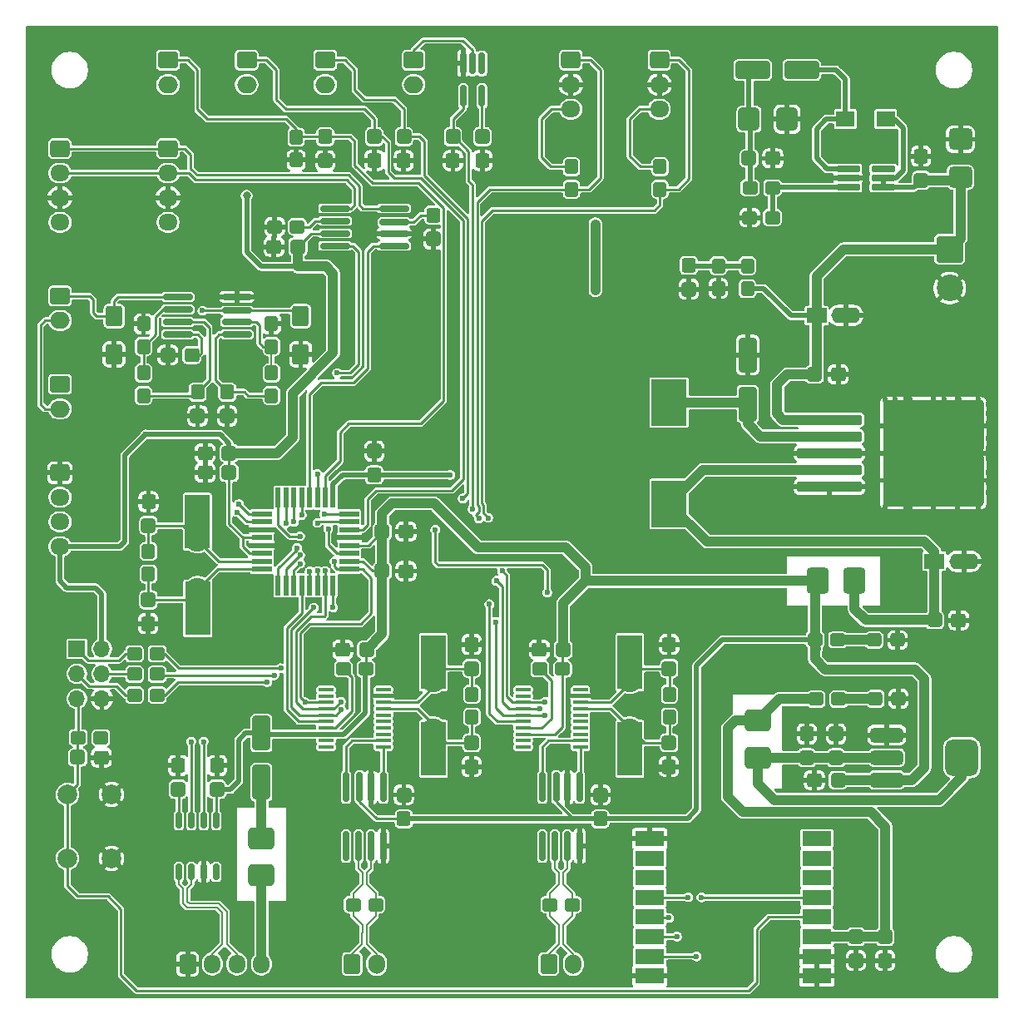
<source format=gbr>
%TF.GenerationSoftware,KiCad,Pcbnew,9.0.2*%
%TF.CreationDate,2025-07-08T15:17:26+08:00*%
%TF.ProjectId,SSRU_v3,53535255-5f76-4332-9e6b-696361645f70,rev?*%
%TF.SameCoordinates,Original*%
%TF.FileFunction,Copper,L1,Top*%
%TF.FilePolarity,Positive*%
%FSLAX46Y46*%
G04 Gerber Fmt 4.6, Leading zero omitted, Abs format (unit mm)*
G04 Created by KiCad (PCBNEW 9.0.2) date 2025-07-08 15:17:26*
%MOMM*%
%LPD*%
G01*
G04 APERTURE LIST*
G04 Aperture macros list*
%AMRoundRect*
0 Rectangle with rounded corners*
0 $1 Rounding radius*
0 $2 $3 $4 $5 $6 $7 $8 $9 X,Y pos of 4 corners*
0 Add a 4 corners polygon primitive as box body*
4,1,4,$2,$3,$4,$5,$6,$7,$8,$9,$2,$3,0*
0 Add four circle primitives for the rounded corners*
1,1,$1+$1,$2,$3*
1,1,$1+$1,$4,$5*
1,1,$1+$1,$6,$7*
1,1,$1+$1,$8,$9*
0 Add four rect primitives between the rounded corners*
20,1,$1+$1,$2,$3,$4,$5,0*
20,1,$1+$1,$4,$5,$6,$7,0*
20,1,$1+$1,$6,$7,$8,$9,0*
20,1,$1+$1,$8,$9,$2,$3,0*%
G04 Aperture macros list end*
%TA.AperFunction,SMDPad,CuDef*%
%ADD10RoundRect,0.250000X1.500000X0.650000X-1.500000X0.650000X-1.500000X-0.650000X1.500000X-0.650000X0*%
%TD*%
%TA.AperFunction,SMDPad,CuDef*%
%ADD11RoundRect,0.278125X-0.474375X-0.389375X0.474375X-0.389375X0.474375X0.389375X-0.474375X0.389375X0*%
%TD*%
%TA.AperFunction,SMDPad,CuDef*%
%ADD12RoundRect,0.305575X0.412525X-0.460025X0.412525X0.460025X-0.412525X0.460025X-0.412525X-0.460025X0*%
%TD*%
%TA.AperFunction,SMDPad,CuDef*%
%ADD13RoundRect,0.308511X0.416489X-0.457089X0.416489X0.457089X-0.416489X0.457089X-0.416489X-0.457089X0*%
%TD*%
%TA.AperFunction,ComponentPad*%
%ADD14C,2.400000*%
%TD*%
%TA.AperFunction,SMDPad,CuDef*%
%ADD15R,2.500000X5.500000*%
%TD*%
%TA.AperFunction,ComponentPad*%
%ADD16RoundRect,0.250000X-0.750000X0.600000X-0.750000X-0.600000X0.750000X-0.600000X0.750000X0.600000X0*%
%TD*%
%TA.AperFunction,ComponentPad*%
%ADD17O,2.000000X1.700000*%
%TD*%
%TA.AperFunction,SMDPad,CuDef*%
%ADD18RoundRect,0.305575X0.460025X0.412525X-0.460025X0.412525X-0.460025X-0.412525X0.460025X-0.412525X0*%
%TD*%
%TA.AperFunction,SMDPad,CuDef*%
%ADD19RoundRect,0.308511X0.457089X0.416489X-0.457089X0.416489X-0.457089X-0.416489X0.457089X-0.416489X0*%
%TD*%
%TA.AperFunction,SMDPad,CuDef*%
%ADD20RoundRect,0.150000X-0.150000X1.350000X-0.150000X-1.350000X0.150000X-1.350000X0.150000X1.350000X0*%
%TD*%
%TA.AperFunction,SMDPad,CuDef*%
%ADD21RoundRect,0.150000X-0.150000X1.337500X-0.150000X-1.337500X0.150000X-1.337500X0.150000X1.337500X0*%
%TD*%
%TA.AperFunction,SMDPad,CuDef*%
%ADD22RoundRect,0.305575X-0.412525X0.460025X-0.412525X-0.460025X0.412525X-0.460025X0.412525X0.460025X0*%
%TD*%
%TA.AperFunction,SMDPad,CuDef*%
%ADD23RoundRect,0.308511X-0.416489X0.457089X-0.416489X-0.457089X0.416489X-0.457089X0.416489X0.457089X0*%
%TD*%
%TA.AperFunction,ComponentPad*%
%ADD24RoundRect,0.250000X-0.600000X-0.725000X0.600000X-0.725000X0.600000X0.725000X-0.600000X0.725000X0*%
%TD*%
%TA.AperFunction,ComponentPad*%
%ADD25O,1.700000X1.950000*%
%TD*%
%TA.AperFunction,SMDPad,CuDef*%
%ADD26RoundRect,0.162500X-1.052500X-0.162500X1.052500X-0.162500X1.052500X0.162500X-1.052500X0.162500X0*%
%TD*%
%TA.AperFunction,SMDPad,CuDef*%
%ADD27R,1.900000X1.600000*%
%TD*%
%TA.AperFunction,SMDPad,CuDef*%
%ADD28R,3.600000X4.700000*%
%TD*%
%TA.AperFunction,SMDPad,CuDef*%
%ADD29RoundRect,0.278125X-0.389375X0.474375X-0.389375X-0.474375X0.389375X-0.474375X0.389375X0.474375X0*%
%TD*%
%TA.AperFunction,ComponentPad*%
%ADD30RoundRect,0.250000X-0.600000X-0.750000X0.600000X-0.750000X0.600000X0.750000X-0.600000X0.750000X0*%
%TD*%
%TA.AperFunction,ComponentPad*%
%ADD31O,1.700000X2.000000*%
%TD*%
%TA.AperFunction,ComponentPad*%
%ADD32R,1.700000X1.700000*%
%TD*%
%TA.AperFunction,ComponentPad*%
%ADD33O,1.700000X1.700000*%
%TD*%
%TA.AperFunction,SMDPad,CuDef*%
%ADD34RoundRect,0.162500X-0.162500X0.927500X-0.162500X-0.927500X0.162500X-0.927500X0.162500X0.927500X0*%
%TD*%
%TA.AperFunction,SMDPad,CuDef*%
%ADD35RoundRect,0.305575X-0.460025X-0.412525X0.460025X-0.412525X0.460025X0.412525X-0.460025X0.412525X0*%
%TD*%
%TA.AperFunction,SMDPad,CuDef*%
%ADD36RoundRect,0.308511X-0.457089X-0.416489X0.457089X-0.416489X0.457089X0.416489X-0.457089X0.416489X0*%
%TD*%
%TA.AperFunction,SMDPad,CuDef*%
%ADD37RoundRect,0.278125X0.389375X-0.474375X0.389375X0.474375X-0.389375X0.474375X-0.389375X-0.474375X0*%
%TD*%
%TA.AperFunction,SMDPad,CuDef*%
%ADD38RoundRect,0.278125X0.474375X0.389375X-0.474375X0.389375X-0.474375X-0.389375X0.474375X-0.389375X0*%
%TD*%
%TA.AperFunction,SMDPad,CuDef*%
%ADD39RoundRect,0.100000X0.687500X0.100000X-0.687500X0.100000X-0.687500X-0.100000X0.687500X-0.100000X0*%
%TD*%
%TA.AperFunction,SMDPad,CuDef*%
%ADD40RoundRect,0.100000X0.687500X0.099999X-0.687500X0.099999X-0.687500X-0.099999X0.687500X-0.099999X0*%
%TD*%
%TA.AperFunction,SMDPad,CuDef*%
%ADD41RoundRect,0.150000X1.350000X0.150000X-1.350000X0.150000X-1.350000X-0.150000X1.350000X-0.150000X0*%
%TD*%
%TA.AperFunction,SMDPad,CuDef*%
%ADD42RoundRect,0.150000X1.337500X0.150000X-1.337500X0.150000X-1.337500X-0.150000X1.337500X-0.150000X0*%
%TD*%
%TA.AperFunction,SMDPad,CuDef*%
%ADD43RoundRect,0.390352X0.934648X-0.722148X0.934648X0.722148X-0.934648X0.722148X-0.934648X-0.722148X0*%
%TD*%
%TA.AperFunction,SMDPad,CuDef*%
%ADD44RoundRect,0.390352X0.722148X0.934648X-0.722148X0.934648X-0.722148X-0.934648X0.722148X-0.934648X0*%
%TD*%
%TA.AperFunction,SMDPad,CuDef*%
%ADD45R,2.000000X0.550000*%
%TD*%
%TA.AperFunction,SMDPad,CuDef*%
%ADD46R,0.550000X2.000000*%
%TD*%
%TA.AperFunction,SMDPad,CuDef*%
%ADD47R,0.525000X2.000000*%
%TD*%
%TA.AperFunction,SMDPad,CuDef*%
%ADD48R,0.575000X2.000000*%
%TD*%
%TA.AperFunction,SMDPad,CuDef*%
%ADD49R,2.000000X0.525000*%
%TD*%
%TA.AperFunction,SMDPad,CuDef*%
%ADD50RoundRect,0.304348X0.420652X0.395652X-0.420652X0.395652X-0.420652X-0.395652X0.420652X-0.395652X0*%
%TD*%
%TA.AperFunction,SMDPad,CuDef*%
%ADD51RoundRect,0.336539X0.538461X-0.713461X0.538461X0.713461X-0.538461X0.713461X-0.538461X-0.713461X0*%
%TD*%
%TA.AperFunction,ComponentPad*%
%ADD52RoundRect,0.250000X-0.725000X0.600000X-0.725000X-0.600000X0.725000X-0.600000X0.725000X0.600000X0*%
%TD*%
%TA.AperFunction,ComponentPad*%
%ADD53O,1.950000X1.700000*%
%TD*%
%TA.AperFunction,SMDPad,CuDef*%
%ADD54RoundRect,0.354167X-0.708333X-0.820833X0.708333X-0.820833X0.708333X0.820833X-0.708333X0.820833X0*%
%TD*%
%TA.AperFunction,ComponentPad*%
%ADD55R,2.000000X1.600000*%
%TD*%
%TA.AperFunction,ComponentPad*%
%ADD56O,3.000000X1.600000*%
%TD*%
%TA.AperFunction,SMDPad,CuDef*%
%ADD57RoundRect,0.250000X0.650000X-1.500000X0.650000X1.500000X-0.650000X1.500000X-0.650000X-1.500000X0*%
%TD*%
%TA.AperFunction,SMDPad,CuDef*%
%ADD58RoundRect,0.150000X0.150000X-0.675000X0.150000X0.675000X-0.150000X0.675000X-0.150000X-0.675000X0*%
%TD*%
%TA.AperFunction,SMDPad,CuDef*%
%ADD59RoundRect,0.390352X-0.934648X0.722148X-0.934648X-0.722148X0.934648X-0.722148X0.934648X0.722148X0*%
%TD*%
%TA.AperFunction,SMDPad,CuDef*%
%ADD60RoundRect,0.250000X-3.075000X-0.300000X3.075000X-0.300000X3.075000X0.300000X-3.075000X0.300000X0*%
%TD*%
%TA.AperFunction,SMDPad,CuDef*%
%ADD61RoundRect,0.250000X-2.025000X-2.375000X2.025000X-2.375000X2.025000X2.375000X-2.025000X2.375000X0*%
%TD*%
%TA.AperFunction,SMDPad,CuDef*%
%ADD62RoundRect,0.271279X-4.828721X-5.128721X4.828721X-5.128721X4.828721X5.128721X-4.828721X5.128721X0*%
%TD*%
%TA.AperFunction,SMDPad,CuDef*%
%ADD63RoundRect,0.288461X-2.386539X-2.336539X2.386539X-2.336539X2.386539X2.336539X-2.386539X2.336539X0*%
%TD*%
%TA.AperFunction,SMDPad,CuDef*%
%ADD64R,3.000000X1.500000*%
%TD*%
%TA.AperFunction,SMDPad,CuDef*%
%ADD65RoundRect,0.250000X-0.650000X1.500000X-0.650000X-1.500000X0.650000X-1.500000X0.650000X1.500000X0*%
%TD*%
%TA.AperFunction,SMDPad,CuDef*%
%ADD66RoundRect,0.354167X0.820833X-0.708333X0.820833X0.708333X-0.820833X0.708333X-0.820833X-0.708333X0*%
%TD*%
%TA.AperFunction,ComponentPad*%
%ADD67RoundRect,0.250001X-1.099999X1.099999X-1.099999X-1.099999X1.099999X-1.099999X1.099999X1.099999X0*%
%TD*%
%TA.AperFunction,ComponentPad*%
%ADD68C,2.700000*%
%TD*%
%TA.AperFunction,SMDPad,CuDef*%
%ADD69RoundRect,0.375000X-1.300000X-0.375000X1.300000X-0.375000X1.300000X0.375000X-1.300000X0.375000X0*%
%TD*%
%TA.AperFunction,SMDPad,CuDef*%
%ADD70RoundRect,0.837500X-0.837500X-1.062500X0.837500X-1.062500X0.837500X1.062500X-0.837500X1.062500X0*%
%TD*%
%TA.AperFunction,SMDPad,CuDef*%
%ADD71RoundRect,0.387500X-1.287500X-0.387500X1.287500X-0.387500X1.287500X0.387500X-1.287500X0.387500X0*%
%TD*%
%TA.AperFunction,ComponentPad*%
%ADD72C,2.000000*%
%TD*%
%TA.AperFunction,ViaPad*%
%ADD73C,0.600000*%
%TD*%
%TA.AperFunction,ViaPad*%
%ADD74C,1.000000*%
%TD*%
%TA.AperFunction,ViaPad*%
%ADD75C,0.800000*%
%TD*%
%TA.AperFunction,Conductor*%
%ADD76C,1.000000*%
%TD*%
%TA.AperFunction,Conductor*%
%ADD77C,0.250000*%
%TD*%
%TA.AperFunction,Conductor*%
%ADD78C,0.500000*%
%TD*%
%TA.AperFunction,Conductor*%
%ADD79C,0.200000*%
%TD*%
G04 APERTURE END LIST*
D10*
%TO.P,D5,1,K*%
%TO.N,Net-(D5-K)*%
X179500000Y-55000000D03*
%TO.P,D5,2,A*%
%TO.N,+24V*%
X174500000Y-55000000D03*
%TD*%
D11*
%TO.P,R23,1*%
%TO.N,+24V*%
X174224242Y-67000000D03*
%TO.P,R23,2*%
%TO.N,Net-(U9-FB)*%
X176529242Y-67000000D03*
%TD*%
D12*
%TO.P,C45,1*%
%TO.N,GND*%
X187993100Y-145646800D03*
D13*
%TO.P,C45,2*%
%TO.N,+3.3V*%
X188000000Y-143215600D03*
%TD*%
D14*
%TO.P,Y1,1,1*%
%TO.N,XTAL2*%
X118000000Y-107893282D03*
D15*
X118008238Y-109806719D03*
%TO.P,Y1,2,2*%
%TO.N,XTAL1*%
X118000000Y-100993282D03*
D14*
X118000000Y-102813282D03*
%TD*%
D16*
%TO.P,J23,1,Pin_1*%
%TO.N,POT1_IN*%
X123000000Y-54000000D03*
D17*
%TO.P,J23,2,Pin_2*%
%TO.N,+5V*%
X123000000Y-56500000D03*
%TD*%
D18*
%TO.P,C6,1*%
%TO.N,GND*%
X183215600Y-86006900D03*
D19*
%TO.P,C6,2*%
%TO.N,+12V*%
X180784400Y-86000000D03*
%TD*%
D20*
%TO.P,U10,1,TXD*%
%TO.N,Net-(U1-TXCAN)*%
X136905000Y-128000000D03*
%TO.P,U10,2,GND*%
%TO.N,GND*%
X135635000Y-128000000D03*
D21*
%TO.P,U10,3,VCC*%
%TO.N,+5V*%
X134500000Y-127987500D03*
D20*
%TO.P,U10,4,RXD*%
%TO.N,Net-(U1-RXCAN)*%
X133095000Y-128000000D03*
%TO.P,U10,5,NC*%
%TO.N,unconnected-(U10-NC-Pad5)*%
X133095000Y-134000000D03*
%TO.P,U10,6,CANL*%
%TO.N,CAN1-*%
X134365000Y-134000000D03*
%TO.P,U10,7,CANH*%
%TO.N,CAN1+*%
X135635000Y-134000000D03*
%TO.P,U10,8,S*%
%TO.N,GND*%
X136905000Y-134000000D03*
%TD*%
D22*
%TO.P,C14,1*%
%TO.N,+3.3V*%
X142006900Y-69784400D03*
D23*
%TO.P,C14,2*%
%TO.N,GND*%
X142000000Y-72215600D03*
%TD*%
D24*
%TO.P,J31,1,Pin_1*%
%TO.N,GND*%
X117000000Y-146000000D03*
D25*
%TO.P,J31,2,Pin_2*%
%TO.N,UD+*%
X119500000Y-146000000D03*
%TO.P,J31,3,Pin_3*%
%TO.N,UD-*%
X122000000Y-146000000D03*
%TO.P,J31,4,Pin_4*%
%TO.N,Net-(J31-Pin_4)*%
X124500000Y-146000000D03*
%TD*%
D26*
%TO.P,U9,1,SW*%
%TO.N,Net-(D5-K)*%
X184215000Y-65050000D03*
%TO.P,U9,2,GND*%
%TO.N,GND*%
X184215000Y-66000000D03*
%TO.P,U9,3,FB*%
%TO.N,Net-(U9-FB)*%
X184215000Y-66950000D03*
%TO.P,U9,4,EN*%
%TO.N,+12V*%
X187785000Y-66950000D03*
%TO.P,U9,5,IN*%
X187785000Y-66000000D03*
%TO.P,U9,6,NC*%
%TO.N,unconnected-(U9-NC-Pad6)*%
X187785000Y-65050000D03*
%TD*%
D22*
%TO.P,C10,1*%
%TO.N,GND*%
X180006900Y-122568800D03*
D23*
%TO.P,C10,2*%
%TO.N,Net-(U5-VO)*%
X180000000Y-125000000D03*
%TD*%
D27*
%TO.P,L2,1,1*%
%TO.N,+12V*%
X188050000Y-60000000D03*
%TO.P,L2,2,2*%
%TO.N,Net-(D5-K)*%
X183950000Y-60000000D03*
%TD*%
D22*
%TO.P,C27,1*%
%TO.N,GND*%
X145906900Y-113484400D03*
D23*
%TO.P,C27,2*%
%TO.N,Net-(U1-OSC1)*%
X145900000Y-115915600D03*
%TD*%
D12*
%TO.P,C17,1*%
%TO.N,GND*%
X112993100Y-111368100D03*
D13*
%TO.P,C17,2*%
%TO.N,XTAL2*%
X113000000Y-108936900D03*
%TD*%
D28*
%TO.P,L1,1,1*%
%TO.N,Net-(D2-K)*%
X166000000Y-88850000D03*
%TO.P,L1,2,2*%
%TO.N,Net-(U4-FB)*%
X166000000Y-99150000D03*
%TD*%
D29*
%TO.P,R1,1*%
%TO.N,+3.3V*%
X165065000Y-64847500D03*
%TO.P,R1,2*%
%TO.N,LVB_TEMP*%
X165065000Y-67152500D03*
%TD*%
D30*
%TO.P,J21,1,Pin_1*%
%TO.N,CAN1-*%
X133739258Y-146000000D03*
D31*
%TO.P,J21,2,Pin_2*%
%TO.N,CAN1+*%
X136239258Y-146000000D03*
%TD*%
D29*
%TO.P,R30,1*%
%TO.N,Net-(U14A--)*%
X125532500Y-85847500D03*
%TO.P,R30,2*%
%TO.N,BRAKE_TEMP_OUT2*%
X125532500Y-88152500D03*
%TD*%
D32*
%TO.P,J1,1,MISO*%
%TO.N,Net-(J1-MISO)*%
X105725000Y-113920000D03*
D33*
%TO.P,J1,2,VCC*%
%TO.N,+5V*%
X108265000Y-113920000D03*
%TO.P,J1,3,SCK*%
%TO.N,Net-(J1-SCK)*%
X105725000Y-116460000D03*
%TO.P,J1,4,MOSI*%
%TO.N,Net-(J1-MOSI)*%
X108265000Y-116460000D03*
%TO.P,J1,5,~{RST}*%
%TO.N,RST*%
X105725000Y-119000000D03*
%TO.P,J1,6,GND*%
%TO.N,GND*%
X108265000Y-119000000D03*
%TD*%
D29*
%TO.P,R40,1*%
%TO.N,+3.3V*%
X156065000Y-64847500D03*
%TO.P,R40,2*%
%TO.N,Temp_sensor*%
X156065000Y-67152500D03*
%TD*%
D34*
%TO.P,U8,1,NC*%
%TO.N,unconnected-(U8-NC-Pad1)*%
X146950000Y-54340000D03*
%TO.P,U8,2*%
%TO.N,FLOW_IN*%
X146000000Y-54340000D03*
%TO.P,U8,3,GND*%
%TO.N,GND*%
X145050000Y-54340000D03*
%TO.P,U8,4*%
%TO.N,FLOW_OUT*%
X145050000Y-57660000D03*
%TO.P,U8,5,VCC*%
%TO.N,+3.3V*%
X146950000Y-57660000D03*
%TD*%
D35*
%TO.P,C43,1*%
%TO.N,GND*%
X152784400Y-113993100D03*
D36*
%TO.P,C43,2*%
%TO.N,+5V*%
X155215600Y-114000000D03*
%TD*%
D16*
%TO.P,J20,1,Pin_1*%
%TO.N,PUMP_NTC_100k*%
X115000000Y-54000000D03*
D17*
%TO.P,J20,2,Pin_2*%
%TO.N,+5V*%
X115000000Y-56500000D03*
%TD*%
D12*
%TO.P,C29,1*%
%TO.N,LVB_S*%
X135993100Y-96215600D03*
D13*
%TO.P,C29,2*%
%TO.N,GND*%
X136000000Y-93784400D03*
%TD*%
D12*
%TO.P,C19,1*%
%TO.N,GND*%
X143993100Y-64215600D03*
D13*
%TO.P,C19,2*%
%TO.N,FLOW_OUT*%
X144000000Y-61784400D03*
%TD*%
D11*
%TO.P,R21,1*%
%TO.N,Net-(U7-~{RESET})*%
X152847500Y-115967500D03*
%TO.P,R21,2*%
%TO.N,+5V*%
X155152500Y-115967500D03*
%TD*%
%TO.P,R22,1*%
%TO.N,CAN2-*%
X153847500Y-139967500D03*
%TO.P,R22,2*%
%TO.N,CAN2+*%
X156152500Y-139967500D03*
%TD*%
D22*
%TO.P,C34,1*%
%TO.N,GND*%
X191656900Y-63784400D03*
D23*
%TO.P,C34,2*%
%TO.N,+12V*%
X191650000Y-66215600D03*
%TD*%
D37*
%TO.P,R4,1*%
%TO.N,XTAL2*%
X113000000Y-106305000D03*
%TO.P,R4,2*%
%TO.N,XTAL1*%
X113000000Y-104000000D03*
%TD*%
D22*
%TO.P,C22,1*%
%TO.N,BRAKE_TEMP_OUT1*%
X118006900Y-87784400D03*
D23*
%TO.P,C22,2*%
%TO.N,GND*%
X118000000Y-90215600D03*
%TD*%
D12*
%TO.P,C40,1*%
%TO.N,+5V*%
X138993100Y-131215600D03*
D13*
%TO.P,C40,2*%
%TO.N,GND*%
X139000000Y-128784400D03*
%TD*%
D38*
%TO.P,R6,1*%
%TO.N,MISO*%
X113900000Y-114432500D03*
%TO.P,R6,2*%
%TO.N,Net-(J1-MISO)*%
X111595000Y-114432500D03*
%TD*%
D11*
%TO.P,R17,1*%
%TO.N,CAN1-*%
X133847500Y-139967500D03*
%TO.P,R17,2*%
%TO.N,CAN1+*%
X136152500Y-139967500D03*
%TD*%
D18*
%TO.P,C18,1*%
%TO.N,GND*%
X108215600Y-124976900D03*
D19*
%TO.P,C18,2*%
%TO.N,RST*%
X105784400Y-124970000D03*
%TD*%
D39*
%TO.P,U1,1,TXCAN*%
%TO.N,Net-(U1-TXCAN)*%
X136912500Y-123925000D03*
%TO.P,U1,2,RXCAN*%
%TO.N,Net-(U1-RXCAN)*%
X136912500Y-123275000D03*
%TO.P,U1,3,CLKOUT/SOF*%
%TO.N,unconnected-(U1-CLKOUT{slash}SOF-Pad3)*%
X136912500Y-122625000D03*
D40*
%TO.P,U1,4,~{TX0RTS}*%
%TO.N,unconnected-(U1-~{TX0RTS}-Pad4)*%
X136912500Y-121974999D03*
D39*
%TO.P,U1,5,~{TX1RTS}*%
%TO.N,unconnected-(U1-~{TX1RTS}-Pad5)*%
X136912500Y-121325000D03*
%TO.P,U1,6,~{TX2RTS}*%
%TO.N,unconnected-(U1-~{TX2RTS}-Pad6)*%
X136912500Y-120675000D03*
%TO.P,U1,7,OSC2*%
%TO.N,Net-(U1-OSC2)*%
X136912500Y-120025000D03*
%TO.P,U1,8,OSC1*%
%TO.N,Net-(U1-OSC1)*%
X136912500Y-119375000D03*
%TO.P,U1,9,VSS*%
%TO.N,GND*%
X136912500Y-118725000D03*
%TO.P,U1,10,~{RX1BF}*%
%TO.N,unconnected-(U1-~{RX1BF}-Pad10)*%
X136912500Y-118075000D03*
%TO.P,U1,11,~{RX0BF}*%
%TO.N,unconnected-(U1-~{RX0BF}-Pad11)*%
X131087500Y-118075000D03*
%TO.P,U1,12,~{INT}*%
%TO.N,unconnected-(U1-~{INT}-Pad12)*%
X131087500Y-118725000D03*
%TO.P,U1,13,SCK*%
%TO.N,SCK*%
X131087500Y-119375000D03*
%TO.P,U1,14,SI*%
%TO.N,MOSI*%
X131087500Y-120025000D03*
%TO.P,U1,15,SO*%
%TO.N,MISO*%
X131087500Y-120675000D03*
%TO.P,U1,16,~{CS}*%
%TO.N,CS_CAN1*%
X131087500Y-121325000D03*
%TO.P,U1,17,~{RESET}*%
%TO.N,Net-(U1-~{RESET})*%
X131087500Y-121975000D03*
D40*
%TO.P,U1,18,VDD*%
%TO.N,+5V*%
X131087500Y-122624999D03*
%TO.P,U1,19*%
%TO.N,N/C*%
X131087500Y-123274999D03*
%TO.P,U1,20*%
X131087500Y-123924999D03*
%TD*%
D41*
%TO.P,U14,1*%
%TO.N,BRAKE_TEMP_OUT2*%
X122000000Y-81905000D03*
%TO.P,U14,2,-*%
%TO.N,Net-(U14A--)*%
X122000000Y-80635000D03*
D42*
%TO.P,U14,3,+*%
%TO.N,BRAKE_TEMP2*%
X122012500Y-79500000D03*
D41*
%TO.P,U14,4,V-*%
%TO.N,GND*%
X122000000Y-78095000D03*
%TO.P,U14,5,+*%
%TO.N,BRAKE_TEMP1*%
X116000000Y-78095000D03*
%TO.P,U14,6,-*%
%TO.N,Net-(U14B--)*%
X116000000Y-79365000D03*
%TO.P,U14,7*%
%TO.N,BRAKE_TEMP_OUT1*%
X116000000Y-80635000D03*
%TO.P,U14,8,V+*%
%TO.N,+5V*%
X116000000Y-81905000D03*
%TD*%
D22*
%TO.P,C38,1*%
%TO.N,LVB_S*%
X168006900Y-74884400D03*
D23*
%TO.P,C38,2*%
%TO.N,GND*%
X168000000Y-77315600D03*
%TD*%
D22*
%TO.P,C16,1*%
%TO.N,GND*%
X116006900Y-125784400D03*
D23*
%TO.P,C16,2*%
%TO.N,Net-(U13-V3)*%
X116000000Y-128215600D03*
%TD*%
D11*
%TO.P,R39,1*%
%TO.N,+3.3V*%
X180958949Y-119032500D03*
%TO.P,R39,2*%
%TO.N,Net-(D4-A)*%
X183263949Y-119032500D03*
%TD*%
D43*
%TO.P,F3,1*%
%TO.N,Net-(J31-Pin_4)*%
X124500000Y-136987500D03*
%TO.P,F3,2*%
%TO.N,Net-(D6-A)*%
X124500000Y-133212500D03*
%TD*%
D11*
%TO.P,R38,1*%
%TO.N,+5V*%
X180843224Y-113000000D03*
%TO.P,R38,2*%
%TO.N,Net-(D3-A)*%
X183148224Y-113000000D03*
%TD*%
D12*
%TO.P,C30,1*%
%TO.N,GND*%
X146993100Y-64215600D03*
D13*
%TO.P,C30,2*%
%TO.N,+3.3V*%
X147000000Y-61784400D03*
%TD*%
D44*
%TO.P,F2,1*%
%TO.N,Net-(U4-FB)*%
X184887500Y-107000000D03*
%TO.P,F2,2*%
%TO.N,+5V*%
X181112500Y-107000000D03*
%TD*%
D12*
%TO.P,C41,1*%
%TO.N,GND*%
X165993100Y-125915600D03*
D13*
%TO.P,C41,2*%
%TO.N,Net-(U7-OSC2)*%
X166000000Y-123484400D03*
%TD*%
D11*
%TO.P,R5,1*%
%TO.N,RST*%
X105847500Y-122967500D03*
%TO.P,R5,2*%
%TO.N,+5V*%
X108152500Y-122967500D03*
%TD*%
D16*
%TO.P,J25,1,Pin_1*%
%TO.N,POT2_IN*%
X131000000Y-54000000D03*
D17*
%TO.P,J25,2,Pin_2*%
%TO.N,+5V*%
X131000000Y-56500000D03*
%TD*%
D12*
%TO.P,C26,1*%
%TO.N,GND*%
X145893100Y-125915600D03*
D13*
%TO.P,C26,2*%
%TO.N,Net-(U1-OSC2)*%
X145900000Y-123484400D03*
%TD*%
D22*
%TO.P,C28,1*%
%TO.N,PUMP_NTC_100k*%
X131006900Y-61799058D03*
D23*
%TO.P,C28,2*%
%TO.N,GND*%
X131000000Y-64230258D03*
%TD*%
D45*
%TO.P,U2,1,PD3*%
%TO.N,ENCODER_A*%
X124550000Y-100200000D03*
%TO.P,U2,2,PD4*%
%TO.N,ENCODER_B*%
X124550000Y-101000000D03*
%TO.P,U2,3,GND*%
%TO.N,GND*%
X124550000Y-101800000D03*
%TO.P,U2,4,VCC*%
%TO.N,+5V*%
X124550000Y-102600000D03*
%TO.P,U2,5,GND*%
%TO.N,GND*%
X124550000Y-103400000D03*
%TO.P,U2,6,VCC*%
%TO.N,+5V*%
X124550000Y-104200000D03*
%TO.P,U2,7,XTAL1/PB6*%
%TO.N,XTAL1*%
X124550000Y-105000000D03*
%TO.P,U2,8,XTAL2/PB7*%
%TO.N,XTAL2*%
X124550000Y-105800000D03*
D46*
%TO.P,U2,9,PD5*%
%TO.N,FLOW_OUT*%
X126200000Y-107450000D03*
D47*
%TO.P,U2,10,PD6*%
%TO.N,Temp_sensor*%
X126987500Y-107450000D03*
D48*
%TO.P,U2,11,PD7*%
%TO.N,LVB_TEMP*%
X127812500Y-107450000D03*
D46*
%TO.P,U2,12,PB0*%
%TO.N,CS_CAN1*%
X128600000Y-107450000D03*
%TO.P,U2,13,PB1*%
%TO.N,CS_CAN2*%
X129400000Y-107450000D03*
%TO.P,U2,14,PB2*%
%TO.N,CS_CAN3*%
X130200000Y-107450000D03*
%TO.P,U2,15,PB3*%
%TO.N,MOSI*%
X131000000Y-107450000D03*
%TO.P,U2,16,PB4*%
%TO.N,MISO*%
X131800000Y-107450000D03*
D45*
%TO.P,U2,17,PB5*%
%TO.N,SCK*%
X133450000Y-105800000D03*
%TO.P,U2,18,AVCC*%
%TO.N,+5V*%
X133450000Y-105000000D03*
%TO.P,U2,19,ADC6*%
%TO.N,POT2_IN*%
X133450000Y-104200000D03*
D49*
%TO.P,U2,20,AREF*%
%TO.N,+5V*%
X133450000Y-103387500D03*
D45*
%TO.P,U2,21,GND*%
%TO.N,GND*%
X133450000Y-102600000D03*
%TO.P,U2,22,ADC7*%
%TO.N,POT1_IN*%
X133450000Y-101800000D03*
%TO.P,U2,23,PC0*%
%TO.N,BRAKE_TEMP_OUT1*%
X133450000Y-101000000D03*
%TO.P,U2,24,PC1*%
%TO.N,BRAKE_TEMP_OUT2*%
X133450000Y-100200000D03*
D46*
%TO.P,U2,25,PC2*%
%TO.N,LVB_S*%
X131800000Y-98550000D03*
%TO.P,U2,26,PC3*%
%TO.N,PUMP_NTC_100k*%
X131000000Y-98550000D03*
%TO.P,U2,27,PC4*%
%TO.N,SCL*%
X130200000Y-98550000D03*
%TO.P,U2,28,PC5*%
%TO.N,SDA*%
X129400000Y-98550000D03*
%TO.P,U2,29,~{RESET}/PC6*%
%TO.N,RST*%
X128600000Y-98550000D03*
%TO.P,U2,30,PD0*%
%TO.N,328_RX*%
X127800000Y-98550000D03*
%TO.P,U2,31,PD1*%
%TO.N,328_TX*%
X127000000Y-98550000D03*
%TO.P,U2,32,PD2*%
%TO.N,IRO*%
X126200000Y-98550000D03*
%TD*%
D37*
%TO.P,R3,1*%
%TO.N,GND*%
X171015397Y-77252500D03*
%TO.P,R3,2*%
%TO.N,LVB_S*%
X171015397Y-74947500D03*
%TD*%
D50*
%TO.P,D3,1,K*%
%TO.N,GND*%
X189234275Y-113032500D03*
%TO.P,D3,2,A*%
%TO.N,Net-(D3-A)*%
X186884275Y-113032500D03*
%TD*%
D35*
%TO.P,C1,1*%
%TO.N,GND*%
X118784400Y-95993100D03*
D36*
%TO.P,C1,2*%
%TO.N,+5V*%
X121215600Y-96000000D03*
%TD*%
D22*
%TO.P,C15,1*%
%TO.N,GND*%
X120006900Y-125784400D03*
D23*
%TO.P,C15,2*%
%TO.N,+5V*%
X120000000Y-128215600D03*
%TD*%
D30*
%TO.P,J11,1,Pin_1*%
%TO.N,CAN2-*%
X153739258Y-146000000D03*
D31*
%TO.P,J11,2,Pin_2*%
%TO.N,CAN2+*%
X156239258Y-146000000D03*
%TD*%
D16*
%TO.P,J30,1,Pin_1*%
%TO.N,FLOW_IN*%
X140000000Y-54000000D03*
D17*
%TO.P,J30,2,Pin_2*%
%TO.N,+5V*%
X140000000Y-56500000D03*
%TD*%
D51*
%TO.P,R25,1*%
%TO.N,GND*%
X128500000Y-83950000D03*
%TO.P,R25,2*%
%TO.N,BRAKE_TEMP2*%
X128500000Y-80050000D03*
%TD*%
D16*
%TO.P,J5,1,Pin_1*%
%TO.N,BRAKE_TEMP2*%
X104000000Y-87000000D03*
D17*
%TO.P,J5,2,Pin_2*%
%TO.N,+24V*%
X104000000Y-89500000D03*
%TD*%
D50*
%TO.P,D4,1,K*%
%TO.N,GND*%
X189350000Y-119000000D03*
%TO.P,D4,2,A*%
%TO.N,Net-(D4-A)*%
X187000000Y-119000000D03*
%TD*%
D52*
%TO.P,J32,1,Pin_1*%
%TO.N,GND*%
X104000000Y-96000000D03*
D53*
%TO.P,J32,2,Pin_2*%
%TO.N,ENCODER_A*%
X104000000Y-98500000D03*
%TO.P,J32,3,Pin_3*%
%TO.N,ENCODER_B*%
X104000000Y-101000000D03*
%TO.P,J32,4,Pin_4*%
%TO.N,+5V*%
X104000000Y-103500000D03*
%TD*%
D41*
%TO.P,U3,1,B2*%
%TO.N,SDA*%
X138000000Y-72905000D03*
%TO.P,U3,2,GND*%
%TO.N,GND*%
X138000000Y-71635000D03*
D42*
%TO.P,U3,3,VCCA*%
%TO.N,+3.3V*%
X138012500Y-70500000D03*
D41*
%TO.P,U3,4,A2*%
%TO.N,SDA_3V3*%
X138000000Y-69095000D03*
%TO.P,U3,5,A1*%
%TO.N,SCL_3V3*%
X132000000Y-69095000D03*
%TO.P,U3,6,OE*%
%TO.N,Net-(U3-OE)*%
X132000000Y-70365000D03*
%TO.P,U3,7,VCCB*%
%TO.N,+5V*%
X132000000Y-71635000D03*
%TO.P,U3,8,B1*%
%TO.N,SCL*%
X132000000Y-72905000D03*
%TD*%
D52*
%TO.P,J26,1,Pin_1*%
%TO.N,Temp_sensor*%
X156000000Y-54000000D03*
D53*
%TO.P,J26,2,Pin_2*%
%TO.N,GND*%
X156000000Y-56500000D03*
%TO.P,J26,3,Pin_3*%
%TO.N,+3.3V*%
X156000000Y-59000000D03*
%TD*%
D51*
%TO.P,R24,1*%
%TO.N,GND*%
X109500000Y-83950000D03*
%TO.P,R24,2*%
%TO.N,BRAKE_TEMP1*%
X109500000Y-80050000D03*
%TD*%
D12*
%TO.P,C44,1*%
%TO.N,+5V*%
X158993100Y-131215600D03*
D13*
%TO.P,C44,2*%
%TO.N,GND*%
X159000000Y-128784400D03*
%TD*%
D16*
%TO.P,J4,1,Pin_1*%
%TO.N,BRAKE_TEMP1*%
X104000000Y-78000000D03*
D17*
%TO.P,J4,2,Pin_2*%
%TO.N,+24V*%
X104000000Y-80500000D03*
%TD*%
D54*
%TO.P,C33,1*%
%TO.N,+24V*%
X174125000Y-60000000D03*
%TO.P,C33,2*%
%TO.N,GND*%
X178000000Y-60000000D03*
%TD*%
D12*
%TO.P,C31,1*%
%TO.N,GND*%
X135993100Y-64215600D03*
D13*
%TO.P,C31,2*%
%TO.N,POT1_IN*%
X136000000Y-61784400D03*
%TD*%
D18*
%TO.P,C35,1*%
%TO.N,GND*%
X176556200Y-64006900D03*
D19*
%TO.P,C35,2*%
%TO.N,+24V*%
X174125000Y-64000000D03*
%TD*%
D11*
%TO.P,R16,1*%
%TO.N,Net-(U1-~{RESET})*%
X132847500Y-115967500D03*
%TO.P,R16,2*%
%TO.N,+5V*%
X135152500Y-115967500D03*
%TD*%
%TO.P,R41,1*%
%TO.N,GND*%
X125847500Y-70967500D03*
%TO.P,R41,2*%
%TO.N,Net-(U3-OE)*%
X128152500Y-70967500D03*
%TD*%
D18*
%TO.P,C21,1*%
%TO.N,+5V*%
X117415600Y-84006900D03*
D19*
%TO.P,C21,2*%
%TO.N,GND*%
X114984400Y-84000000D03*
%TD*%
D35*
%TO.P,C8,1*%
%TO.N,GND*%
X180784400Y-127268100D03*
D36*
%TO.P,C8,2*%
%TO.N,+5V*%
X183215600Y-127275000D03*
%TD*%
D29*
%TO.P,R28,1*%
%TO.N,Net-(U14B--)*%
X112500000Y-85847500D03*
%TO.P,R28,2*%
%TO.N,BRAKE_TEMP_OUT1*%
X112500000Y-88152500D03*
%TD*%
D55*
%TO.P,C11,1*%
%TO.N,Net-(U4-FB)*%
X193000000Y-105000000D03*
D56*
%TO.P,C11,2*%
%TO.N,GND*%
X196000000Y-105000000D03*
%TD*%
D29*
%TO.P,R18,1*%
%TO.N,Net-(U7-OSC1)*%
X166032500Y-118547500D03*
%TO.P,R18,2*%
%TO.N,Net-(U7-OSC2)*%
X166032500Y-120852500D03*
%TD*%
D22*
%TO.P,C25,1*%
%TO.N,BRAKE_TEMP_OUT2*%
X121036900Y-87784400D03*
D23*
%TO.P,C25,2*%
%TO.N,GND*%
X121030000Y-90215600D03*
%TD*%
D12*
%TO.P,C9,1*%
%TO.N,Net-(U5-VO)*%
X182993100Y-125000000D03*
D13*
%TO.P,C9,2*%
%TO.N,GND*%
X183000000Y-122568800D03*
%TD*%
D57*
%TO.P,D2,1,K*%
%TO.N,Net-(D2-K)*%
X174000000Y-89000000D03*
%TO.P,D2,2,A*%
%TO.N,GND*%
X174000000Y-84000000D03*
%TD*%
D18*
%TO.P,C3,1*%
%TO.N,GND*%
X139215600Y-106006900D03*
D19*
%TO.P,C3,2*%
%TO.N,+5V*%
X136784400Y-106000000D03*
%TD*%
D58*
%TO.P,U13,1,UD+*%
%TO.N,UD+*%
X116095000Y-136625000D03*
%TO.P,U13,2,UD-*%
%TO.N,UD-*%
X117365000Y-136625000D03*
%TO.P,U13,3,GND*%
%TO.N,GND*%
X118635000Y-136625000D03*
%TO.P,U13,4,~{RTS}*%
%TO.N,unconnected-(U13-~{RTS}-Pad4)*%
X119905000Y-136625000D03*
%TO.P,U13,5,VCC*%
%TO.N,+5V*%
X119905000Y-131375000D03*
%TO.P,U13,6,TXD*%
%TO.N,328_RX*%
X118635000Y-131375000D03*
%TO.P,U13,7,RXD*%
%TO.N,328_TX*%
X117365000Y-131375000D03*
%TO.P,U13,8,V3*%
%TO.N,Net-(U13-V3)*%
X116095000Y-131375000D03*
%TD*%
D29*
%TO.P,R29,1*%
%TO.N,GND*%
X112500000Y-80847500D03*
%TO.P,R29,2*%
%TO.N,Net-(U14B--)*%
X112500000Y-83152500D03*
%TD*%
D18*
%TO.P,C12,1*%
%TO.N,GND*%
X195465600Y-111006900D03*
D19*
%TO.P,C12,2*%
%TO.N,Net-(U4-FB)*%
X193034400Y-111000000D03*
%TD*%
D52*
%TO.P,J27,1,Pin_1*%
%TO.N,LVB_TEMP*%
X165000000Y-54000000D03*
D53*
%TO.P,J27,2,Pin_2*%
%TO.N,GND*%
X165000000Y-56500000D03*
%TO.P,J27,3,Pin_3*%
%TO.N,+3.3V*%
X165000000Y-59000000D03*
%TD*%
D14*
%TO.P,Y3,1,1*%
%TO.N,Net-(U7-OSC2)*%
X162000000Y-122193282D03*
D15*
X162008238Y-124106719D03*
%TO.P,Y3,2,2*%
%TO.N,Net-(U7-OSC1)*%
X162000000Y-115293282D03*
D14*
X162000000Y-117113282D03*
%TD*%
D20*
%TO.P,U12,1,TXD*%
%TO.N,Net-(U12-TXD)*%
X156905000Y-128000000D03*
%TO.P,U12,2,GND*%
%TO.N,GND*%
X155635000Y-128000000D03*
D21*
%TO.P,U12,3,VCC*%
%TO.N,+5V*%
X154500000Y-127987500D03*
D20*
%TO.P,U12,4,RXD*%
%TO.N,Net-(U12-RXD)*%
X153095000Y-128000000D03*
%TO.P,U12,5,NC*%
%TO.N,unconnected-(U12-NC-Pad5)*%
X153095000Y-134000000D03*
%TO.P,U12,6,CANL*%
%TO.N,CAN2-*%
X154365000Y-134000000D03*
%TO.P,U12,7,CANH*%
%TO.N,CAN2+*%
X155635000Y-134000000D03*
%TO.P,U12,8,S*%
%TO.N,GND*%
X156905000Y-134000000D03*
%TD*%
D59*
%TO.P,F1,1*%
%TO.N,+3.3V*%
X175000000Y-121225000D03*
%TO.P,F1,2*%
%TO.N,Net-(U5-VO)*%
X175000000Y-125000000D03*
%TD*%
D12*
%TO.P,C36,1*%
%TO.N,GND*%
X138993100Y-64215600D03*
D13*
%TO.P,C36,2*%
%TO.N,POT2_IN*%
X139000000Y-61784400D03*
%TD*%
D29*
%TO.P,R15,1*%
%TO.N,Net-(U1-OSC1)*%
X145932500Y-118547500D03*
%TO.P,R15,2*%
%TO.N,Net-(U1-OSC2)*%
X145932500Y-120852500D03*
%TD*%
D22*
%TO.P,C42,1*%
%TO.N,GND*%
X166006900Y-113484400D03*
D23*
%TO.P,C42,2*%
%TO.N,Net-(U7-OSC1)*%
X166000000Y-115915600D03*
%TD*%
D60*
%TO.P,U4,1,VIN*%
%TO.N,+12V*%
X182325000Y-90600000D03*
%TO.P,U4,2,OUT*%
%TO.N,Net-(D2-K)*%
X182325000Y-92300000D03*
%TO.P,U4,3,GND*%
%TO.N,GND*%
X182325000Y-94000000D03*
D61*
X190075000Y-91225000D03*
X190075000Y-96775000D03*
D62*
X192900000Y-94000000D03*
D63*
X195325000Y-91225000D03*
X195325000Y-96775000D03*
D60*
%TO.P,U4,4,FB*%
%TO.N,Net-(U4-FB)*%
X182325000Y-95700000D03*
%TO.P,U4,5,~{ON}/OFF*%
%TO.N,GND*%
X182325000Y-97400000D03*
%TD*%
D38*
%TO.P,R44,1*%
%TO.N,Net-(U9-FB)*%
X176507759Y-70032500D03*
%TO.P,R44,2*%
%TO.N,GND*%
X174202759Y-70032500D03*
%TD*%
%TO.P,R8,1*%
%TO.N,SCK*%
X113900000Y-118632500D03*
%TO.P,R8,2*%
%TO.N,Net-(J1-SCK)*%
X111595000Y-118632500D03*
%TD*%
D64*
%TO.P,U11,1,GND*%
%TO.N,GND*%
X181033650Y-147215600D03*
%TO.P,U11,2,GND*%
X181033650Y-145215600D03*
%TO.P,U11,3,VDD*%
%TO.N,+3.3V*%
X181033650Y-143215600D03*
%TO.P,U11,4,~{RESET}*%
%TO.N,RST*%
X181033650Y-141215600D03*
%TO.P,U11,5,DIO0*%
%TO.N,IRO*%
X181033650Y-139215600D03*
%TO.P,U11,6,DIO1*%
%TO.N,unconnected-(U11-DIO1-Pad6)*%
X181033650Y-137215600D03*
%TO.P,U11,7,DIO2*%
%TO.N,unconnected-(U11-DIO2-Pad7)*%
X181033650Y-135215600D03*
%TO.P,U11,8,DIO3*%
%TO.N,unconnected-(U11-DIO3-Pad8)*%
X181033650Y-133215600D03*
%TO.P,U11,9,GND*%
%TO.N,GND*%
X164033650Y-133215600D03*
%TO.P,U11,10,DIO4*%
%TO.N,unconnected-(U11-DIO4-Pad10)*%
X164033650Y-135215600D03*
%TO.P,U11,11,DIO5*%
%TO.N,unconnected-(U11-DIO5-Pad11)*%
X164033650Y-137215600D03*
%TO.P,U11,12,SCK*%
%TO.N,SCK*%
X164033650Y-139215600D03*
%TO.P,U11,13,MISO*%
%TO.N,MISO*%
X164033650Y-141215600D03*
%TO.P,U11,14,MOSI*%
%TO.N,MOSI*%
X164033650Y-143215600D03*
%TO.P,U11,15,~{NSS}*%
%TO.N,CS_CAN3*%
X164033650Y-145215600D03*
%TO.P,U11,16,GND*%
%TO.N,GND*%
X164033650Y-147215600D03*
%TD*%
D39*
%TO.P,U7,1,TXCAN*%
%TO.N,Net-(U12-TXD)*%
X156962500Y-123925000D03*
%TO.P,U7,2,RXCAN*%
%TO.N,Net-(U12-RXD)*%
X156962500Y-123275000D03*
%TO.P,U7,3,CLKOUT/SOF*%
%TO.N,unconnected-(U7-CLKOUT{slash}SOF-Pad3)*%
X156962500Y-122625000D03*
D40*
%TO.P,U7,4,~{TX0RTS}*%
%TO.N,unconnected-(U7-~{TX0RTS}-Pad4)*%
X156962500Y-121974999D03*
D39*
%TO.P,U7,5,~{TX1RTS}*%
%TO.N,unconnected-(U7-~{TX1RTS}-Pad5)*%
X156962500Y-121325000D03*
%TO.P,U7,6,~{TX2RTS}*%
%TO.N,unconnected-(U7-~{TX2RTS}-Pad6)*%
X156962500Y-120675000D03*
%TO.P,U7,7,OSC2*%
%TO.N,Net-(U7-OSC2)*%
X156962500Y-120025000D03*
%TO.P,U7,8,OSC1*%
%TO.N,Net-(U7-OSC1)*%
X156962500Y-119375000D03*
%TO.P,U7,9,VSS*%
%TO.N,GND*%
X156962500Y-118725000D03*
%TO.P,U7,10,~{RX1BF}*%
%TO.N,unconnected-(U7-~{RX1BF}-Pad10)*%
X156962500Y-118075000D03*
%TO.P,U7,11,~{RX0BF}*%
%TO.N,unconnected-(U7-~{RX0BF}-Pad11)*%
X151137500Y-118075000D03*
%TO.P,U7,12,~{INT}*%
%TO.N,unconnected-(U7-~{INT}-Pad12)*%
X151137500Y-118725000D03*
%TO.P,U7,13,SCK*%
%TO.N,SCK*%
X151137500Y-119375000D03*
%TO.P,U7,14,SI*%
%TO.N,MOSI*%
X151137500Y-120025000D03*
%TO.P,U7,15,SO*%
%TO.N,MISO*%
X151137500Y-120675000D03*
%TO.P,U7,16,~{CS}*%
%TO.N,CS_CAN2*%
X151137500Y-121325000D03*
%TO.P,U7,17,~{RESET}*%
%TO.N,Net-(U7-~{RESET})*%
X151137500Y-121975000D03*
D40*
%TO.P,U7,18,VDD*%
%TO.N,+5V*%
X151137500Y-122624999D03*
%TO.P,U7,19*%
%TO.N,N/C*%
X151137500Y-123274999D03*
%TO.P,U7,20*%
X151137500Y-123924999D03*
%TD*%
D14*
%TO.P,Y4,1,1*%
%TO.N,Net-(U1-OSC2)*%
X142000000Y-122193282D03*
D15*
X142008238Y-124106719D03*
%TO.P,Y4,2,2*%
%TO.N,Net-(U1-OSC1)*%
X142000000Y-115293282D03*
D14*
X142000000Y-117113282D03*
%TD*%
D55*
%TO.P,C7,1*%
%TO.N,+12V*%
X181000000Y-80000000D03*
D56*
%TO.P,C7,2*%
%TO.N,GND*%
X184000000Y-80000000D03*
%TD*%
D65*
%TO.P,D6,1,K*%
%TO.N,+5V*%
X124500000Y-122500000D03*
%TO.P,D6,2,A*%
%TO.N,Net-(D6-A)*%
X124500000Y-127500000D03*
%TD*%
D52*
%TO.P,J22,1,Pin_1*%
%TO.N,SDA_3V3*%
X104000000Y-63000000D03*
D53*
%TO.P,J22,2,Pin_2*%
%TO.N,SCL_3V3*%
X104000000Y-65500000D03*
%TO.P,J22,3,Pin_3*%
%TO.N,GND*%
X104000000Y-68000000D03*
%TO.P,J22,4,Pin_4*%
%TO.N,+3.3V*%
X104000000Y-70500000D03*
%TD*%
D37*
%TO.P,R2,1*%
%TO.N,+12V*%
X173967500Y-77252500D03*
%TO.P,R2,2*%
%TO.N,LVB_S*%
X173967500Y-74947500D03*
%TD*%
D29*
%TO.P,R37,1*%
%TO.N,PUMP_NTC_100k*%
X128032500Y-61847500D03*
%TO.P,R37,2*%
%TO.N,GND*%
X128032500Y-64152500D03*
%TD*%
D35*
%TO.P,C4,1*%
%TO.N,GND*%
X118784400Y-93993100D03*
D36*
%TO.P,C4,2*%
%TO.N,+5V*%
X121215600Y-94000000D03*
%TD*%
D22*
%TO.P,C46,1*%
%TO.N,+3.3V*%
X184996900Y-143215600D03*
D23*
%TO.P,C46,2*%
%TO.N,GND*%
X184990000Y-145646800D03*
%TD*%
D66*
%TO.P,C32,1*%
%TO.N,+12V*%
X195650000Y-65937500D03*
%TO.P,C32,2*%
%TO.N,GND*%
X195650000Y-62062500D03*
%TD*%
D52*
%TO.P,J24,1,Pin_1*%
%TO.N,SDA_3V3*%
X115000000Y-63000000D03*
D53*
%TO.P,J24,2,Pin_2*%
%TO.N,SCL_3V3*%
X115000000Y-65500000D03*
%TO.P,J24,3,Pin_3*%
%TO.N,GND*%
X115000000Y-68000000D03*
%TO.P,J24,4,Pin_4*%
%TO.N,+3.3V*%
X115000000Y-70500000D03*
%TD*%
D67*
%TO.P,J3,1,Pin_1*%
%TO.N,+12V*%
X194550000Y-73242500D03*
D68*
%TO.P,J3,2,Pin_2*%
%TO.N,GND*%
X194550000Y-77202500D03*
%TD*%
D69*
%TO.P,U5,1,GND*%
%TO.N,GND*%
X188150000Y-122700000D03*
%TO.P,U5,2,VO*%
%TO.N,Net-(U5-VO)*%
X188150000Y-125000000D03*
D70*
X195800000Y-125000000D03*
D71*
%TO.P,U5,3,VI*%
%TO.N,+5V*%
X188150000Y-127275000D03*
%TD*%
D18*
%TO.P,C2,1*%
%TO.N,GND*%
X139215600Y-102006900D03*
D19*
%TO.P,C2,2*%
%TO.N,+5V*%
X136784400Y-102000000D03*
%TD*%
D35*
%TO.P,C13,1*%
%TO.N,GND*%
X125784400Y-72993100D03*
D36*
%TO.P,C13,2*%
%TO.N,+5V*%
X128215600Y-73000000D03*
%TD*%
D72*
%TO.P,SW1,1,1*%
%TO.N,GND*%
X109250000Y-128750000D03*
X109250000Y-135250000D03*
%TO.P,SW1,2,2*%
%TO.N,RST*%
X104750000Y-128750000D03*
X104750000Y-135250000D03*
%TD*%
D38*
%TO.P,R7,1*%
%TO.N,MOSI*%
X113900000Y-116493552D03*
%TO.P,R7,2*%
%TO.N,Net-(J1-MOSI)*%
X111595000Y-116493552D03*
%TD*%
D22*
%TO.P,C5,1*%
%TO.N,GND*%
X113006900Y-98936900D03*
D23*
%TO.P,C5,2*%
%TO.N,XTAL1*%
X113000000Y-101368100D03*
%TD*%
D35*
%TO.P,C39,1*%
%TO.N,GND*%
X132784400Y-113993100D03*
D36*
%TO.P,C39,2*%
%TO.N,+5V*%
X135215600Y-114000000D03*
%TD*%
D29*
%TO.P,R31,1*%
%TO.N,GND*%
X125532500Y-80847500D03*
%TO.P,R31,2*%
%TO.N,Net-(U14A--)*%
X125532500Y-83152500D03*
%TD*%
D73*
%TO.N,+3.3V*%
X175000000Y-121225000D03*
X147000000Y-61784400D03*
D74*
X158500000Y-70700000D03*
X158500000Y-77400000D03*
D73*
X142006900Y-69784400D03*
%TO.N,+5V*%
X108152500Y-122967500D03*
X117415600Y-84006900D03*
X112700000Y-92100000D03*
D74*
X131800000Y-83800000D03*
X142100000Y-99100000D03*
D75*
X123000000Y-67800000D03*
D73*
%TO.N,LVB_TEMP*%
X147591942Y-100591942D03*
X128450000Y-105250000D03*
%TO.N,BRAKE_TEMP2*%
X118500000Y-79500000D03*
%TO.N,LVB_S*%
X143700000Y-96215600D03*
X168006900Y-74884400D03*
%TO.N,RST*%
X128600000Y-100300000D03*
%TO.N,GND*%
X123700000Y-110400000D03*
X124550000Y-103400000D03*
X160000000Y-83000000D03*
X128000000Y-95500000D03*
X125532500Y-80847500D03*
X134000000Y-112500000D03*
X158700000Y-121400000D03*
X124100000Y-108100000D03*
X128000000Y-96500000D03*
X168000000Y-77315600D03*
X173500000Y-80300000D03*
X173500000Y-94000000D03*
X198500000Y-94500000D03*
X155400000Y-100500000D03*
X135400000Y-104500000D03*
X174000000Y-84000000D03*
X197500000Y-88500000D03*
X129400000Y-100200000D03*
X197500000Y-99500000D03*
X151000000Y-113400000D03*
X188000000Y-88500000D03*
X189234275Y-113032500D03*
X187000000Y-88500000D03*
X160000000Y-93000000D03*
X144000000Y-71000000D03*
X146600000Y-128300000D03*
X145893100Y-125915600D03*
X164600000Y-121900000D03*
X122450000Y-84850000D03*
X198500000Y-96000000D03*
X150900000Y-92200000D03*
X151500000Y-116700000D03*
X125000000Y-98000000D03*
X116200000Y-114200000D03*
X163700000Y-118600000D03*
X147000000Y-117200000D03*
X145600000Y-60000000D03*
X140800000Y-101200000D03*
X166200000Y-80700000D03*
X125500000Y-95500000D03*
X136000000Y-93784400D03*
X139000000Y-128784400D03*
X155500000Y-99200000D03*
X115700000Y-119400000D03*
X138800000Y-118400000D03*
X151000000Y-99400000D03*
X124000000Y-98000000D03*
X149200000Y-66200000D03*
X194000000Y-88500000D03*
X124000000Y-99000000D03*
X160000000Y-89000000D03*
X124750000Y-78050000D03*
X161400000Y-129600000D03*
X163900000Y-129700000D03*
X151000000Y-80800000D03*
X113000000Y-111400000D03*
X127100000Y-121500000D03*
X158100000Y-115200000D03*
X122000000Y-107000000D03*
X129200000Y-115100000D03*
X118000000Y-90215600D03*
X118200000Y-141600000D03*
X124100000Y-106900000D03*
X166024400Y-113327682D03*
X152000000Y-102100000D03*
X167800000Y-124500000D03*
X178000000Y-94000000D03*
X148600000Y-124500000D03*
X171015397Y-77252500D03*
X139000000Y-111000000D03*
X141900000Y-73900000D03*
X123700000Y-109300000D03*
X160000000Y-81000000D03*
X159000000Y-128784400D03*
X145000000Y-128300000D03*
X160000000Y-87000000D03*
X198500000Y-89000000D03*
X130000000Y-112500000D03*
X198500000Y-90000000D03*
X198500000Y-98000000D03*
X155000000Y-101500000D03*
X127200000Y-110400000D03*
X125000000Y-99000000D03*
X183215600Y-86006900D03*
X122000000Y-110500000D03*
X150800000Y-100800000D03*
X118300000Y-115200000D03*
X190500000Y-99500000D03*
X143600000Y-120200000D03*
X188000000Y-99500000D03*
X149100000Y-68300000D03*
X153300000Y-97500000D03*
X135000000Y-71000000D03*
X122000000Y-109000000D03*
X112500000Y-80847500D03*
X121600000Y-103500000D03*
X182325000Y-97400000D03*
X138500000Y-121900000D03*
X166010600Y-125758882D03*
X109500000Y-83950000D03*
X129300000Y-109000000D03*
X160100000Y-124700000D03*
X174500000Y-94000000D03*
X135600000Y-125150000D03*
X125900000Y-118900000D03*
X192500000Y-88000000D03*
X195465600Y-111006900D03*
X158500000Y-117100000D03*
X167900000Y-122000000D03*
X158700000Y-109400000D03*
X118200000Y-138900000D03*
X122900000Y-101800000D03*
X164700000Y-117500000D03*
X152000000Y-109600000D03*
X129300000Y-123700000D03*
X132700000Y-110600000D03*
X198500000Y-91000000D03*
X162500000Y-120200000D03*
X143000000Y-111000000D03*
X131000000Y-104600000D03*
X129300000Y-101700000D03*
X198500000Y-99500000D03*
X144600000Y-66700000D03*
X147600000Y-122000000D03*
X155300000Y-97500000D03*
X190500000Y-88500000D03*
X150600000Y-97500000D03*
X124700000Y-114500000D03*
X115250000Y-139050000D03*
X145906900Y-113484400D03*
X189000000Y-88500000D03*
X141000000Y-111000000D03*
X135300000Y-122000000D03*
D74*
X150000000Y-65000000D03*
D73*
X164500000Y-119600000D03*
X128500000Y-83950000D03*
X133000000Y-108800000D03*
X124000000Y-95500000D03*
X133500000Y-98500000D03*
X120006900Y-125784400D03*
X127200000Y-109200000D03*
X147000000Y-113300000D03*
X116006900Y-125784400D03*
X160000000Y-91000000D03*
X129600000Y-117500000D03*
X130100000Y-105000000D03*
X195500000Y-88500000D03*
X131500000Y-112500000D03*
X151000000Y-86200000D03*
X198500000Y-97000000D03*
X152900000Y-100800000D03*
X113006900Y-98936900D03*
X124000000Y-96500000D03*
X159800000Y-122000000D03*
X151700000Y-106500000D03*
X125500000Y-96500000D03*
X160000000Y-85000000D03*
X155300000Y-106300000D03*
X160000000Y-95000000D03*
X119300000Y-118400000D03*
X121030000Y-90215600D03*
X172500000Y-93000000D03*
X165100000Y-126200000D03*
X153100000Y-99200000D03*
X114984400Y-84000000D03*
X122450000Y-141550000D03*
X134200000Y-110600000D03*
X182325000Y-94000000D03*
X134600000Y-108800000D03*
X148200000Y-70900000D03*
X168500000Y-113900000D03*
X150900000Y-74200000D03*
X176000000Y-94000000D03*
X164033650Y-133215600D03*
X132784400Y-113993100D03*
X150400000Y-115800000D03*
X198500000Y-93500000D03*
X198500000Y-92500000D03*
%TO.N,BRAKE_TEMP_OUT1*%
X130200000Y-101100000D03*
X118006900Y-87784400D03*
%TO.N,BRAKE_TEMP_OUT2*%
X130900000Y-100200000D03*
X121036900Y-87784400D03*
%TO.N,POT2_IN*%
X131300000Y-101700000D03*
X145000000Y-98600000D03*
%TO.N,Temp_sensor*%
X128424999Y-104391117D03*
X146650000Y-100650000D03*
%TO.N,SCK*%
X131949998Y-105000000D03*
X167950000Y-139200000D03*
X149000000Y-106000000D03*
X125075000Y-117300000D03*
X153375000Y-119300000D03*
X128975000Y-119375000D03*
%TO.N,MISO*%
X129829487Y-109729000D03*
X148375000Y-111200000D03*
X153375000Y-120700000D03*
X166000000Y-141300000D03*
X126473000Y-115900000D03*
X132641942Y-120141942D03*
X131800000Y-109700000D03*
%TO.N,+24V*%
X174500000Y-55000000D03*
%TO.N,MOSI*%
X166800000Y-143215600D03*
X132600000Y-119300000D03*
X125800000Y-116600000D03*
X148400000Y-107000000D03*
X131000000Y-106000000D03*
X152800000Y-120000000D03*
%TO.N,CS_CAN2*%
X129401300Y-106045640D03*
X147700000Y-109375000D03*
%TO.N,CS_CAN3*%
X168784400Y-145215600D03*
X130200000Y-106000000D03*
%TO.N,IRO*%
X169300000Y-139215600D03*
X153600000Y-108200000D03*
X128425000Y-102456279D03*
X142200000Y-101800000D03*
%TO.N,SCL*%
X130200000Y-96100000D03*
X132200000Y-85849000D03*
%TO.N,FLOW_OUT*%
X146000000Y-99700000D03*
X128125000Y-103649496D03*
%TO.N,328_RX*%
X127800000Y-101000000D03*
X118635000Y-123365000D03*
%TO.N,328_TX*%
X117365000Y-123365000D03*
X127000000Y-101100000D03*
%TO.N,ENCODER_B*%
X122000000Y-100000000D03*
%TO.N,ENCODER_A*%
X122200000Y-99200000D03*
%TD*%
D76*
%TO.N,+3.3V*%
X172000000Y-129000000D02*
X172000000Y-122000000D01*
X173500000Y-130500000D02*
X172000000Y-129000000D01*
X186500000Y-130500000D02*
X173500000Y-130500000D01*
X188000000Y-143215600D02*
X188000000Y-132000000D01*
D77*
X156065000Y-64847500D02*
X153947500Y-64847500D01*
D76*
X177192500Y-119032500D02*
X175000000Y-121225000D01*
X172000000Y-122000000D02*
X172775000Y-121225000D01*
D77*
X154000000Y-59000000D02*
X156000000Y-59000000D01*
D76*
X188000000Y-132000000D02*
X186500000Y-130500000D01*
D77*
X146950000Y-57660000D02*
X146950000Y-61734400D01*
X153947500Y-64847500D02*
X153000000Y-63900000D01*
X138012500Y-70500000D02*
X140000000Y-70500000D01*
X140715600Y-69784400D02*
X142006900Y-69784400D01*
D76*
X181033650Y-143215600D02*
X188000000Y-143215600D01*
D77*
X163047500Y-64847500D02*
X162000000Y-63800000D01*
D76*
X158500000Y-70700000D02*
X158500000Y-77400000D01*
D77*
X162000000Y-60000000D02*
X163000000Y-59000000D01*
D76*
X180958949Y-119032500D02*
X177192500Y-119032500D01*
D77*
X153000000Y-63900000D02*
X153000000Y-60000000D01*
X153000000Y-60000000D02*
X154000000Y-59000000D01*
X165065000Y-64847500D02*
X163047500Y-64847500D01*
X146950000Y-61734400D02*
X147000000Y-61784400D01*
X140000000Y-70500000D02*
X140715600Y-69784400D01*
X162000000Y-63800000D02*
X162000000Y-60000000D01*
X163000000Y-59000000D02*
X165000000Y-59000000D01*
D76*
X172775000Y-121225000D02*
X175000000Y-121225000D01*
D78*
%TO.N,+12V*%
X187785000Y-66950000D02*
X187785000Y-66000000D01*
D76*
X177000000Y-87000000D02*
X178000000Y-86000000D01*
X195371900Y-66215600D02*
X195650000Y-65937500D01*
X178000000Y-86000000D02*
X180784400Y-86000000D01*
X177000000Y-90000000D02*
X177000000Y-87000000D01*
X194550000Y-73242500D02*
X183757500Y-73242500D01*
D78*
X178400000Y-80000000D02*
X175652500Y-77252500D01*
D76*
X195650000Y-65937500D02*
X195650000Y-72142500D01*
D78*
X187785000Y-66950000D02*
X190915600Y-66950000D01*
X190915600Y-66950000D02*
X191650000Y-66215600D01*
X188900000Y-60000000D02*
X188050000Y-60000000D01*
D76*
X191650000Y-66215600D02*
X195371900Y-66215600D01*
X177600000Y-90600000D02*
X177000000Y-90000000D01*
D78*
X189045610Y-66000000D02*
X189800000Y-65245610D01*
D76*
X182325000Y-90600000D02*
X177600000Y-90600000D01*
X181000000Y-80000000D02*
X181000000Y-85784400D01*
D78*
X187785000Y-66000000D02*
X189045610Y-66000000D01*
X181000000Y-80000000D02*
X178400000Y-80000000D01*
X189800000Y-60900000D02*
X188900000Y-60000000D01*
X175652500Y-77252500D02*
X173967500Y-77252500D01*
D76*
X181000000Y-85784400D02*
X180784400Y-86000000D01*
X195650000Y-72142500D02*
X194550000Y-73242500D01*
D78*
X189800000Y-65245610D02*
X189800000Y-60900000D01*
D76*
X183757500Y-73242500D02*
X181000000Y-76000000D01*
X181000000Y-76000000D02*
X181000000Y-80000000D01*
D78*
%TO.N,+5V*%
X121215600Y-93015600D02*
X121215600Y-94000000D01*
D77*
X135800000Y-106000000D02*
X136784400Y-106000000D01*
D78*
X135152500Y-115967500D02*
X135100000Y-116020000D01*
D77*
X136240601Y-131215600D02*
X138993100Y-131215600D01*
D78*
X123000000Y-73500000D02*
X124506900Y-75006900D01*
D76*
X155215600Y-109284400D02*
X155215600Y-114000000D01*
X136784400Y-102000000D02*
X136784400Y-100115600D01*
D77*
X119905000Y-131375000D02*
X119905000Y-128310600D01*
D76*
X127700000Y-92400000D02*
X127700000Y-87900000D01*
D78*
X110100000Y-103500000D02*
X110600000Y-103000000D01*
D77*
X118005000Y-81905000D02*
X118400000Y-82300000D01*
X151137500Y-122624999D02*
X154375001Y-122624999D01*
D78*
X168800000Y-130300000D02*
X168800000Y-115600000D01*
D76*
X181112500Y-107000000D02*
X157500000Y-107000000D01*
D78*
X108265000Y-113920000D02*
X108265000Y-108365000D01*
X138993100Y-131215600D02*
X158993100Y-131215600D01*
D76*
X157500000Y-105600000D02*
X157500000Y-107000000D01*
D77*
X154500000Y-127987500D02*
X154500000Y-129474999D01*
X135152500Y-114063100D02*
X135215600Y-114000000D01*
X156240601Y-131215600D02*
X158993100Y-131215600D01*
X133450000Y-103387500D02*
X135396900Y-103387500D01*
X118400000Y-83800000D02*
X118193100Y-84006900D01*
D78*
X135100000Y-116020000D02*
X135100000Y-120424999D01*
X112700000Y-92100000D02*
X120300000Y-92100000D01*
D77*
X118193100Y-84006900D02*
X117415600Y-84006900D01*
D76*
X136784400Y-100115600D02*
X137800000Y-99100000D01*
D77*
X155152500Y-115967500D02*
X155152500Y-114063100D01*
D76*
X180955724Y-113887500D02*
X180843224Y-114000000D01*
X131106900Y-75006900D02*
X128215600Y-75006900D01*
X136784400Y-102000000D02*
X136784400Y-112431200D01*
D77*
X132000000Y-71635000D02*
X129580600Y-71635000D01*
D78*
X107600000Y-107700000D02*
X104700000Y-107700000D01*
D77*
X134500000Y-129474999D02*
X136240601Y-131215600D01*
D76*
X191000000Y-116000000D02*
X192000000Y-117000000D01*
X127700000Y-87900000D02*
X131800000Y-83800000D01*
D78*
X123000000Y-67800000D02*
X123000000Y-73500000D01*
D77*
X116000000Y-81905000D02*
X118005000Y-81905000D01*
D78*
X104000000Y-103500000D02*
X110100000Y-103500000D01*
X132900000Y-122624999D02*
X131087500Y-122624999D01*
D77*
X135396900Y-103387500D02*
X136784400Y-102000000D01*
D78*
X104000000Y-107000000D02*
X104000000Y-103500000D01*
X125124999Y-122624999D02*
X125000000Y-122500000D01*
D77*
X121215600Y-94000000D02*
X121215600Y-96000000D01*
D76*
X121215600Y-94000000D02*
X126100000Y-94000000D01*
D78*
X122200000Y-123200000D02*
X122200000Y-127400000D01*
D76*
X137800000Y-99100000D02*
X142100000Y-99100000D01*
D78*
X120300000Y-92100000D02*
X121215600Y-93015600D01*
D77*
X124550000Y-104200000D02*
X123300000Y-104200000D01*
D78*
X158993100Y-131215600D02*
X159008700Y-131200000D01*
D77*
X118400000Y-82300000D02*
X118400000Y-83800000D01*
D78*
X110600000Y-94200000D02*
X112700000Y-92100000D01*
D76*
X142100000Y-99100000D02*
X146600000Y-103600000D01*
D77*
X133450000Y-105000000D02*
X134800000Y-105000000D01*
X123300000Y-104200000D02*
X122600000Y-103500000D01*
D76*
X126100000Y-94000000D02*
X127700000Y-92400000D01*
X136784400Y-112431200D02*
X135215600Y-114000000D01*
D78*
X104700000Y-107700000D02*
X104000000Y-107000000D01*
D76*
X181921612Y-116000000D02*
X191000000Y-116000000D01*
D77*
X121215600Y-101215600D02*
X121215600Y-96000000D01*
D76*
X183215600Y-127275000D02*
X188175000Y-127275000D01*
D78*
X124506900Y-75006900D02*
X128215600Y-75006900D01*
D77*
X119905000Y-128310600D02*
X120000000Y-128215600D01*
D78*
X121384400Y-128215600D02*
X120000000Y-128215600D01*
D77*
X129580600Y-71635000D02*
X128215600Y-73000000D01*
D78*
X110600000Y-103000000D02*
X110600000Y-94200000D01*
D76*
X192000000Y-117000000D02*
X192000000Y-126000000D01*
D77*
X122600000Y-103500000D02*
X122600000Y-102600000D01*
X134500000Y-127987500D02*
X134500000Y-129474999D01*
D76*
X146600000Y-103600000D02*
X155500000Y-103600000D01*
X190725000Y-127275000D02*
X188175000Y-127275000D01*
X157500000Y-107000000D02*
X155215600Y-109284400D01*
D78*
X124500000Y-122500000D02*
X122900000Y-122500000D01*
X108265000Y-108365000D02*
X107600000Y-107700000D01*
D76*
X131800000Y-75700000D02*
X131106900Y-75006900D01*
D77*
X134800000Y-105000000D02*
X135800000Y-106000000D01*
X154500000Y-129474999D02*
X156240601Y-131215600D01*
D76*
X128215600Y-75006900D02*
X128215600Y-73000000D01*
X131800000Y-83800000D02*
X131800000Y-75700000D01*
D78*
X168800000Y-115600000D02*
X171400000Y-113000000D01*
D76*
X180843224Y-114000000D02*
X180843224Y-114921612D01*
D77*
X124550000Y-102600000D02*
X122600000Y-102600000D01*
D78*
X171400000Y-113000000D02*
X180843224Y-113000000D01*
D76*
X155500000Y-103600000D02*
X157500000Y-105600000D01*
D77*
X122600000Y-102600000D02*
X121215600Y-101215600D01*
X135152500Y-115967500D02*
X135152500Y-114063100D01*
D76*
X180843224Y-107269276D02*
X181112500Y-107000000D01*
D77*
X155152500Y-121847500D02*
X155152500Y-115967500D01*
X155152500Y-114063100D02*
X155215600Y-114000000D01*
D78*
X122200000Y-127400000D02*
X121384400Y-128215600D01*
X159008700Y-131200000D02*
X167900000Y-131200000D01*
D77*
X154375001Y-122624999D02*
X155152500Y-121847500D01*
D76*
X192000000Y-126000000D02*
X190725000Y-127275000D01*
D78*
X135100000Y-120424999D02*
X132900000Y-122624999D01*
X131087500Y-122624999D02*
X125124999Y-122624999D01*
D76*
X180843224Y-114921612D02*
X181921612Y-116000000D01*
D78*
X122900000Y-122500000D02*
X122200000Y-123200000D01*
D76*
X180843224Y-114000000D02*
X180843224Y-107269276D01*
D78*
X167900000Y-131200000D02*
X168800000Y-130300000D01*
D77*
%TO.N,XTAL1*%
X113000000Y-101368100D02*
X116554818Y-101368100D01*
X116554818Y-101368100D02*
X118000000Y-102813282D01*
X113000000Y-104000000D02*
X113000000Y-101368100D01*
X120186718Y-105000000D02*
X118000000Y-102813282D01*
X124550000Y-105000000D02*
X120186718Y-105000000D01*
%TO.N,LVB_TEMP*%
X148000000Y-69300000D02*
X146902000Y-70398000D01*
X165065000Y-67152500D02*
X165065000Y-68735000D01*
X167000000Y-54000000D02*
X168000000Y-55000000D01*
X164500000Y-69300000D02*
X148000000Y-69300000D01*
X165000000Y-54000000D02*
X167000000Y-54000000D01*
X165065000Y-68735000D02*
X164500000Y-69300000D01*
X147077000Y-100077000D02*
X147591942Y-100591942D01*
X128450000Y-105250000D02*
X127812500Y-105887500D01*
X147077000Y-99253892D02*
X147077000Y-100077000D01*
X127812500Y-105887500D02*
X127812500Y-107450000D01*
X168000000Y-55000000D02*
X168000000Y-66100000D01*
X166947500Y-67152500D02*
X165065000Y-67152500D01*
X146902000Y-99078892D02*
X147077000Y-99253892D01*
X146902000Y-70398000D02*
X146902000Y-99078892D01*
X168000000Y-66100000D02*
X166947500Y-67152500D01*
%TO.N,BRAKE_TEMP1*%
X104000000Y-78000000D02*
X107000000Y-78000000D01*
X114105000Y-78095000D02*
X116000000Y-78095000D01*
X114100000Y-78100000D02*
X114105000Y-78095000D01*
X109500000Y-80050000D02*
X109500000Y-78500000D01*
X107400000Y-79700000D02*
X107750000Y-80050000D01*
X109500000Y-78500000D02*
X109900000Y-78100000D01*
X107000000Y-78000000D02*
X107400000Y-78400000D01*
X107750000Y-80050000D02*
X109500000Y-80050000D01*
X109900000Y-78100000D02*
X114100000Y-78100000D01*
X107400000Y-78400000D02*
X107400000Y-79700000D01*
%TO.N,BRAKE_TEMP2*%
X128500000Y-80050000D02*
X127950000Y-79500000D01*
X118500000Y-79500000D02*
X122012500Y-79500000D01*
X127950000Y-79500000D02*
X122012500Y-79500000D01*
D76*
%TO.N,Net-(U5-VO)*%
X181000000Y-125000000D02*
X180000000Y-125000000D01*
X195800000Y-125000000D02*
X195800000Y-127000000D01*
X175000000Y-127600000D02*
X175000000Y-125000000D01*
X186998470Y-129300000D02*
X186997470Y-129299000D01*
X176699000Y-129299000D02*
X175000000Y-127600000D01*
X188175000Y-125000000D02*
X182993100Y-125000000D01*
X195800000Y-127000000D02*
X193500000Y-129300000D01*
X193500000Y-129300000D02*
X186998470Y-129300000D01*
X175000000Y-125000000D02*
X181000000Y-125000000D01*
X186997470Y-129299000D02*
X176699000Y-129299000D01*
X182993100Y-125000000D02*
X181000000Y-125000000D01*
D78*
%TO.N,LVB_S*%
X173967500Y-74947500D02*
X168070000Y-74947500D01*
X131800000Y-97200000D02*
X131800000Y-98550000D01*
X143700000Y-96215600D02*
X132784400Y-96215600D01*
X132784400Y-96215600D02*
X131800000Y-97200000D01*
D77*
%TO.N,XTAL2*%
X113000000Y-108936900D02*
X113000000Y-106305000D01*
X124550000Y-105800000D02*
X120093282Y-105800000D01*
X113000000Y-108936900D02*
X116956382Y-108936900D01*
X116956382Y-108936900D02*
X118000000Y-107893282D01*
X120093282Y-105800000D02*
X118000000Y-107893282D01*
%TO.N,RST*%
X105784400Y-123030600D02*
X105847500Y-122967500D01*
X105847500Y-119122500D02*
X105725000Y-119000000D01*
X104750000Y-138050000D02*
X104750000Y-135250000D01*
X110200000Y-147100000D02*
X110200000Y-140400000D01*
X105784400Y-124970000D02*
X105784400Y-123030600D01*
X105800000Y-139100000D02*
X104750000Y-138050000D01*
X174100000Y-148700000D02*
X111800000Y-148700000D01*
X110200000Y-140400000D02*
X108900000Y-139100000D01*
X174900000Y-142445902D02*
X174900000Y-147900000D01*
X181033650Y-141215600D02*
X176130302Y-141215600D01*
X128600000Y-98550000D02*
X128600000Y-100300000D01*
X104750000Y-128750000D02*
X105784400Y-127715600D01*
X108900000Y-139100000D02*
X105800000Y-139100000D01*
X176130302Y-141215600D02*
X174900000Y-142445902D01*
X111800000Y-148700000D02*
X110200000Y-147100000D01*
X105784400Y-127715600D02*
X105784400Y-124970000D01*
X174900000Y-147900000D02*
X174100000Y-148700000D01*
X104750000Y-135250000D02*
X104750000Y-128750000D01*
X105847500Y-122967500D02*
X105847500Y-119122500D01*
D76*
%TO.N,Net-(U4-FB)*%
X192000000Y-103000000D02*
X193000000Y-104000000D01*
X186000000Y-111000000D02*
X184887500Y-109887500D01*
X166000000Y-99150000D02*
X169850000Y-103000000D01*
X169850000Y-103000000D02*
X192000000Y-103000000D01*
X193000000Y-105000000D02*
X193000000Y-110965600D01*
X193034400Y-111000000D02*
X186000000Y-111000000D01*
X193000000Y-104000000D02*
X193000000Y-105000000D01*
X193000000Y-110965600D02*
X193034400Y-111000000D01*
X166000000Y-99150000D02*
X169450000Y-95700000D01*
X169450000Y-95700000D02*
X182325000Y-95700000D01*
X184887500Y-109887500D02*
X184887500Y-107000000D01*
%TO.N,Net-(D2-K)*%
X174000000Y-91000000D02*
X175300000Y-92300000D01*
X166000000Y-88850000D02*
X173850000Y-88850000D01*
X174000000Y-91000000D02*
X174000000Y-89000000D01*
X175300000Y-92300000D02*
X182325000Y-92300000D01*
D77*
%TO.N,BRAKE_TEMP_OUT1*%
X119200000Y-86591300D02*
X118006900Y-87784400D01*
X130300000Y-101000000D02*
X133450000Y-101000000D01*
X117638800Y-88152500D02*
X118006900Y-87784400D01*
X119200000Y-81200000D02*
X119200000Y-86591300D01*
X118635000Y-80635000D02*
X119200000Y-81200000D01*
X130200000Y-101100000D02*
X130300000Y-101000000D01*
X112500000Y-88152500D02*
X117638800Y-88152500D01*
X116000000Y-80635000D02*
X118635000Y-80635000D01*
%TO.N,BRAKE_TEMP_OUT2*%
X121036900Y-87784400D02*
X122784400Y-87784400D01*
X120195000Y-81905000D02*
X119800000Y-82300000D01*
X119800000Y-82300000D02*
X119800000Y-86547500D01*
X119800000Y-86547500D02*
X121036900Y-87784400D01*
X122784400Y-87784400D02*
X123152500Y-88152500D01*
X133450000Y-100200000D02*
X130900000Y-100200000D01*
X122000000Y-81905000D02*
X120195000Y-81905000D01*
X125532500Y-88152500D02*
X123152500Y-88152500D01*
%TO.N,SCL_3V3*%
X133200000Y-66200000D02*
X134000000Y-67000000D01*
X104000000Y-65500000D02*
X115000000Y-65500000D01*
X134000000Y-67000000D02*
X134000000Y-68700000D01*
X117800000Y-66200000D02*
X133200000Y-66200000D01*
X133605000Y-69095000D02*
X132000000Y-69095000D01*
X117100000Y-65500000D02*
X117800000Y-66200000D01*
X115000000Y-65500000D02*
X117100000Y-65500000D01*
X134000000Y-68700000D02*
X133605000Y-69095000D01*
%TO.N,SDA_3V3*%
X104000000Y-63000000D02*
X115000000Y-63000000D01*
X117937810Y-65700000D02*
X117300000Y-65062190D01*
X138000000Y-69095000D02*
X134846000Y-69095000D01*
X117300000Y-63600000D02*
X116700000Y-63000000D01*
X133337810Y-65700000D02*
X117937810Y-65700000D01*
X116700000Y-63000000D02*
X115000000Y-63000000D01*
X134846000Y-69095000D02*
X134451000Y-68700000D01*
X134451000Y-66813190D02*
X133337810Y-65700000D01*
X117300000Y-65062190D02*
X117300000Y-63600000D01*
X134451000Y-68700000D02*
X134451000Y-66813190D01*
%TO.N,POT1_IN*%
X145049000Y-70313190D02*
X140735810Y-66000000D01*
X134800000Y-101800000D02*
X135300000Y-101300000D01*
X137400000Y-65400000D02*
X137400000Y-62400000D01*
X137400000Y-62400000D02*
X136784400Y-61784400D01*
X136000000Y-60000000D02*
X136000000Y-61784400D01*
X143900000Y-97800000D02*
X145049000Y-96651000D01*
X135300000Y-98700000D02*
X136200000Y-97800000D01*
X126000000Y-55000000D02*
X126000000Y-58000000D01*
X125000000Y-54000000D02*
X126000000Y-55000000D01*
X145049000Y-96651000D02*
X145049000Y-70313190D01*
X136200000Y-97800000D02*
X143900000Y-97800000D01*
X138000000Y-66000000D02*
X137400000Y-65400000D01*
X140735810Y-66000000D02*
X138000000Y-66000000D01*
X136784400Y-61784400D02*
X136000000Y-61784400D01*
X123000000Y-54000000D02*
X125000000Y-54000000D01*
X133450000Y-101800000D02*
X134800000Y-101800000D01*
X127000000Y-59000000D02*
X135000000Y-59000000D01*
X135300000Y-101300000D02*
X135300000Y-98700000D01*
X135000000Y-59000000D02*
X136000000Y-60000000D01*
X126000000Y-58000000D02*
X127000000Y-59000000D01*
%TO.N,POT2_IN*%
X135000000Y-58000000D02*
X134000000Y-57000000D01*
X145500000Y-98100000D02*
X145500000Y-70126380D01*
X133000000Y-54000000D02*
X131000000Y-54000000D01*
X139000000Y-61784400D02*
X139000000Y-59000000D01*
X134000000Y-57000000D02*
X134000000Y-55000000D01*
X132200000Y-104200000D02*
X133450000Y-104200000D01*
X140584400Y-61784400D02*
X139000000Y-61784400D01*
X134000000Y-55000000D02*
X133000000Y-54000000D01*
X138000000Y-58000000D02*
X135000000Y-58000000D01*
X139000000Y-59000000D02*
X138000000Y-58000000D01*
X141100000Y-65726380D02*
X141100000Y-62300000D01*
X145500000Y-70126380D02*
X141100000Y-65726380D01*
X131300000Y-101700000D02*
X131300000Y-103300000D01*
X131300000Y-103300000D02*
X132200000Y-104200000D01*
X145000000Y-98600000D02*
X145500000Y-98100000D01*
X141100000Y-62300000D02*
X140584400Y-61784400D01*
%TO.N,FLOW_IN*%
X145000000Y-52000000D02*
X141000000Y-52000000D01*
X146000000Y-54340000D02*
X146000000Y-53000000D01*
X146000000Y-53000000D02*
X145000000Y-52000000D01*
X141000000Y-52000000D02*
X140000000Y-53000000D01*
X140000000Y-53000000D02*
X140000000Y-54000000D01*
%TO.N,Temp_sensor*%
X146451000Y-68449000D02*
X147747500Y-67152500D01*
X147747500Y-67152500D02*
X156065000Y-67152500D01*
X156000000Y-54000000D02*
X158000000Y-54000000D01*
X158000000Y-54000000D02*
X159000000Y-55000000D01*
X146292649Y-100292649D02*
X146626000Y-99959298D01*
X146650000Y-100650000D02*
X146292649Y-100292649D01*
X159000000Y-66000000D02*
X157847500Y-67152500D01*
X126987500Y-105828616D02*
X128424999Y-104391117D01*
X146451000Y-99265702D02*
X146451000Y-68449000D01*
X146626000Y-99440702D02*
X146451000Y-99265702D01*
X126987500Y-107450000D02*
X126987500Y-105828616D01*
X157847500Y-67152500D02*
X156451000Y-67152500D01*
X159000000Y-55000000D02*
X159000000Y-66000000D01*
X146626000Y-99959298D02*
X146626000Y-99440702D01*
%TO.N,SCK*%
X134600000Y-111400000D02*
X135692800Y-110307200D01*
X116000000Y-117300000D02*
X114667500Y-118632500D01*
X131949998Y-105549998D02*
X132200000Y-105800000D01*
X153375000Y-119300000D02*
X153375000Y-119306214D01*
X128451000Y-118851000D02*
X128451000Y-112341000D01*
X149000000Y-106000000D02*
X149451000Y-106451000D01*
X128975000Y-119375000D02*
X128451000Y-118851000D01*
X167934400Y-139215600D02*
X164033650Y-139215600D01*
X128451000Y-112341000D02*
X129392000Y-111400000D01*
X167950000Y-139200000D02*
X167934400Y-139215600D01*
X129392000Y-111400000D02*
X134600000Y-111400000D01*
X153306214Y-119375000D02*
X151137500Y-119375000D01*
X150075000Y-119375000D02*
X151137500Y-119375000D01*
X128975000Y-119375000D02*
X131087500Y-119375000D01*
X125075000Y-117300000D02*
X116000000Y-117300000D01*
X114667500Y-118632500D02*
X113900000Y-118632500D01*
X135692800Y-110307200D02*
X135692800Y-106692800D01*
X134800000Y-105800000D02*
X133450000Y-105800000D01*
X135692800Y-106692800D02*
X134800000Y-105800000D01*
X149451000Y-106451000D02*
X149451000Y-118751000D01*
X131949998Y-105000000D02*
X131949998Y-105549998D01*
X132200000Y-105800000D02*
X133450000Y-105800000D01*
X149451000Y-118751000D02*
X150075000Y-119375000D01*
X153375000Y-119306214D02*
X153306214Y-119375000D01*
%TO.N,MISO*%
X114632500Y-114432500D02*
X113900000Y-114432500D01*
X148375000Y-111200000D02*
X148375000Y-119975000D01*
X127551000Y-119434884D02*
X127551000Y-119851000D01*
X151112500Y-120700000D02*
X151137500Y-120675000D01*
X127549000Y-111967380D02*
X127549000Y-119432884D01*
X129787380Y-109729000D02*
X127549000Y-111967380D01*
X127551000Y-119851000D02*
X128375000Y-120675000D01*
X149100000Y-120700000D02*
X151112500Y-120700000D01*
X164118050Y-141300000D02*
X164033650Y-141215600D01*
X127549000Y-119432884D02*
X127551000Y-119434884D01*
X166000000Y-141300000D02*
X164118050Y-141300000D01*
X126473000Y-115900000D02*
X116100000Y-115900000D01*
X132108884Y-120675000D02*
X132641942Y-120141942D01*
X153375000Y-120700000D02*
X152700000Y-120700000D01*
X129829487Y-109729000D02*
X129787380Y-109729000D01*
X128375000Y-120675000D02*
X131087500Y-120675000D01*
X152700000Y-120700000D02*
X152675000Y-120675000D01*
X148375000Y-119975000D02*
X149100000Y-120700000D01*
X131800000Y-109700000D02*
X131800000Y-107450000D01*
X152675000Y-120675000D02*
X151137500Y-120675000D01*
X131087500Y-120675000D02*
X132108884Y-120675000D01*
X116100000Y-115900000D02*
X114632500Y-114432500D01*
%TO.N,+24V*%
X102000000Y-81000000D02*
X102000000Y-89000000D01*
D78*
X174125000Y-55375000D02*
X174500000Y-55000000D01*
X174224242Y-67000000D02*
X174224242Y-60099242D01*
D77*
X104000000Y-80500000D02*
X102500000Y-80500000D01*
X102500000Y-80500000D02*
X102000000Y-81000000D01*
D78*
X174224242Y-60099242D02*
X174125000Y-60000000D01*
D77*
X102500000Y-89500000D02*
X104000000Y-89500000D01*
D78*
X174125000Y-60000000D02*
X174125000Y-55375000D01*
D77*
X102000000Y-89000000D02*
X102500000Y-89500000D01*
D78*
%TO.N,Net-(D5-K)*%
X182000000Y-60000000D02*
X183950000Y-60000000D01*
X181000000Y-61000000D02*
X182000000Y-60000000D01*
X183000000Y-55000000D02*
X179500000Y-55000000D01*
X181000000Y-64000000D02*
X181000000Y-61000000D01*
X183950000Y-55950000D02*
X183000000Y-55000000D01*
X182050000Y-65050000D02*
X181000000Y-64000000D01*
X183950000Y-60000000D02*
X183950000Y-55950000D01*
X184215000Y-65050000D02*
X182050000Y-65050000D01*
%TO.N,Net-(U9-FB)*%
X176579242Y-66950000D02*
X176529242Y-67000000D01*
X184215000Y-66950000D02*
X176579242Y-66950000D01*
X176507759Y-70032500D02*
X176507759Y-67021483D01*
X176507759Y-67021483D02*
X176529242Y-67000000D01*
D77*
%TO.N,MOSI*%
X130935000Y-110600000D02*
X129554190Y-110600000D01*
X151137500Y-120025000D02*
X152775000Y-120025000D01*
X125800000Y-116600000D02*
X114006448Y-116600000D01*
X149000000Y-107600000D02*
X149000000Y-119300000D01*
X129554190Y-110600000D02*
X128000000Y-112154190D01*
X128000000Y-119300000D02*
X128725000Y-120025000D01*
X149725000Y-120025000D02*
X151137500Y-120025000D01*
X166800000Y-143215600D02*
X164033650Y-143215600D01*
X149000000Y-119300000D02*
X149725000Y-120025000D01*
X131000000Y-110535000D02*
X130935000Y-110600000D01*
X114006448Y-116600000D02*
X113900000Y-116493552D01*
X131087500Y-120025000D02*
X131875000Y-120025000D01*
X152775000Y-120025000D02*
X152800000Y-120000000D01*
X131000000Y-110535000D02*
X131000000Y-107450000D01*
X128000000Y-112154190D02*
X128000000Y-119300000D01*
X148400000Y-107000000D02*
X149000000Y-107600000D01*
X131875000Y-120025000D02*
X132600000Y-119300000D01*
X128725000Y-120025000D02*
X131087500Y-120025000D01*
X131000000Y-107450000D02*
X131000000Y-106000000D01*
%TO.N,CS_CAN2*%
X147700000Y-109375000D02*
X147700000Y-120526000D01*
X129401300Y-106045640D02*
X129400000Y-106046940D01*
X147700000Y-120526000D02*
X148499000Y-121325000D01*
X148499000Y-121325000D02*
X151137500Y-121325000D01*
X129400000Y-106046940D02*
X129400000Y-107450000D01*
%TO.N,CS_CAN3*%
X130200000Y-106000000D02*
X130200000Y-107450000D01*
X168784400Y-145215600D02*
X164033650Y-145215600D01*
%TO.N,IRO*%
X153600000Y-105900000D02*
X153600000Y-108200000D01*
X142200000Y-101800000D02*
X142200000Y-105100000D01*
X128406279Y-102475000D02*
X127375000Y-102475000D01*
X153074000Y-105374000D02*
X153600000Y-105900000D01*
X142474000Y-105374000D02*
X153074000Y-105374000D01*
X142200000Y-105100000D02*
X142474000Y-105374000D01*
X169300000Y-139215600D02*
X181033650Y-139215600D01*
X127375000Y-102475000D02*
X126200000Y-101300000D01*
X126200000Y-101300000D02*
X126200000Y-98550000D01*
X128425000Y-102456279D02*
X128406279Y-102475000D01*
%TO.N,CS_CAN1*%
X127098000Y-111780570D02*
X128600000Y-110278570D01*
X127098000Y-119619694D02*
X127100000Y-119621694D01*
X128600000Y-107450000D02*
X128600000Y-110278570D01*
X128325000Y-121325000D02*
X131087500Y-121325000D01*
X127098000Y-111780570D02*
X127098000Y-119619694D01*
X127100000Y-119621694D02*
X127100000Y-120100000D01*
X127100000Y-120100000D02*
X128325000Y-121325000D01*
%TO.N,Net-(U1-OSC2)*%
X143291118Y-123484400D02*
X142000000Y-122193282D01*
X145932500Y-120852500D02*
X145932500Y-123451900D01*
X145932500Y-123451900D02*
X145900000Y-123484400D01*
X136912500Y-120025000D02*
X140425000Y-120025000D01*
X145900000Y-123484400D02*
X143291118Y-123484400D01*
X140425000Y-120025000D02*
X142000000Y-121600000D01*
%TO.N,Net-(U1-OSC1)*%
X145932500Y-115948100D02*
X145900000Y-115915600D01*
X145932500Y-118547500D02*
X145932500Y-115948100D01*
X140425000Y-119375000D02*
X141880000Y-117920000D01*
X143197682Y-115915600D02*
X142000000Y-117113282D01*
X145900000Y-115915600D02*
X143197682Y-115915600D01*
X136912500Y-119375000D02*
X140425000Y-119375000D01*
X141880000Y-117920000D02*
X142000000Y-117920000D01*
%TO.N,Net-(U7-OSC2)*%
X160031718Y-120025000D02*
X156962500Y-120025000D01*
X166017500Y-123484400D02*
X162591118Y-123484400D01*
X163491118Y-123484400D02*
X160031718Y-120025000D01*
X166017500Y-120728282D02*
X166017500Y-123484400D01*
%TO.N,Net-(U7-OSC1)*%
X160025000Y-119375000D02*
X162000000Y-117400000D01*
X156962500Y-119375000D02*
X160025000Y-119375000D01*
X166050000Y-115965600D02*
X166000000Y-115915600D01*
X166000000Y-115915600D02*
X162277682Y-115915600D01*
X162000000Y-117400000D02*
X162000000Y-116913282D01*
X166050000Y-118390782D02*
X166050000Y-115965600D01*
X163177682Y-115915600D02*
X162000000Y-117093282D01*
D76*
%TO.N,Net-(D3-A)*%
X183148224Y-113000000D02*
X186851775Y-113000000D01*
X186851775Y-113000000D02*
X186884275Y-113032500D01*
%TO.N,Net-(D4-A)*%
X183296449Y-119000000D02*
X183263949Y-119032500D01*
X187000000Y-119000000D02*
X183296449Y-119000000D01*
D77*
%TO.N,Net-(U1-~{RESET})*%
X133700000Y-116820000D02*
X132847500Y-115967500D01*
X132025000Y-121975000D02*
X133700000Y-120300000D01*
X133700000Y-120300000D02*
X133700000Y-116820000D01*
X131087500Y-121975000D02*
X132025000Y-121975000D01*
%TO.N,Net-(U7-~{RESET})*%
X154000000Y-121000000D02*
X153025000Y-121975000D01*
X152847500Y-115967500D02*
X154000000Y-117120000D01*
X153025000Y-121975000D02*
X151137500Y-121975000D01*
X154000000Y-117120000D02*
X154000000Y-121000000D01*
D79*
%TO.N,Net-(U14A--)*%
X125532500Y-83152500D02*
X125532500Y-85847500D01*
D77*
X124300000Y-82800000D02*
X124652500Y-83152500D01*
X123935000Y-80635000D02*
X124300000Y-81000000D01*
X124652500Y-83152500D02*
X125532500Y-83152500D01*
X124300000Y-81000000D02*
X124300000Y-82800000D01*
X122000000Y-80635000D02*
X123935000Y-80635000D01*
%TO.N,Net-(U14B--)*%
X112500000Y-83152500D02*
X113700000Y-81952500D01*
X112500000Y-85847500D02*
X112500000Y-83152500D01*
X114500001Y-79365000D02*
X116000000Y-79365000D01*
X113700000Y-80165001D02*
X114500001Y-79365000D01*
X113700000Y-81952500D02*
X113700000Y-80165001D01*
%TO.N,Net-(U1-RXCAN)*%
X133725000Y-123275000D02*
X133095000Y-123905000D01*
X133095000Y-123905000D02*
X133095000Y-128000000D01*
X136912500Y-123275000D02*
X133725000Y-123275000D01*
%TO.N,Net-(U1-TXCAN)*%
X136905000Y-123932500D02*
X136912500Y-123925000D01*
X136905000Y-128000000D02*
X136905000Y-123932500D01*
%TO.N,Net-(U12-RXD)*%
X153095000Y-123905000D02*
X153725000Y-123275000D01*
X153725000Y-123275000D02*
X156962500Y-123275000D01*
X153095000Y-128000000D02*
X153095000Y-123905000D01*
%TO.N,Net-(U12-TXD)*%
X156962500Y-123925000D02*
X156962500Y-127942500D01*
X156962500Y-127942500D02*
X156905000Y-128000000D01*
D79*
%TO.N,CAN1+*%
X136152500Y-138838749D02*
X135225000Y-137911249D01*
X136239258Y-146000000D02*
X136239258Y-145000000D01*
X136152500Y-139967500D02*
X136152500Y-138838749D01*
X135225000Y-142989258D02*
X135225000Y-142023751D01*
X135214258Y-143000000D02*
X135225000Y-142989258D01*
X135225000Y-136660001D02*
X135635000Y-136250001D01*
X135214258Y-143975000D02*
X135214258Y-143000000D01*
X135225000Y-142023751D02*
X136152500Y-141096251D01*
X136152500Y-141096251D02*
X136152500Y-139967500D01*
X135635000Y-136250001D02*
X135635000Y-134000000D01*
X135225000Y-137911249D02*
X135225000Y-136660001D01*
X136239258Y-145000000D02*
X135214258Y-143975000D01*
%TO.N,CAN1-*%
X133847500Y-141096251D02*
X133847500Y-139967500D01*
X134775000Y-142817052D02*
X134775000Y-142023751D01*
X134775000Y-136660001D02*
X134365000Y-136250001D01*
X133847500Y-138838749D02*
X134775000Y-137911249D01*
X134775000Y-142023751D02*
X133847500Y-141096251D01*
X134365000Y-136250001D02*
X134365000Y-134000000D01*
X134764258Y-143975000D02*
X134764258Y-142827794D01*
X133847500Y-139967500D02*
X133847500Y-138838749D01*
X133739258Y-145000000D02*
X134764258Y-143975000D01*
X134775000Y-137911249D02*
X134775000Y-136660001D01*
X133739258Y-146000000D02*
X133739258Y-145000000D01*
X134764258Y-142827794D02*
X134775000Y-142817052D01*
%TO.N,CAN2-*%
X153847500Y-138838749D02*
X154775000Y-137911249D01*
X153739258Y-145000000D02*
X154764258Y-143975000D01*
X154365000Y-136250001D02*
X154365000Y-134000000D01*
X154775000Y-136660001D02*
X154365000Y-136250001D01*
X153847500Y-141096251D02*
X153847500Y-139967500D01*
X153739258Y-146000000D02*
X153739258Y-145000000D01*
X154775000Y-137911249D02*
X154775000Y-136660001D01*
X154775000Y-142817052D02*
X154775000Y-142023751D01*
X154764258Y-143975000D02*
X154764258Y-142827794D01*
X153847500Y-139967500D02*
X153847500Y-138838749D01*
X154764258Y-142827794D02*
X154775000Y-142817052D01*
X154775000Y-142023751D02*
X153847500Y-141096251D01*
%TO.N,CAN2+*%
X155635000Y-136250001D02*
X155635000Y-134000000D01*
X156152500Y-141096251D02*
X156152500Y-139967500D01*
X155225000Y-136660001D02*
X155635000Y-136250001D01*
X155225000Y-142989258D02*
X155225000Y-142023751D01*
X156239258Y-146000000D02*
X156239258Y-145000000D01*
X156152500Y-139967500D02*
X156152500Y-138838749D01*
X155214258Y-143975000D02*
X155214258Y-143000000D01*
X155225000Y-142023751D02*
X156152500Y-141096251D01*
X156239258Y-145000000D02*
X155214258Y-143975000D01*
X155225000Y-137911249D02*
X155225000Y-136660001D01*
X155214258Y-143000000D02*
X155225000Y-142989258D01*
X156152500Y-138838749D02*
X155225000Y-137911249D01*
D77*
%TO.N,Net-(U3-OE)*%
X130000000Y-70365000D02*
X129397500Y-70967500D01*
X129397500Y-70967500D02*
X128152500Y-70967500D01*
X132000000Y-70365000D02*
X130000000Y-70365000D01*
%TO.N,SCL*%
X134400000Y-73500000D02*
X133805000Y-72905000D01*
X133513190Y-85849000D02*
X134400000Y-84962190D01*
X130200000Y-96100000D02*
X130200000Y-98550000D01*
X134400000Y-84962190D02*
X134400000Y-73500000D01*
X132200000Y-85849000D02*
X133513190Y-85849000D01*
X133805000Y-72905000D02*
X132000000Y-72905000D01*
%TO.N,SDA*%
X129400000Y-88000000D02*
X130600000Y-86800000D01*
X133900000Y-86800000D02*
X135300000Y-85400000D01*
X135895000Y-72905000D02*
X138000000Y-72905000D01*
X130600000Y-86800000D02*
X133900000Y-86800000D01*
X129400000Y-98550000D02*
X129400000Y-88000000D01*
X135300000Y-85400000D02*
X135300000Y-73500000D01*
X135300000Y-73500000D02*
X135895000Y-72905000D01*
%TO.N,FLOW_OUT*%
X144000000Y-60000000D02*
X144000000Y-61784400D01*
X145600000Y-63300000D02*
X144084400Y-61784400D01*
X128125000Y-103805818D02*
X126200000Y-105730818D01*
X146000000Y-99700000D02*
X146000000Y-66700000D01*
X144084400Y-61784400D02*
X144000000Y-61784400D01*
X146000000Y-66700000D02*
X145600000Y-66300000D01*
X126200000Y-105730818D02*
X126200000Y-107450000D01*
X128125000Y-103649496D02*
X128125000Y-103805818D01*
X145050000Y-57660000D02*
X145050000Y-58950000D01*
X145050000Y-58950000D02*
X144000000Y-60000000D01*
X145600000Y-66300000D02*
X145600000Y-63300000D01*
%TO.N,Net-(U13-V3)*%
X116095000Y-128310600D02*
X116000000Y-128215600D01*
X116095000Y-131375000D02*
X116095000Y-128310600D01*
%TO.N,328_RX*%
X118635000Y-123365000D02*
X118635000Y-131375000D01*
X127800000Y-101000000D02*
X127800000Y-98550000D01*
D79*
%TO.N,UD-*%
X117159099Y-139840901D02*
X120159099Y-139840901D01*
X116955000Y-138272501D02*
X116955000Y-139636802D01*
X116955000Y-139636802D02*
X117159099Y-139840901D01*
X120975000Y-140656802D02*
X120159099Y-139840901D01*
X117365000Y-137862501D02*
X116955000Y-138272501D01*
X122000000Y-145025000D02*
X120975000Y-144000000D01*
X122000000Y-146000000D02*
X122000000Y-145025000D01*
X117365000Y-136625000D02*
X117365000Y-137862501D01*
X120975000Y-144000000D02*
X120975000Y-140656802D01*
%TO.N,UD+*%
X119500000Y-145025000D02*
X120525000Y-144000000D01*
X116095000Y-137862501D02*
X116095000Y-136625000D01*
X119992999Y-140241901D02*
X116923703Y-140241901D01*
X120525000Y-140773902D02*
X119992999Y-140241901D01*
X120525000Y-144000000D02*
X120525000Y-140773902D01*
X116505000Y-138272501D02*
X116095000Y-137862501D01*
X116505000Y-139823198D02*
X116505000Y-138272501D01*
X119500000Y-146000000D02*
X119500000Y-145025000D01*
X116923703Y-140241901D02*
X116505000Y-139823198D01*
D77*
%TO.N,328_TX*%
X117365000Y-123365000D02*
X117365000Y-131375000D01*
X127000000Y-101100000D02*
X127000000Y-98550000D01*
%TO.N,PUMP_NTC_100k*%
X131000000Y-96300000D02*
X131000000Y-98550000D01*
X140700000Y-91000000D02*
X133400000Y-91000000D01*
X140488232Y-66500000D02*
X143051000Y-69062768D01*
X119000000Y-60000000D02*
X127000000Y-60000000D01*
X134000000Y-64700000D02*
X135800000Y-66500000D01*
X127000000Y-60000000D02*
X128032500Y-61032500D01*
X131006900Y-61799058D02*
X133499058Y-61799058D01*
X132500000Y-94800000D02*
X131000000Y-96300000D01*
X128032500Y-61032500D02*
X128032500Y-61847500D01*
X143051000Y-88649000D02*
X140700000Y-91000000D01*
X117000000Y-54000000D02*
X118000000Y-55000000D01*
X134000000Y-62300000D02*
X134000000Y-64700000D01*
X133499058Y-61799058D02*
X134000000Y-62300000D01*
X143051000Y-69062768D02*
X143051000Y-88649000D01*
X131006900Y-61799058D02*
X128080942Y-61799058D01*
X118000000Y-55000000D02*
X118000000Y-59000000D01*
X115000000Y-54000000D02*
X117000000Y-54000000D01*
X128080942Y-61799058D02*
X128032500Y-61847500D01*
X133400000Y-91000000D02*
X132500000Y-91900000D01*
X135800000Y-66500000D02*
X140488232Y-66500000D01*
X132500000Y-91900000D02*
X132500000Y-94800000D01*
X118000000Y-59000000D02*
X119000000Y-60000000D01*
D76*
%TO.N,Net-(D6-A)*%
X124500000Y-133212500D02*
X124500000Y-127500000D01*
%TO.N,Net-(J31-Pin_4)*%
X124500000Y-136987500D02*
X124500000Y-146000000D01*
D77*
%TO.N,ENCODER_B*%
X124550000Y-101000000D02*
X123000000Y-101000000D01*
X123000000Y-101000000D02*
X122000000Y-100000000D01*
%TO.N,ENCODER_A*%
X123200000Y-100200000D02*
X124550000Y-100200000D01*
X122200000Y-99200000D02*
X123200000Y-100200000D01*
%TO.N,Net-(J1-SCK)*%
X110658294Y-118632500D02*
X111595000Y-118632500D01*
X109725794Y-117700000D02*
X110658294Y-118632500D01*
X105725000Y-116460000D02*
X106965000Y-117700000D01*
X106965000Y-117700000D02*
X109725794Y-117700000D01*
%TO.N,Net-(J1-MOSI)*%
X108265000Y-116460000D02*
X111561448Y-116460000D01*
X111561448Y-116460000D02*
X111595000Y-116493552D01*
%TO.N,Net-(J1-MISO)*%
X105725000Y-113920000D02*
X106905000Y-115100000D01*
X106905000Y-115100000D02*
X110000000Y-115100000D01*
X110667500Y-114432500D02*
X111595000Y-114432500D01*
X110000000Y-115100000D02*
X110667500Y-114432500D01*
%TD*%
%TA.AperFunction,Conductor*%
%TO.N,GND*%
G36*
X136003233Y-110559605D02*
G01*
X136059167Y-110601476D01*
X136083584Y-110666941D01*
X136083900Y-110675787D01*
X136083900Y-112089680D01*
X136064215Y-112156719D01*
X136047581Y-112177361D01*
X135186760Y-113038181D01*
X135125437Y-113071666D01*
X135099079Y-113074500D01*
X134709830Y-113074500D01*
X134709824Y-113074501D01*
X134649197Y-113081018D01*
X134512060Y-113132168D01*
X134394885Y-113219885D01*
X134307170Y-113337057D01*
X134307169Y-113337060D01*
X134258418Y-113467767D01*
X134256017Y-113474203D01*
X134249500Y-113534810D01*
X134249500Y-114465169D01*
X134249501Y-114465175D01*
X134256018Y-114525802D01*
X134307168Y-114662939D01*
X134311067Y-114668147D01*
X134394885Y-114780115D01*
X134512060Y-114867831D01*
X134550986Y-114882350D01*
X134606918Y-114924219D01*
X134631335Y-114989683D01*
X134616484Y-115057956D01*
X134567079Y-115107362D01*
X134550985Y-115114712D01*
X134446387Y-115153725D01*
X134446386Y-115153726D01*
X134336206Y-115236206D01*
X134253726Y-115346386D01*
X134253724Y-115346388D01*
X134205630Y-115475334D01*
X134205629Y-115475338D01*
X134205629Y-115475340D01*
X134199500Y-115532346D01*
X134199500Y-116402654D01*
X134205040Y-116454181D01*
X134205630Y-116459665D01*
X134253724Y-116588611D01*
X134253725Y-116588612D01*
X134253726Y-116588614D01*
X134336206Y-116698794D01*
X134446386Y-116781274D01*
X134446387Y-116781274D01*
X134446388Y-116781275D01*
X134568833Y-116826944D01*
X134624767Y-116868815D01*
X134649184Y-116934279D01*
X134649500Y-116943126D01*
X134649500Y-120187033D01*
X134629815Y-120254072D01*
X134613181Y-120274714D01*
X132749716Y-122138180D01*
X132722788Y-122152883D01*
X132696970Y-122169476D01*
X132690769Y-122170367D01*
X132688393Y-122171665D01*
X132662035Y-122174499D01*
X132585190Y-122174499D01*
X132518151Y-122154814D01*
X132472396Y-122102010D01*
X132462452Y-122032852D01*
X132491477Y-121969296D01*
X132497509Y-121962818D01*
X133185477Y-121274849D01*
X133889652Y-120570672D01*
X133889657Y-120570669D01*
X133899860Y-120560465D01*
X133899862Y-120560465D01*
X133960465Y-120499862D01*
X133995295Y-120439535D01*
X134003318Y-120425639D01*
X134025501Y-120342853D01*
X134025501Y-120257147D01*
X134025501Y-120249552D01*
X134025500Y-120249534D01*
X134025500Y-116777149D01*
X134025500Y-116777147D01*
X134003318Y-116694362D01*
X134003318Y-116694361D01*
X133960465Y-116620138D01*
X133836674Y-116496347D01*
X133803189Y-116435024D01*
X133800855Y-116405975D01*
X133800500Y-116405975D01*
X133800500Y-115532356D01*
X133800500Y-115532346D01*
X133794371Y-115475340D01*
X133787903Y-115457999D01*
X133746275Y-115346388D01*
X133746274Y-115346387D01*
X133746274Y-115346386D01*
X133663794Y-115236206D01*
X133553614Y-115153726D01*
X133550396Y-115151969D01*
X133547802Y-115149375D01*
X133546514Y-115148411D01*
X133546652Y-115148225D01*
X133500990Y-115102564D01*
X133486138Y-115034291D01*
X133510554Y-114968826D01*
X133543447Y-114939633D01*
X133543377Y-114939541D01*
X133544667Y-114938550D01*
X133547829Y-114935745D01*
X133549827Y-114934591D01*
X133676325Y-114837525D01*
X133773392Y-114711026D01*
X133834411Y-114563712D01*
X133834411Y-114563711D01*
X133849999Y-114445319D01*
X133850000Y-114445305D01*
X133850000Y-114243100D01*
X131718800Y-114243100D01*
X131718800Y-114445319D01*
X131734388Y-114563711D01*
X131734388Y-114563712D01*
X131795407Y-114711026D01*
X131892474Y-114837525D01*
X132018973Y-114934592D01*
X132085052Y-114961963D01*
X132139455Y-115005804D01*
X132161520Y-115072098D01*
X132144241Y-115139798D01*
X132111911Y-115175790D01*
X132031206Y-115236205D01*
X131948726Y-115346386D01*
X131948724Y-115346388D01*
X131900630Y-115475334D01*
X131900629Y-115475338D01*
X131900629Y-115475340D01*
X131894500Y-115532346D01*
X131894500Y-116402654D01*
X131900040Y-116454181D01*
X131900630Y-116459665D01*
X131948724Y-116588611D01*
X131948725Y-116588612D01*
X131948726Y-116588614D01*
X132031206Y-116698794D01*
X132141386Y-116781274D01*
X132141387Y-116781274D01*
X132141388Y-116781275D01*
X132205494Y-116805185D01*
X132256017Y-116824029D01*
X132270335Y-116829369D01*
X132270334Y-116829369D01*
X132270340Y-116829371D01*
X132327346Y-116835500D01*
X133203811Y-116835500D01*
X133233251Y-116844144D01*
X133263238Y-116850668D01*
X133268253Y-116854422D01*
X133270850Y-116855185D01*
X133291492Y-116871819D01*
X133338181Y-116918508D01*
X133371666Y-116979831D01*
X133374500Y-117006189D01*
X133374500Y-120000229D01*
X133354815Y-120067268D01*
X133302011Y-120113023D01*
X133232853Y-120122967D01*
X133169297Y-120093942D01*
X133131523Y-120035164D01*
X133130725Y-120032322D01*
X133130291Y-120030701D01*
X133108334Y-119948756D01*
X133042442Y-119834628D01*
X132995494Y-119787680D01*
X132962010Y-119726358D01*
X132966994Y-119656666D01*
X132995495Y-119612319D01*
X132995496Y-119612318D01*
X133000500Y-119607314D01*
X133066392Y-119493186D01*
X133100500Y-119365892D01*
X133100500Y-119234108D01*
X133066392Y-119106814D01*
X133064458Y-119103465D01*
X133043783Y-119067654D01*
X133000500Y-118992686D01*
X132907314Y-118899500D01*
X132837741Y-118859332D01*
X132793187Y-118833608D01*
X132714592Y-118812549D01*
X132665892Y-118799500D01*
X132534108Y-118799500D01*
X132406812Y-118833608D01*
X132292686Y-118899500D01*
X132292681Y-118899504D01*
X132287176Y-118905009D01*
X132225852Y-118938491D01*
X132156160Y-118933504D01*
X132100229Y-118891630D01*
X132075815Y-118826165D01*
X132075499Y-118817346D01*
X132075499Y-118580136D01*
X132075497Y-118580117D01*
X132072586Y-118555012D01*
X132072585Y-118555008D01*
X132026257Y-118450086D01*
X132017185Y-118380808D01*
X132026257Y-118349913D01*
X132027204Y-118347766D01*
X132027206Y-118347765D01*
X132072585Y-118244991D01*
X132075500Y-118219865D01*
X132075499Y-117930136D01*
X132075144Y-117927074D01*
X132072586Y-117905012D01*
X132072585Y-117905010D01*
X132072585Y-117905009D01*
X132027206Y-117802235D01*
X131947765Y-117722794D01*
X131897274Y-117700500D01*
X131844992Y-117677415D01*
X131819865Y-117674500D01*
X130355143Y-117674500D01*
X130355117Y-117674502D01*
X130330012Y-117677413D01*
X130330008Y-117677415D01*
X130227235Y-117722793D01*
X130147794Y-117802234D01*
X130102415Y-117905006D01*
X130102415Y-117905008D01*
X130099500Y-117930131D01*
X130099500Y-118219856D01*
X130099502Y-118219882D01*
X130102413Y-118244986D01*
X130102414Y-118244990D01*
X130102415Y-118244991D01*
X130147794Y-118347765D01*
X130147795Y-118347766D01*
X130148743Y-118349913D01*
X130157814Y-118419191D01*
X130148743Y-118450085D01*
X130102415Y-118555009D01*
X130099500Y-118580131D01*
X130099500Y-118869856D01*
X130099502Y-118869882D01*
X130103489Y-118904258D01*
X130101628Y-118904473D01*
X130100464Y-118962803D01*
X130061523Y-119020816D01*
X129997401Y-119048566D01*
X129982208Y-119049500D01*
X129408676Y-119049500D01*
X129341637Y-119029815D01*
X129320995Y-119013181D01*
X129282316Y-118974502D01*
X129282314Y-118974500D01*
X129215313Y-118935817D01*
X129168187Y-118908608D01*
X129104539Y-118891554D01*
X129040892Y-118874500D01*
X129040891Y-118874500D01*
X128986189Y-118874500D01*
X128956748Y-118865855D01*
X128926762Y-118859332D01*
X128921746Y-118855577D01*
X128919150Y-118854815D01*
X128898508Y-118838181D01*
X128812819Y-118752492D01*
X128779334Y-118691169D01*
X128776500Y-118664811D01*
X128776500Y-113540880D01*
X131718800Y-113540880D01*
X131718800Y-113743100D01*
X132534400Y-113743100D01*
X133034400Y-113743100D01*
X133850000Y-113743100D01*
X133850000Y-113540894D01*
X133849999Y-113540880D01*
X133834411Y-113422488D01*
X133834411Y-113422487D01*
X133773392Y-113275173D01*
X133676325Y-113148674D01*
X133549826Y-113051607D01*
X133402511Y-112990588D01*
X133284119Y-112975000D01*
X133034400Y-112975000D01*
X133034400Y-113743100D01*
X132534400Y-113743100D01*
X132534400Y-112975000D01*
X132284680Y-112975000D01*
X132166288Y-112990588D01*
X132166287Y-112990588D01*
X132018973Y-113051607D01*
X131892474Y-113148674D01*
X131795407Y-113275173D01*
X131734388Y-113422487D01*
X131734388Y-113422488D01*
X131718800Y-113540880D01*
X128776500Y-113540880D01*
X128776500Y-112527189D01*
X128796185Y-112460150D01*
X128812819Y-112439508D01*
X129490508Y-111761819D01*
X129551831Y-111728334D01*
X129578189Y-111725500D01*
X134642851Y-111725500D01*
X134642853Y-111725500D01*
X134725639Y-111703318D01*
X134799862Y-111660465D01*
X135872219Y-110588105D01*
X135933542Y-110554621D01*
X136003233Y-110559605D01*
G37*
%TD.AperFunction*%
%TA.AperFunction,Conductor*%
G36*
X134720223Y-106196396D02*
G01*
X134764570Y-106224897D01*
X135330981Y-106791308D01*
X135364466Y-106852631D01*
X135367300Y-106878989D01*
X135367300Y-110121011D01*
X135347615Y-110188050D01*
X135330981Y-110208692D01*
X134501492Y-111038181D01*
X134440169Y-111071666D01*
X134413811Y-111074500D01*
X131220189Y-111074500D01*
X131153150Y-111054815D01*
X131107395Y-111002011D01*
X131097451Y-110932853D01*
X131126476Y-110869297D01*
X131132508Y-110862819D01*
X131195827Y-110799500D01*
X131260465Y-110734862D01*
X131303318Y-110660639D01*
X131325500Y-110577853D01*
X131325500Y-110492147D01*
X131325500Y-110218749D01*
X131345185Y-110151710D01*
X131397989Y-110105955D01*
X131467147Y-110096011D01*
X131511497Y-110111360D01*
X131581384Y-110151710D01*
X131596804Y-110160613D01*
X131606814Y-110166392D01*
X131734108Y-110200500D01*
X131734110Y-110200500D01*
X131865890Y-110200500D01*
X131865892Y-110200500D01*
X131993186Y-110166392D01*
X132107314Y-110100500D01*
X132200500Y-110007314D01*
X132266392Y-109893186D01*
X132300500Y-109765892D01*
X132300500Y-109634108D01*
X132266392Y-109506814D01*
X132200500Y-109392686D01*
X132161819Y-109354005D01*
X132128334Y-109292682D01*
X132125500Y-109266324D01*
X132125500Y-108723675D01*
X132145185Y-108656636D01*
X132180610Y-108620573D01*
X132219551Y-108594553D01*
X132219552Y-108594552D01*
X132263867Y-108528231D01*
X132263867Y-108528229D01*
X132263868Y-108528229D01*
X132275499Y-108469752D01*
X132275500Y-108469750D01*
X132275500Y-106430249D01*
X132275499Y-106430247D01*
X132273280Y-106419088D01*
X132279507Y-106349497D01*
X132322370Y-106294319D01*
X132388260Y-106271075D01*
X132419088Y-106273280D01*
X132430247Y-106275499D01*
X132430250Y-106275500D01*
X132430252Y-106275500D01*
X134469750Y-106275500D01*
X134469751Y-106275499D01*
X134491994Y-106271075D01*
X134528229Y-106263868D01*
X134528229Y-106263867D01*
X134528231Y-106263867D01*
X134586553Y-106224897D01*
X134604707Y-106212767D01*
X134606502Y-106215453D01*
X134650531Y-106191412D01*
X134720223Y-106196396D01*
G37*
%TD.AperFunction*%
%TA.AperFunction,Conductor*%
G36*
X129845899Y-108638694D02*
G01*
X129905247Y-108650499D01*
X129905250Y-108650500D01*
X129905252Y-108650500D01*
X130494748Y-108650500D01*
X130526308Y-108644222D01*
X130595898Y-108650448D01*
X130651076Y-108693310D01*
X130674322Y-108759199D01*
X130674500Y-108765839D01*
X130674500Y-110150500D01*
X130654815Y-110217539D01*
X130602011Y-110263294D01*
X130550500Y-110274500D01*
X130291163Y-110274500D01*
X130224124Y-110254815D01*
X130178369Y-110202011D01*
X130168425Y-110132853D01*
X130197450Y-110069297D01*
X130203482Y-110062819D01*
X130229987Y-110036314D01*
X130295879Y-109922186D01*
X130329987Y-109794892D01*
X130329987Y-109663108D01*
X130295879Y-109535814D01*
X130229987Y-109421686D01*
X130136801Y-109328500D01*
X130056408Y-109282085D01*
X130022674Y-109262608D01*
X129959026Y-109245554D01*
X129895379Y-109228500D01*
X129763595Y-109228500D01*
X129636299Y-109262608D01*
X129522173Y-109328500D01*
X129522170Y-109328502D01*
X129428989Y-109421683D01*
X129428987Y-109421686D01*
X129363095Y-109535812D01*
X129328987Y-109663108D01*
X129328987Y-109675704D01*
X129320342Y-109705144D01*
X129313819Y-109735131D01*
X129310064Y-109740146D01*
X129309302Y-109742743D01*
X129292668Y-109763385D01*
X129137181Y-109918872D01*
X129075858Y-109952357D01*
X129006166Y-109947373D01*
X128950233Y-109905501D01*
X128925816Y-109840037D01*
X128925500Y-109831191D01*
X128925500Y-108765839D01*
X128945185Y-108698800D01*
X128997989Y-108653045D01*
X129067147Y-108643101D01*
X129073668Y-108644217D01*
X129105252Y-108650500D01*
X129694750Y-108650500D01*
X129694751Y-108650499D01*
X129709485Y-108647568D01*
X129765210Y-108636485D01*
X129765464Y-108637762D01*
X129822009Y-108631680D01*
X129845899Y-108638694D01*
G37*
%TD.AperFunction*%
%TA.AperFunction,Conductor*%
G36*
X129845899Y-99738694D02*
G01*
X129905247Y-99750499D01*
X129905250Y-99750500D01*
X130366817Y-99750500D01*
X130433856Y-99770185D01*
X130479611Y-99822989D01*
X130489555Y-99892147D01*
X130474204Y-99936498D01*
X130460159Y-99960826D01*
X130433608Y-100006812D01*
X130410932Y-100091442D01*
X130399500Y-100134108D01*
X130399500Y-100265892D01*
X130426294Y-100365891D01*
X130433609Y-100393188D01*
X130433609Y-100393189D01*
X130455535Y-100431166D01*
X130472008Y-100499066D01*
X130449155Y-100565093D01*
X130394234Y-100608284D01*
X130324681Y-100614925D01*
X130316055Y-100612941D01*
X130314695Y-100612576D01*
X130265892Y-100599500D01*
X130134108Y-100599500D01*
X130006812Y-100633608D01*
X129892686Y-100699500D01*
X129892683Y-100699502D01*
X129799502Y-100792683D01*
X129799500Y-100792686D01*
X129733608Y-100906812D01*
X129710664Y-100992442D01*
X129699500Y-101034108D01*
X129699500Y-101165892D01*
X129702812Y-101178253D01*
X129733608Y-101293187D01*
X129756946Y-101333608D01*
X129799500Y-101407314D01*
X129892686Y-101500500D01*
X130006814Y-101566392D01*
X130134108Y-101600500D01*
X130134110Y-101600500D01*
X130265890Y-101600500D01*
X130265892Y-101600500D01*
X130393186Y-101566392D01*
X130507314Y-101500500D01*
X130600500Y-101407314D01*
X130605884Y-101397989D01*
X130611940Y-101387500D01*
X130620627Y-101379216D01*
X130625614Y-101368297D01*
X130645445Y-101355552D01*
X130662507Y-101339284D01*
X130675763Y-101336068D01*
X130684392Y-101330523D01*
X130719327Y-101325500D01*
X130723515Y-101325500D01*
X130790554Y-101345185D01*
X130836309Y-101397989D01*
X130846253Y-101467147D01*
X130835324Y-101498721D01*
X130836720Y-101499300D01*
X130833609Y-101506811D01*
X130833608Y-101506813D01*
X130833608Y-101506814D01*
X130808505Y-101600499D01*
X130799500Y-101634108D01*
X130799500Y-101765891D01*
X130833608Y-101893187D01*
X130855406Y-101930941D01*
X130899500Y-102007314D01*
X130899502Y-102007316D01*
X130938181Y-102045995D01*
X130971666Y-102107318D01*
X130974500Y-102133676D01*
X130974500Y-103342852D01*
X130996682Y-103425640D01*
X131011522Y-103451343D01*
X131039535Y-103499862D01*
X131039537Y-103499864D01*
X131854535Y-104314862D01*
X131888020Y-104376185D01*
X131883036Y-104445877D01*
X131841164Y-104501810D01*
X131798948Y-104522317D01*
X131756812Y-104533608D01*
X131756810Y-104533608D01*
X131756810Y-104533609D01*
X131642684Y-104599500D01*
X131642681Y-104599502D01*
X131549500Y-104692683D01*
X131549500Y-104692684D01*
X131549498Y-104692686D01*
X131521650Y-104740920D01*
X131483606Y-104806812D01*
X131458965Y-104898775D01*
X131449498Y-104934108D01*
X131449498Y-105065892D01*
X131461626Y-105111156D01*
X131483606Y-105193187D01*
X131502343Y-105225639D01*
X131549498Y-105307314D01*
X131549500Y-105307316D01*
X131588179Y-105345995D01*
X131602233Y-105371734D01*
X131618651Y-105396048D01*
X131619900Y-105404088D01*
X131621664Y-105407318D01*
X131624466Y-105430860D01*
X131624498Y-105432268D01*
X131624498Y-105507145D01*
X131624498Y-105592851D01*
X131628483Y-105607726D01*
X131628822Y-105622617D01*
X131623456Y-105642555D01*
X131622964Y-105663195D01*
X131614560Y-105675609D01*
X131610665Y-105690086D01*
X131595372Y-105703956D01*
X131586634Y-105716866D01*
X131588696Y-105715984D01*
X131657598Y-105727570D01*
X131691099Y-105751426D01*
X131977492Y-106037819D01*
X132010977Y-106099142D01*
X132005993Y-106168834D01*
X131964121Y-106224767D01*
X131898657Y-106249184D01*
X131889811Y-106249500D01*
X131612902Y-106249500D01*
X131545863Y-106229815D01*
X131500108Y-106177011D01*
X131490164Y-106107853D01*
X131493127Y-106093407D01*
X131495061Y-106086189D01*
X131500500Y-106065892D01*
X131500500Y-105934108D01*
X131483643Y-105871196D01*
X131485306Y-105801351D01*
X131521637Y-105747671D01*
X131519569Y-105748557D01*
X131504784Y-105746070D01*
X131489999Y-105748540D01*
X131471028Y-105740391D01*
X131450668Y-105736967D01*
X131439576Y-105726883D01*
X131425800Y-105720966D01*
X131414244Y-105703853D01*
X131407404Y-105697633D01*
X131405448Y-105699135D01*
X131400502Y-105692689D01*
X131400500Y-105692686D01*
X131307314Y-105599500D01*
X131250250Y-105566554D01*
X131193187Y-105533608D01*
X131127930Y-105516123D01*
X131065892Y-105499500D01*
X130934108Y-105499500D01*
X130806812Y-105533608D01*
X130692686Y-105599500D01*
X130692683Y-105599502D01*
X130687681Y-105604505D01*
X130626358Y-105637990D01*
X130556666Y-105633006D01*
X130512319Y-105604505D01*
X130507316Y-105599502D01*
X130507314Y-105599500D01*
X130450250Y-105566554D01*
X130393187Y-105533608D01*
X130327930Y-105516123D01*
X130265892Y-105499500D01*
X130134108Y-105499500D01*
X130006812Y-105533608D01*
X129892686Y-105599500D01*
X129863655Y-105628531D01*
X129802331Y-105662015D01*
X129732640Y-105657029D01*
X129713975Y-105648235D01*
X129594488Y-105579249D01*
X129594487Y-105579248D01*
X129594486Y-105579248D01*
X129467192Y-105545140D01*
X129335408Y-105545140D01*
X129208112Y-105579248D01*
X129093986Y-105645140D01*
X129093982Y-105645143D01*
X129067757Y-105671367D01*
X129067746Y-105671379D01*
X129000800Y-105738326D01*
X128977024Y-105779506D01*
X128977019Y-105779513D01*
X128934909Y-105852450D01*
X128934909Y-105852451D01*
X128934908Y-105852453D01*
X128934908Y-105852454D01*
X128928001Y-105878231D01*
X128900800Y-105979748D01*
X128900800Y-106119659D01*
X128898895Y-106119659D01*
X128889743Y-106178350D01*
X128843363Y-106230606D01*
X128777569Y-106249500D01*
X128305250Y-106249500D01*
X128286188Y-106253291D01*
X128265205Y-106251412D01*
X128244353Y-106254411D01*
X128231102Y-106248359D01*
X128216596Y-106247061D01*
X128199960Y-106234137D01*
X128180797Y-106225386D01*
X128172922Y-106213132D01*
X128161420Y-106204197D01*
X128154412Y-106184330D01*
X128143023Y-106166608D01*
X128139487Y-106142018D01*
X128138178Y-106138306D01*
X128138000Y-106131673D01*
X128138000Y-106073689D01*
X128157685Y-106006650D01*
X128174319Y-105986008D01*
X128373508Y-105786819D01*
X128434831Y-105753334D01*
X128461189Y-105750500D01*
X128515890Y-105750500D01*
X128515892Y-105750500D01*
X128643186Y-105716392D01*
X128757314Y-105650500D01*
X128850500Y-105557314D01*
X128916392Y-105443186D01*
X128950500Y-105315892D01*
X128950500Y-105184108D01*
X128916392Y-105056814D01*
X128850500Y-104942686D01*
X128803553Y-104895739D01*
X128770068Y-104834416D01*
X128775052Y-104764724D01*
X128803553Y-104720377D01*
X128825499Y-104698431D01*
X128891391Y-104584303D01*
X128925499Y-104457009D01*
X128925499Y-104325225D01*
X128891391Y-104197931D01*
X128825499Y-104083803D01*
X128732313Y-103990617D01*
X128680676Y-103960804D01*
X128658343Y-103947910D01*
X128610128Y-103897342D01*
X128596906Y-103828735D01*
X128600566Y-103808440D01*
X128625500Y-103715388D01*
X128625500Y-103583604D01*
X128591392Y-103456310D01*
X128525500Y-103342182D01*
X128432314Y-103248996D01*
X128396341Y-103228227D01*
X128342282Y-103197015D01*
X128342279Y-103197014D01*
X128318186Y-103183104D01*
X128190892Y-103148996D01*
X128059108Y-103148996D01*
X127931812Y-103183104D01*
X127817686Y-103248996D01*
X127817683Y-103248998D01*
X127724502Y-103342179D01*
X127724500Y-103342182D01*
X127658608Y-103456308D01*
X127624500Y-103583604D01*
X127624500Y-103715389D01*
X127633570Y-103749240D01*
X127631906Y-103819090D01*
X127601476Y-103869013D01*
X125950167Y-105520323D01*
X125944884Y-105523207D01*
X125941514Y-105528196D01*
X125914571Y-105539759D01*
X125888844Y-105553808D01*
X125882840Y-105553378D01*
X125877308Y-105555753D01*
X125848393Y-105550915D01*
X125819152Y-105548824D01*
X125814332Y-105545216D01*
X125808396Y-105544223D01*
X125786686Y-105524519D01*
X125763219Y-105506952D01*
X125759971Y-105500274D01*
X125756658Y-105497267D01*
X125749112Y-105477943D01*
X125742737Y-105464833D01*
X125741672Y-105460873D01*
X125738867Y-105446769D01*
X125737217Y-105444299D01*
X125733962Y-105432191D01*
X125734586Y-105405013D01*
X125731680Y-105377991D01*
X125735507Y-105364954D01*
X125735568Y-105362340D01*
X125736819Y-105360487D01*
X125738694Y-105354100D01*
X125740306Y-105345995D01*
X125750500Y-105294748D01*
X125750500Y-104705252D01*
X125750500Y-104705249D01*
X125750499Y-104705247D01*
X125736485Y-104634790D01*
X125737762Y-104634535D01*
X125731680Y-104577991D01*
X125738694Y-104554100D01*
X125748795Y-104503318D01*
X125750500Y-104494748D01*
X125750500Y-103950127D01*
X125770185Y-103883088D01*
X125786821Y-103862444D01*
X125801784Y-103847481D01*
X125801787Y-103847475D01*
X125847088Y-103744879D01*
X125847089Y-103744875D01*
X125849999Y-103719794D01*
X125850000Y-103719791D01*
X125850000Y-103650000D01*
X123261689Y-103650000D01*
X123194650Y-103630315D01*
X123174008Y-103613681D01*
X122961819Y-103401492D01*
X122928334Y-103340169D01*
X122925500Y-103313811D01*
X122925500Y-103049500D01*
X122928050Y-103040814D01*
X122926762Y-103031853D01*
X122937740Y-103007812D01*
X122945185Y-102982461D01*
X122952025Y-102976533D01*
X122955787Y-102968297D01*
X122978021Y-102954007D01*
X122997989Y-102936706D01*
X123008503Y-102934418D01*
X123014565Y-102930523D01*
X123049500Y-102925500D01*
X123128731Y-102925500D01*
X123195770Y-102945185D01*
X123241525Y-102997989D01*
X123251904Y-103063794D01*
X123250000Y-103080193D01*
X123250000Y-103150000D01*
X125849999Y-103150000D01*
X125849999Y-103080214D01*
X125849997Y-103080191D01*
X125847091Y-103055130D01*
X125847090Y-103055126D01*
X125801788Y-102952525D01*
X125801785Y-102952520D01*
X125786819Y-102937554D01*
X125753334Y-102876231D01*
X125750500Y-102849873D01*
X125750500Y-102350127D01*
X125770185Y-102283088D01*
X125786821Y-102262444D01*
X125801784Y-102247481D01*
X125801787Y-102247475D01*
X125847088Y-102144879D01*
X125847089Y-102144875D01*
X125849999Y-102119794D01*
X125850000Y-102119791D01*
X125850000Y-102050000D01*
X123250001Y-102050000D01*
X123250001Y-102119785D01*
X123250002Y-102119808D01*
X123251905Y-102136215D01*
X123240075Y-102205076D01*
X123192893Y-102256609D01*
X123128731Y-102274500D01*
X122786189Y-102274500D01*
X122719150Y-102254815D01*
X122698508Y-102238181D01*
X121577419Y-101117092D01*
X121543934Y-101055769D01*
X121541100Y-101029411D01*
X121541100Y-100527756D01*
X121560785Y-100460717D01*
X121613589Y-100414962D01*
X121682747Y-100405018D01*
X121727098Y-100420368D01*
X121806814Y-100466392D01*
X121934108Y-100500500D01*
X121988811Y-100500500D01*
X122055850Y-100520185D01*
X122076492Y-100536819D01*
X122436204Y-100896530D01*
X122739533Y-101199859D01*
X122739535Y-101199862D01*
X122800138Y-101260465D01*
X122856813Y-101293186D01*
X122874360Y-101303317D01*
X122874361Y-101303317D01*
X122874362Y-101303318D01*
X122957148Y-101325501D01*
X122957150Y-101325501D01*
X123050449Y-101325501D01*
X123050465Y-101325500D01*
X123128731Y-101325500D01*
X123195770Y-101345185D01*
X123241525Y-101397989D01*
X123251904Y-101463794D01*
X123250000Y-101480193D01*
X123250000Y-101550000D01*
X125864834Y-101550000D01*
X125893478Y-101534359D01*
X125963170Y-101539343D01*
X126007517Y-101567844D01*
X127175138Y-102735465D01*
X127249361Y-102778318D01*
X127332147Y-102800500D01*
X127417853Y-102800500D01*
X128010045Y-102800500D01*
X128077084Y-102820185D01*
X128097726Y-102836819D01*
X128117686Y-102856779D01*
X128179990Y-102892750D01*
X128207717Y-102908759D01*
X128207718Y-102908759D01*
X128231814Y-102922671D01*
X128359108Y-102956779D01*
X128403911Y-102956779D01*
X128490890Y-102956779D01*
X128490892Y-102956779D01*
X128618186Y-102922671D01*
X128732314Y-102856779D01*
X128825500Y-102763593D01*
X128891392Y-102649465D01*
X128925500Y-102522171D01*
X128925500Y-102390387D01*
X128891392Y-102263093D01*
X128887816Y-102256900D01*
X128874408Y-102233676D01*
X128825500Y-102148965D01*
X128732314Y-102055779D01*
X128648374Y-102007316D01*
X128618187Y-101989887D01*
X128554539Y-101972833D01*
X128490892Y-101955779D01*
X128359108Y-101955779D01*
X128231812Y-101989887D01*
X128117686Y-102055779D01*
X128060283Y-102113182D01*
X127998959Y-102146666D01*
X127972602Y-102149500D01*
X127561189Y-102149500D01*
X127494150Y-102129815D01*
X127473508Y-102113181D01*
X127134898Y-101774571D01*
X127101413Y-101713248D01*
X127106397Y-101643556D01*
X127148269Y-101587623D01*
X127190486Y-101567115D01*
X127193186Y-101566392D01*
X127307314Y-101500500D01*
X127371285Y-101436528D01*
X127432604Y-101403046D01*
X127502296Y-101408030D01*
X127520960Y-101416824D01*
X127555093Y-101436531D01*
X127606808Y-101466389D01*
X127606809Y-101466389D01*
X127606814Y-101466392D01*
X127734108Y-101500500D01*
X127734110Y-101500500D01*
X127865890Y-101500500D01*
X127865892Y-101500500D01*
X127993186Y-101466392D01*
X128107314Y-101400500D01*
X128200500Y-101307314D01*
X128266392Y-101193186D01*
X128300500Y-101065892D01*
X128300500Y-100934108D01*
X128299448Y-100930181D01*
X128299529Y-100926742D01*
X128299439Y-100926052D01*
X128299546Y-100926037D01*
X128301111Y-100860333D01*
X128340274Y-100802471D01*
X128404503Y-100774967D01*
X128451309Y-100778314D01*
X128534108Y-100800500D01*
X128534111Y-100800500D01*
X128665890Y-100800500D01*
X128665892Y-100800500D01*
X128793186Y-100766392D01*
X128907314Y-100700500D01*
X129000500Y-100607314D01*
X129066392Y-100493186D01*
X129100500Y-100365892D01*
X129100500Y-100234108D01*
X129066392Y-100106814D01*
X129000500Y-99992686D01*
X128961819Y-99954005D01*
X128947115Y-99927077D01*
X128930523Y-99901259D01*
X128929631Y-99895058D01*
X128928334Y-99892682D01*
X128925500Y-99866324D01*
X128925500Y-99865839D01*
X128945185Y-99798800D01*
X128997989Y-99753045D01*
X129067147Y-99743101D01*
X129073668Y-99744217D01*
X129105252Y-99750500D01*
X129694750Y-99750500D01*
X129694751Y-99750499D01*
X129715350Y-99746402D01*
X129765210Y-99736485D01*
X129765464Y-99737762D01*
X129822009Y-99731680D01*
X129845899Y-99738694D01*
G37*
%TD.AperFunction*%
%TA.AperFunction,Conductor*%
G36*
X136003234Y-103344007D02*
G01*
X136059167Y-103385879D01*
X136083584Y-103451343D01*
X136083900Y-103460189D01*
X136083900Y-105067823D01*
X136064215Y-105134862D01*
X136034211Y-105167090D01*
X135963685Y-105219885D01*
X135875969Y-105337059D01*
X135867716Y-105359185D01*
X135825843Y-105415117D01*
X135760378Y-105439531D01*
X135692105Y-105424677D01*
X135663855Y-105403528D01*
X134999864Y-104739537D01*
X134999862Y-104739535D01*
X134941974Y-104706113D01*
X134925640Y-104696682D01*
X134863081Y-104679920D01*
X134842853Y-104674500D01*
X134842852Y-104674500D01*
X134765840Y-104674500D01*
X134698801Y-104654815D01*
X134653046Y-104602011D01*
X134643102Y-104532853D01*
X134644223Y-104526309D01*
X134650499Y-104494752D01*
X134650500Y-104494750D01*
X134650500Y-103905249D01*
X134641736Y-103861192D01*
X134647963Y-103791601D01*
X134690825Y-103736423D01*
X134756715Y-103713178D01*
X134763353Y-103713000D01*
X135439751Y-103713000D01*
X135439753Y-103713000D01*
X135522539Y-103690818D01*
X135596762Y-103647965D01*
X135872219Y-103372508D01*
X135933542Y-103339023D01*
X136003234Y-103344007D01*
G37*
%TD.AperFunction*%
%TA.AperFunction,Conductor*%
G36*
X143581703Y-69306665D02*
G01*
X143588181Y-69312697D01*
X144687181Y-70411697D01*
X144720666Y-70473020D01*
X144723500Y-70499378D01*
X144723500Y-96464811D01*
X144703815Y-96531850D01*
X144687181Y-96552492D01*
X143801492Y-97438181D01*
X143740169Y-97471666D01*
X143713811Y-97474500D01*
X136157147Y-97474500D01*
X136074359Y-97496682D01*
X136000138Y-97539535D01*
X136000135Y-97539537D01*
X135039537Y-98500135D01*
X135039533Y-98500141D01*
X134996681Y-98574361D01*
X134996682Y-98574362D01*
X134974500Y-98657147D01*
X134974500Y-101113811D01*
X134965855Y-101143251D01*
X134959332Y-101173238D01*
X134955577Y-101178253D01*
X134954815Y-101180850D01*
X134938181Y-101201492D01*
X134862181Y-101277492D01*
X134800858Y-101310977D01*
X134731166Y-101305993D01*
X134675233Y-101264121D01*
X134650816Y-101198657D01*
X134650500Y-101189811D01*
X134650500Y-100705249D01*
X134650499Y-100705247D01*
X134636485Y-100634790D01*
X134637762Y-100634535D01*
X134631680Y-100577991D01*
X134638694Y-100554100D01*
X134640030Y-100547385D01*
X134650500Y-100494748D01*
X134650500Y-99905252D01*
X134650500Y-99905249D01*
X134650499Y-99905247D01*
X134638868Y-99846770D01*
X134638867Y-99846769D01*
X134594552Y-99780447D01*
X134528230Y-99736132D01*
X134528229Y-99736131D01*
X134469752Y-99724500D01*
X134469748Y-99724500D01*
X132430252Y-99724500D01*
X132430251Y-99724500D01*
X132419082Y-99726721D01*
X132349490Y-99720489D01*
X132294315Y-99677623D01*
X132271074Y-99611732D01*
X132273280Y-99580909D01*
X132275500Y-99569749D01*
X132275500Y-97530249D01*
X132275499Y-97530247D01*
X132261485Y-97459790D01*
X132264621Y-97459166D01*
X132259244Y-97409180D01*
X132290515Y-97346699D01*
X132293564Y-97343538D01*
X132934685Y-96702419D01*
X132996008Y-96668934D01*
X133022366Y-96666100D01*
X134956888Y-96666100D01*
X135023927Y-96685785D01*
X135069682Y-96738589D01*
X135080178Y-96776845D01*
X135080979Y-96784304D01*
X135131837Y-96920657D01*
X135166641Y-96967149D01*
X135219046Y-97037154D01*
X135335545Y-97124364D01*
X135335544Y-97124364D01*
X135471888Y-97175218D01*
X135471891Y-97175218D01*
X135471895Y-97175220D01*
X135532169Y-97181700D01*
X136454030Y-97181699D01*
X136514305Y-97175220D01*
X136650655Y-97124364D01*
X136767154Y-97037154D01*
X136854364Y-96920655D01*
X136885370Y-96837525D01*
X136905218Y-96784312D01*
X136905218Y-96784309D01*
X136905220Y-96784305D01*
X136906022Y-96776843D01*
X136932759Y-96712295D01*
X136990151Y-96672446D01*
X137029311Y-96666100D01*
X143446063Y-96666100D01*
X143498750Y-96680218D01*
X143499304Y-96678881D01*
X143506807Y-96681988D01*
X143506814Y-96681992D01*
X143634108Y-96716100D01*
X143634110Y-96716100D01*
X143765890Y-96716100D01*
X143765892Y-96716100D01*
X143893186Y-96681992D01*
X144007314Y-96616100D01*
X144100500Y-96522914D01*
X144166392Y-96408786D01*
X144200500Y-96281492D01*
X144200500Y-96149708D01*
X144166392Y-96022414D01*
X144100500Y-95908286D01*
X144007314Y-95815100D01*
X143920712Y-95765100D01*
X143893187Y-95749208D01*
X143829539Y-95732154D01*
X143765892Y-95715100D01*
X143634108Y-95715100D01*
X143506814Y-95749208D01*
X143499304Y-95752319D01*
X143498750Y-95750981D01*
X143446063Y-95765100D01*
X137029312Y-95765100D01*
X136962273Y-95745415D01*
X136916518Y-95692611D01*
X136906022Y-95654355D01*
X136905220Y-95646895D01*
X136905217Y-95646887D01*
X136854364Y-95510545D01*
X136767154Y-95394046D01*
X136650655Y-95306836D01*
X136650653Y-95306835D01*
X136650655Y-95306835D01*
X136514311Y-95255981D01*
X136514306Y-95255980D01*
X136454038Y-95249500D01*
X135532172Y-95249500D01*
X135532163Y-95249501D01*
X135471896Y-95255979D01*
X135335542Y-95306837D01*
X135219046Y-95394046D01*
X135131835Y-95510545D01*
X135080981Y-95646887D01*
X135080980Y-95646894D01*
X135080980Y-95646895D01*
X135080177Y-95654356D01*
X135053441Y-95718905D01*
X134996049Y-95758754D01*
X134956889Y-95765100D01*
X132725091Y-95765100D01*
X132634725Y-95789313D01*
X132634724Y-95789312D01*
X132610515Y-95795800D01*
X132610506Y-95795804D01*
X132507792Y-95855105D01*
X132507784Y-95855111D01*
X131537181Y-96825715D01*
X131475858Y-96859200D01*
X131406166Y-96854216D01*
X131350233Y-96812344D01*
X131325816Y-96746880D01*
X131325500Y-96738034D01*
X131325500Y-96486189D01*
X131345185Y-96419150D01*
X131361819Y-96398508D01*
X132060827Y-95699500D01*
X132760465Y-94999862D01*
X132761998Y-94997207D01*
X132803318Y-94925638D01*
X132825500Y-94842853D01*
X132825500Y-94281377D01*
X134975001Y-94281377D01*
X134990659Y-94400333D01*
X134990662Y-94400342D01*
X135051976Y-94548366D01*
X135149516Y-94675483D01*
X135276633Y-94773023D01*
X135424657Y-94834337D01*
X135424659Y-94834338D01*
X135543624Y-94849999D01*
X135749999Y-94849999D01*
X136250000Y-94849999D01*
X136456377Y-94849999D01*
X136575333Y-94834340D01*
X136575342Y-94834337D01*
X136723366Y-94773023D01*
X136850483Y-94675483D01*
X136948023Y-94548366D01*
X137009337Y-94400342D01*
X137009338Y-94400340D01*
X137025000Y-94281375D01*
X137025000Y-94034400D01*
X136250000Y-94034400D01*
X136250000Y-94849999D01*
X135749999Y-94849999D01*
X135750000Y-94849998D01*
X135750000Y-94034400D01*
X134975001Y-94034400D01*
X134975001Y-94281377D01*
X132825500Y-94281377D01*
X132825500Y-93287424D01*
X134975000Y-93287424D01*
X134975000Y-93534400D01*
X135750000Y-93534400D01*
X136250000Y-93534400D01*
X137024999Y-93534400D01*
X137024999Y-93287422D01*
X137009340Y-93168466D01*
X137009337Y-93168457D01*
X136948023Y-93020433D01*
X136850483Y-92893316D01*
X136723366Y-92795776D01*
X136575342Y-92734462D01*
X136575340Y-92734461D01*
X136456376Y-92718800D01*
X136250000Y-92718800D01*
X136250000Y-93534400D01*
X135750000Y-93534400D01*
X135750000Y-92718800D01*
X135543622Y-92718800D01*
X135424666Y-92734459D01*
X135424657Y-92734462D01*
X135276633Y-92795776D01*
X135149516Y-92893316D01*
X135051976Y-93020433D01*
X134990662Y-93168457D01*
X134990661Y-93168459D01*
X134975000Y-93287424D01*
X132825500Y-93287424D01*
X132825500Y-92086189D01*
X132845185Y-92019150D01*
X132861819Y-91998508D01*
X133498508Y-91361819D01*
X133559831Y-91328334D01*
X133586189Y-91325500D01*
X140742851Y-91325500D01*
X140742853Y-91325500D01*
X140825639Y-91303318D01*
X140899862Y-91260465D01*
X143311465Y-88848862D01*
X143354318Y-88774639D01*
X143376500Y-88691853D01*
X143376500Y-88606147D01*
X143376500Y-69400378D01*
X143396185Y-69333339D01*
X143448989Y-69287584D01*
X143518147Y-69277640D01*
X143581703Y-69306665D01*
G37*
%TD.AperFunction*%
%TA.AperFunction,Conductor*%
G36*
X129062860Y-87607866D02*
G01*
X129083805Y-87609364D01*
X129095518Y-87618132D01*
X129109479Y-87622521D01*
X129122928Y-87638650D01*
X129139739Y-87651235D01*
X129144852Y-87664944D01*
X129154224Y-87676184D01*
X129156817Y-87697025D01*
X129164156Y-87716700D01*
X129161045Y-87730997D01*
X129162853Y-87745519D01*
X129152269Y-87779189D01*
X129144691Y-87794981D01*
X129139535Y-87800138D01*
X129096682Y-87874361D01*
X129087123Y-87910038D01*
X129084137Y-87921179D01*
X129084135Y-87921185D01*
X129074500Y-87957147D01*
X129074500Y-97234160D01*
X129054815Y-97301199D01*
X129002011Y-97346954D01*
X128932853Y-97356898D01*
X128926309Y-97355777D01*
X128894752Y-97349500D01*
X128894748Y-97349500D01*
X128305252Y-97349500D01*
X128305249Y-97349500D01*
X128234791Y-97363515D01*
X128234537Y-97362239D01*
X128177977Y-97368317D01*
X128154089Y-97361303D01*
X128094751Y-97349500D01*
X128094748Y-97349500D01*
X127505252Y-97349500D01*
X127505249Y-97349500D01*
X127434791Y-97363515D01*
X127434537Y-97362239D01*
X127377977Y-97368317D01*
X127354089Y-97361303D01*
X127294751Y-97349500D01*
X127294748Y-97349500D01*
X126705252Y-97349500D01*
X126705249Y-97349500D01*
X126634791Y-97363515D01*
X126634537Y-97362239D01*
X126577977Y-97368317D01*
X126554089Y-97361303D01*
X126494751Y-97349500D01*
X126494748Y-97349500D01*
X125905252Y-97349500D01*
X125905247Y-97349500D01*
X125846770Y-97361131D01*
X125846769Y-97361132D01*
X125780447Y-97405447D01*
X125736132Y-97471769D01*
X125736131Y-97471770D01*
X125724500Y-97530247D01*
X125724500Y-99569755D01*
X125726720Y-99580916D01*
X125720490Y-99650507D01*
X125677624Y-99705683D01*
X125611734Y-99728925D01*
X125580916Y-99726720D01*
X125569755Y-99724500D01*
X125569748Y-99724500D01*
X123530252Y-99724500D01*
X123530247Y-99724500D01*
X123471770Y-99736131D01*
X123471769Y-99736132D01*
X123395293Y-99787233D01*
X123393499Y-99784548D01*
X123349450Y-99808592D01*
X123279759Y-99803597D01*
X123235429Y-99775103D01*
X123015338Y-99555012D01*
X122736819Y-99276492D01*
X122703334Y-99215169D01*
X122700500Y-99188811D01*
X122700500Y-99134110D01*
X122700500Y-99134108D01*
X122666392Y-99006814D01*
X122600500Y-98892686D01*
X122507314Y-98799500D01*
X122450250Y-98766554D01*
X122393187Y-98733608D01*
X122329539Y-98716554D01*
X122265892Y-98699500D01*
X122134108Y-98699500D01*
X122006812Y-98733608D01*
X121892686Y-98799500D01*
X121892683Y-98799502D01*
X121799502Y-98892683D01*
X121799500Y-98892686D01*
X121791055Y-98907314D01*
X121772487Y-98939474D01*
X121721919Y-98987689D01*
X121653312Y-99000911D01*
X121588448Y-98974943D01*
X121547920Y-98918029D01*
X121541100Y-98877473D01*
X121541100Y-97049499D01*
X121560785Y-96982460D01*
X121613589Y-96936705D01*
X121665100Y-96925499D01*
X121721369Y-96925499D01*
X121721372Y-96925499D01*
X121782000Y-96918982D01*
X121919140Y-96867831D01*
X122036315Y-96780115D01*
X122124031Y-96662940D01*
X122175182Y-96525800D01*
X122179441Y-96486189D01*
X122181699Y-96465189D01*
X122181699Y-96465182D01*
X122181700Y-96465173D01*
X122181699Y-95534828D01*
X122175182Y-95474200D01*
X122124031Y-95337060D01*
X122036315Y-95219885D01*
X121950822Y-95155886D01*
X121919142Y-95132170D01*
X121919140Y-95132169D01*
X121876272Y-95116180D01*
X121820342Y-95074310D01*
X121795925Y-95008846D01*
X121810777Y-94940573D01*
X121860182Y-94891168D01*
X121876263Y-94883823D01*
X121919140Y-94867831D01*
X122036315Y-94780115D01*
X122058717Y-94750188D01*
X122114651Y-94708318D01*
X122157984Y-94700500D01*
X126168996Y-94700500D01*
X126267785Y-94680849D01*
X126304328Y-94673580D01*
X126368069Y-94647177D01*
X126431807Y-94620777D01*
X126431808Y-94620776D01*
X126431811Y-94620775D01*
X126546543Y-94544114D01*
X128244114Y-92846543D01*
X128320775Y-92731811D01*
X128326165Y-92718800D01*
X128373578Y-92604332D01*
X128373580Y-92604328D01*
X128400500Y-92468994D01*
X128400500Y-92331006D01*
X128400500Y-88241519D01*
X128420185Y-88174480D01*
X128436819Y-88153838D01*
X128680619Y-87910038D01*
X128952793Y-87637863D01*
X128965632Y-87630853D01*
X128975424Y-87619977D01*
X128995684Y-87614443D01*
X129014114Y-87604380D01*
X129028708Y-87605423D01*
X129042825Y-87601568D01*
X129062860Y-87607866D01*
G37*
%TD.AperFunction*%
%TA.AperFunction,Conductor*%
G36*
X199442539Y-50520185D02*
G01*
X199488294Y-50572989D01*
X199499500Y-50624500D01*
X199499500Y-149375500D01*
X199479815Y-149442539D01*
X199427011Y-149488294D01*
X199375500Y-149499500D01*
X100624500Y-149499500D01*
X100557461Y-149479815D01*
X100511706Y-149427011D01*
X100500500Y-149375500D01*
X100500500Y-144878711D01*
X103149500Y-144878711D01*
X103149500Y-145121288D01*
X103181161Y-145361785D01*
X103243947Y-145596104D01*
X103306258Y-145746535D01*
X103336776Y-145820212D01*
X103458064Y-146030289D01*
X103458066Y-146030292D01*
X103458067Y-146030293D01*
X103605733Y-146222736D01*
X103605739Y-146222743D01*
X103777256Y-146394260D01*
X103777263Y-146394266D01*
X103858254Y-146456412D01*
X103969711Y-146541936D01*
X104179788Y-146663224D01*
X104403900Y-146756054D01*
X104638211Y-146818838D01*
X104818586Y-146842584D01*
X104878711Y-146850500D01*
X104878712Y-146850500D01*
X105121289Y-146850500D01*
X105169388Y-146844167D01*
X105361789Y-146818838D01*
X105596100Y-146756054D01*
X105820212Y-146663224D01*
X106030289Y-146541936D01*
X106222738Y-146394265D01*
X106394265Y-146222738D01*
X106541936Y-146030289D01*
X106663224Y-145820212D01*
X106756054Y-145596100D01*
X106818838Y-145361789D01*
X106850500Y-145121288D01*
X106850500Y-144878712D01*
X106848284Y-144861883D01*
X106838102Y-144784540D01*
X106818838Y-144638211D01*
X106756054Y-144403900D01*
X106663224Y-144179788D01*
X106541936Y-143969711D01*
X106450482Y-143850525D01*
X106394266Y-143777263D01*
X106394260Y-143777256D01*
X106222743Y-143605739D01*
X106222736Y-143605733D01*
X106030293Y-143458067D01*
X106030292Y-143458066D01*
X106030289Y-143458064D01*
X105820212Y-143336776D01*
X105820205Y-143336773D01*
X105596104Y-143243947D01*
X105361785Y-143181161D01*
X105121289Y-143149500D01*
X105121288Y-143149500D01*
X104878712Y-143149500D01*
X104878711Y-143149500D01*
X104638214Y-143181161D01*
X104403895Y-143243947D01*
X104179794Y-143336773D01*
X104179785Y-143336777D01*
X103969706Y-143458067D01*
X103777263Y-143605733D01*
X103777256Y-143605739D01*
X103605739Y-143777256D01*
X103605733Y-143777263D01*
X103458067Y-143969706D01*
X103336777Y-144179785D01*
X103336773Y-144179794D01*
X103243947Y-144403895D01*
X103181161Y-144638214D01*
X103149500Y-144878711D01*
X100500500Y-144878711D01*
X100500500Y-128655513D01*
X103549500Y-128655513D01*
X103549500Y-128844486D01*
X103579059Y-129031118D01*
X103637454Y-129210836D01*
X103712571Y-129358260D01*
X103723240Y-129379199D01*
X103834310Y-129532073D01*
X103967927Y-129665690D01*
X104120801Y-129776760D01*
X104289168Y-129862547D01*
X104338817Y-129878679D01*
X104396492Y-129918115D01*
X104423692Y-129982473D01*
X104424500Y-129996610D01*
X104424500Y-134003389D01*
X104404815Y-134070428D01*
X104352011Y-134116183D01*
X104338820Y-134121319D01*
X104289167Y-134137452D01*
X104120800Y-134223240D01*
X104033579Y-134286610D01*
X103967927Y-134334310D01*
X103967925Y-134334312D01*
X103967924Y-134334312D01*
X103834312Y-134467924D01*
X103834312Y-134467925D01*
X103834310Y-134467927D01*
X103786610Y-134533579D01*
X103723240Y-134620800D01*
X103637454Y-134789163D01*
X103579059Y-134968881D01*
X103549500Y-135155513D01*
X103549500Y-135344486D01*
X103579059Y-135531118D01*
X103637454Y-135710836D01*
X103707653Y-135848608D01*
X103723240Y-135879199D01*
X103834310Y-136032073D01*
X103967927Y-136165690D01*
X104120801Y-136276760D01*
X104289168Y-136362547D01*
X104338817Y-136378679D01*
X104396492Y-136418115D01*
X104423692Y-136482473D01*
X104424500Y-136496610D01*
X104424500Y-138007147D01*
X104424500Y-138092853D01*
X104429764Y-138112499D01*
X104446682Y-138175640D01*
X104458303Y-138195767D01*
X104489535Y-138249862D01*
X105600138Y-139360465D01*
X105674361Y-139403318D01*
X105757147Y-139425500D01*
X108713811Y-139425500D01*
X108780850Y-139445185D01*
X108801492Y-139461819D01*
X109838181Y-140498507D01*
X109871666Y-140559830D01*
X109874500Y-140586188D01*
X109874500Y-147057147D01*
X109874500Y-147142853D01*
X109879129Y-147160129D01*
X109896682Y-147225640D01*
X109918108Y-147262750D01*
X109939535Y-147299862D01*
X111539533Y-148899859D01*
X111539535Y-148899862D01*
X111600138Y-148960465D01*
X111637250Y-148981891D01*
X111646370Y-148987157D01*
X111646373Y-148987159D01*
X111674358Y-149003317D01*
X111674360Y-149003317D01*
X111674361Y-149003318D01*
X111757147Y-149025501D01*
X111757149Y-149025501D01*
X111850449Y-149025501D01*
X111850465Y-149025500D01*
X174142851Y-149025500D01*
X174142853Y-149025500D01*
X174225639Y-149003318D01*
X174299862Y-148960465D01*
X175160465Y-148099862D01*
X175203318Y-148025639D01*
X175207405Y-148010385D01*
X179233651Y-148010385D01*
X179233652Y-148010408D01*
X179236558Y-148035469D01*
X179236559Y-148035473D01*
X179281861Y-148138074D01*
X179281864Y-148138079D01*
X179361170Y-148217385D01*
X179361175Y-148217388D01*
X179463773Y-148262689D01*
X179488856Y-148265599D01*
X180783649Y-148265599D01*
X181283650Y-148265599D01*
X182578436Y-148265599D01*
X182578458Y-148265597D01*
X182603519Y-148262691D01*
X182603523Y-148262690D01*
X182706124Y-148217388D01*
X182706129Y-148217385D01*
X182785435Y-148138079D01*
X182785438Y-148138074D01*
X182830739Y-148035477D01*
X182830739Y-148035475D01*
X182833649Y-148010394D01*
X182833650Y-148010391D01*
X182833650Y-147465600D01*
X181283650Y-147465600D01*
X181283650Y-148265599D01*
X180783649Y-148265599D01*
X180783650Y-148265598D01*
X180783650Y-147465600D01*
X179233651Y-147465600D01*
X179233651Y-148010385D01*
X175207405Y-148010385D01*
X175225500Y-147942853D01*
X175225500Y-147857147D01*
X175225500Y-146439543D01*
X179233650Y-146439543D01*
X179233650Y-146965600D01*
X180783650Y-146965600D01*
X181283650Y-146965600D01*
X182833649Y-146965600D01*
X182833649Y-146420814D01*
X182833647Y-146420791D01*
X182830741Y-146395730D01*
X182830740Y-146395726D01*
X182785438Y-146293124D01*
X182780339Y-146285681D01*
X182758690Y-146219251D01*
X182776392Y-146151661D01*
X182780339Y-146145519D01*
X182781532Y-146143777D01*
X183965001Y-146143777D01*
X183980659Y-146262733D01*
X183980662Y-146262742D01*
X184041976Y-146410766D01*
X184139516Y-146537883D01*
X184266633Y-146635423D01*
X184414657Y-146696737D01*
X184414659Y-146696738D01*
X184533624Y-146712399D01*
X184739999Y-146712399D01*
X185240000Y-146712399D01*
X185446377Y-146712399D01*
X185565333Y-146696740D01*
X185565342Y-146696737D01*
X185713366Y-146635423D01*
X185840483Y-146537883D01*
X185938023Y-146410766D01*
X185999337Y-146262742D01*
X185999338Y-146262740D01*
X186014639Y-146146519D01*
X186975000Y-146146519D01*
X186990588Y-146264911D01*
X186990588Y-146264912D01*
X187051607Y-146412226D01*
X187148674Y-146538725D01*
X187275173Y-146635792D01*
X187422488Y-146696811D01*
X187540880Y-146712399D01*
X187540895Y-146712400D01*
X187743100Y-146712400D01*
X188243100Y-146712400D01*
X188445305Y-146712400D01*
X188445319Y-146712399D01*
X188563711Y-146696811D01*
X188563712Y-146696811D01*
X188711026Y-146635792D01*
X188837525Y-146538725D01*
X188934592Y-146412226D01*
X188995611Y-146264912D01*
X188995611Y-146264911D01*
X189011199Y-146146519D01*
X189011200Y-146146505D01*
X189011200Y-145896800D01*
X188243100Y-145896800D01*
X188243100Y-146712400D01*
X187743100Y-146712400D01*
X187743100Y-145896800D01*
X186975000Y-145896800D01*
X186975000Y-146146519D01*
X186014639Y-146146519D01*
X186015000Y-146143775D01*
X186015000Y-145896800D01*
X185240000Y-145896800D01*
X185240000Y-146712399D01*
X184739999Y-146712399D01*
X184740000Y-146712398D01*
X184740000Y-145896800D01*
X183965001Y-145896800D01*
X183965001Y-146143777D01*
X182781532Y-146143777D01*
X182785438Y-146138075D01*
X182830739Y-146035477D01*
X182830739Y-146035475D01*
X182833649Y-146010394D01*
X182833650Y-146010391D01*
X182833650Y-145465600D01*
X181283650Y-145465600D01*
X181283650Y-146965600D01*
X180783650Y-146965600D01*
X180783650Y-145465600D01*
X179233651Y-145465600D01*
X179233651Y-146010385D01*
X179233652Y-146010408D01*
X179236558Y-146035469D01*
X179236559Y-146035473D01*
X179281863Y-146138080D01*
X179286962Y-146145523D01*
X179288935Y-146151580D01*
X179293446Y-146156083D01*
X179299630Y-146184400D01*
X179308609Y-146211954D01*
X179306994Y-146218118D01*
X179308354Y-146224344D01*
X179300880Y-146258838D01*
X179233650Y-146439543D01*
X175225500Y-146439543D01*
X175225500Y-145149824D01*
X183965000Y-145149824D01*
X183965000Y-145396800D01*
X184740000Y-145396800D01*
X185240000Y-145396800D01*
X186014999Y-145396800D01*
X186014999Y-145149824D01*
X186014998Y-145149821D01*
X186014637Y-145147080D01*
X186975000Y-145147080D01*
X186975000Y-145396800D01*
X187743100Y-145396800D01*
X188243100Y-145396800D01*
X189011200Y-145396800D01*
X189011200Y-145147094D01*
X189011199Y-145147080D01*
X188995611Y-145028688D01*
X188995611Y-145028687D01*
X188951464Y-144922106D01*
X188951463Y-144922104D01*
X188934593Y-144881375D01*
X188932549Y-144878711D01*
X193149500Y-144878711D01*
X193149500Y-145121288D01*
X193181161Y-145361785D01*
X193243947Y-145596104D01*
X193306258Y-145746535D01*
X193336776Y-145820212D01*
X193458064Y-146030289D01*
X193458066Y-146030292D01*
X193458067Y-146030293D01*
X193605733Y-146222736D01*
X193605739Y-146222743D01*
X193777256Y-146394260D01*
X193777263Y-146394266D01*
X193858254Y-146456412D01*
X193969711Y-146541936D01*
X194179788Y-146663224D01*
X194403900Y-146756054D01*
X194638211Y-146818838D01*
X194818586Y-146842584D01*
X194878711Y-146850500D01*
X194878712Y-146850500D01*
X195121289Y-146850500D01*
X195169388Y-146844167D01*
X195361789Y-146818838D01*
X195596100Y-146756054D01*
X195820212Y-146663224D01*
X196030289Y-146541936D01*
X196222738Y-146394265D01*
X196394265Y-146222738D01*
X196541936Y-146030289D01*
X196663224Y-145820212D01*
X196756054Y-145596100D01*
X196818838Y-145361789D01*
X196850500Y-145121288D01*
X196850500Y-144878712D01*
X196848284Y-144861883D01*
X196838102Y-144784540D01*
X196818838Y-144638211D01*
X196756054Y-144403900D01*
X196663224Y-144179788D01*
X196541936Y-143969711D01*
X196450482Y-143850525D01*
X196394266Y-143777263D01*
X196394260Y-143777256D01*
X196222743Y-143605739D01*
X196222736Y-143605733D01*
X196030293Y-143458067D01*
X196030292Y-143458066D01*
X196030289Y-143458064D01*
X195820212Y-143336776D01*
X195820205Y-143336773D01*
X195596104Y-143243947D01*
X195361785Y-143181161D01*
X195121289Y-143149500D01*
X195121288Y-143149500D01*
X194878712Y-143149500D01*
X194878711Y-143149500D01*
X194638214Y-143181161D01*
X194403895Y-143243947D01*
X194179794Y-143336773D01*
X194179785Y-143336777D01*
X193969706Y-143458067D01*
X193777263Y-143605733D01*
X193777256Y-143605739D01*
X193605739Y-143777256D01*
X193605733Y-143777263D01*
X193458067Y-143969706D01*
X193336777Y-144179785D01*
X193336773Y-144179794D01*
X193243947Y-144403895D01*
X193181161Y-144638214D01*
X193149500Y-144878711D01*
X188932549Y-144878711D01*
X188837525Y-144754874D01*
X188711026Y-144657807D01*
X188563711Y-144596788D01*
X188445319Y-144581200D01*
X188243100Y-144581200D01*
X188243100Y-145396800D01*
X187743100Y-145396800D01*
X187743100Y-144581200D01*
X187540880Y-144581200D01*
X187422488Y-144596788D01*
X187422487Y-144596788D01*
X187275173Y-144657807D01*
X187148674Y-144754874D01*
X187051607Y-144881373D01*
X186990588Y-145028687D01*
X186990588Y-145028688D01*
X186975000Y-145147080D01*
X186014637Y-145147080D01*
X185999340Y-145030866D01*
X185999337Y-145030857D01*
X185938023Y-144882833D01*
X185840483Y-144755716D01*
X185713366Y-144658176D01*
X185565342Y-144596862D01*
X185565340Y-144596861D01*
X185446376Y-144581200D01*
X185240000Y-144581200D01*
X185240000Y-145396800D01*
X184740000Y-145396800D01*
X184740000Y-144581200D01*
X184533622Y-144581200D01*
X184414666Y-144596859D01*
X184414657Y-144596862D01*
X184266633Y-144658176D01*
X184139516Y-144755716D01*
X184041976Y-144882833D01*
X183980662Y-145030857D01*
X183980661Y-145030859D01*
X183965000Y-145149824D01*
X175225500Y-145149824D01*
X175225500Y-142632090D01*
X175245185Y-142565051D01*
X175261819Y-142544409D01*
X176228809Y-141577419D01*
X176290132Y-141543934D01*
X176316490Y-141541100D01*
X179209150Y-141541100D01*
X179276189Y-141560785D01*
X179321944Y-141613589D01*
X179333150Y-141665100D01*
X179333150Y-141985352D01*
X179344781Y-142043829D01*
X179344782Y-142043830D01*
X179389098Y-142110153D01*
X179392609Y-142112499D01*
X179437414Y-142166112D01*
X179446120Y-142235437D01*
X179415964Y-142298464D01*
X179392609Y-142318701D01*
X179389098Y-142321046D01*
X179344782Y-142387369D01*
X179344781Y-142387370D01*
X179333150Y-142445847D01*
X179333150Y-143985352D01*
X179344781Y-144043829D01*
X179344782Y-144043830D01*
X179362895Y-144070938D01*
X179383773Y-144137616D01*
X179365288Y-144204996D01*
X179347475Y-144227510D01*
X179281862Y-144293123D01*
X179281861Y-144293125D01*
X179236560Y-144395722D01*
X179236560Y-144395724D01*
X179233650Y-144420805D01*
X179233650Y-144965600D01*
X182833649Y-144965600D01*
X182833649Y-144420814D01*
X182833647Y-144420791D01*
X182830741Y-144395730D01*
X182830740Y-144395726D01*
X182785438Y-144293125D01*
X182785435Y-144293120D01*
X182719825Y-144227510D01*
X182686340Y-144166187D01*
X182691324Y-144096495D01*
X182693302Y-144091523D01*
X182697877Y-144080706D01*
X182722517Y-144043831D01*
X182730544Y-144003474D01*
X182735485Y-143991794D01*
X182749903Y-143974171D01*
X182760457Y-143953997D01*
X182771605Y-143947648D01*
X182779730Y-143937719D01*
X182801387Y-143930689D01*
X182821173Y-143919423D01*
X182844460Y-143916709D01*
X182846187Y-143916149D01*
X182847132Y-143916397D01*
X182849689Y-143916100D01*
X184070156Y-143916100D01*
X184137195Y-143935785D01*
X184169422Y-143965788D01*
X184222846Y-144037154D01*
X184339345Y-144124364D01*
X184339344Y-144124364D01*
X184475688Y-144175218D01*
X184475691Y-144175218D01*
X184475695Y-144175220D01*
X184535969Y-144181700D01*
X185457830Y-144181699D01*
X185518105Y-144175220D01*
X185654455Y-144124364D01*
X185770954Y-144037154D01*
X185824377Y-143965788D01*
X185880311Y-143923918D01*
X185923644Y-143916100D01*
X187067823Y-143916100D01*
X187134862Y-143935785D01*
X187167089Y-143965788D01*
X187219885Y-144036315D01*
X187337060Y-144124031D01*
X187474200Y-144175182D01*
X187534827Y-144181700D01*
X188465172Y-144181699D01*
X188525800Y-144175182D01*
X188662940Y-144124031D01*
X188780115Y-144036315D01*
X188867831Y-143919140D01*
X188918982Y-143782000D01*
X188921418Y-143759336D01*
X188925499Y-143721389D01*
X188925499Y-143721382D01*
X188925500Y-143721373D01*
X188925499Y-142709828D01*
X188918982Y-142649200D01*
X188867831Y-142512060D01*
X188780115Y-142394885D01*
X188750188Y-142372482D01*
X188708318Y-142316549D01*
X188700500Y-142273216D01*
X188700500Y-131931004D01*
X188673581Y-131795677D01*
X188673580Y-131795676D01*
X188673580Y-131795672D01*
X188668874Y-131784311D01*
X188620778Y-131668195D01*
X188620771Y-131668182D01*
X188544115Y-131553459D01*
X188496366Y-131505710D01*
X188446542Y-131455886D01*
X187844437Y-130853781D01*
X187202838Y-130212181D01*
X187169353Y-130150858D01*
X187174337Y-130081166D01*
X187216209Y-130025233D01*
X187281673Y-130000816D01*
X187290519Y-130000500D01*
X193568996Y-130000500D01*
X193660040Y-129982389D01*
X193704328Y-129973580D01*
X193768069Y-129947177D01*
X193831807Y-129920777D01*
X193831808Y-129920776D01*
X193831811Y-129920775D01*
X193946543Y-129844114D01*
X196344114Y-127446543D01*
X196420775Y-127331811D01*
X196473580Y-127204329D01*
X196474378Y-127200317D01*
X196506759Y-127138404D01*
X196567472Y-127103826D01*
X196595997Y-127100500D01*
X196688487Y-127100500D01*
X196688490Y-127100500D01*
X196840983Y-127085481D01*
X197036647Y-127026127D01*
X197051665Y-127018100D01*
X197149864Y-126965611D01*
X197216972Y-126929741D01*
X197375028Y-126800028D01*
X197504741Y-126641972D01*
X197577309Y-126506207D01*
X197601125Y-126461651D01*
X197601125Y-126461650D01*
X197601127Y-126461647D01*
X197660481Y-126265983D01*
X197675500Y-126113490D01*
X197675500Y-123886510D01*
X197660481Y-123734017D01*
X197601127Y-123538353D01*
X197601125Y-123538350D01*
X197601125Y-123538348D01*
X197504744Y-123358033D01*
X197504742Y-123358031D01*
X197504741Y-123358028D01*
X197456387Y-123299108D01*
X197375028Y-123199971D01*
X197223356Y-123075498D01*
X197216972Y-123070259D01*
X197216970Y-123070258D01*
X197216966Y-123070255D01*
X197036651Y-122973874D01*
X196840981Y-122914518D01*
X196729504Y-122903539D01*
X196688490Y-122899500D01*
X194911510Y-122899500D01*
X194873870Y-122903207D01*
X194759018Y-122914518D01*
X194563348Y-122973874D01*
X194383033Y-123070255D01*
X194383026Y-123070260D01*
X194224971Y-123199971D01*
X194095260Y-123358026D01*
X194095255Y-123358033D01*
X193998874Y-123538348D01*
X193939518Y-123734018D01*
X193929952Y-123831153D01*
X193927456Y-123856502D01*
X193924500Y-123886513D01*
X193924500Y-126113486D01*
X193939518Y-126265981D01*
X193998874Y-126461651D01*
X194095255Y-126641966D01*
X194095260Y-126641973D01*
X194224971Y-126800028D01*
X194285863Y-126850000D01*
X194383028Y-126929741D01*
X194383031Y-126929742D01*
X194383033Y-126929744D01*
X194559178Y-127023896D01*
X194609022Y-127072858D01*
X194624483Y-127140996D01*
X194600651Y-127206675D01*
X194588406Y-127220935D01*
X193246162Y-128563181D01*
X193184839Y-128596666D01*
X193158481Y-128599500D01*
X187082712Y-128599500D01*
X187070561Y-128598903D01*
X187066468Y-128598500D01*
X187066464Y-128598500D01*
X187066463Y-128598500D01*
X177040519Y-128598500D01*
X176973480Y-128578815D01*
X176952838Y-128562181D01*
X176714838Y-128324181D01*
X176681353Y-128262858D01*
X176686337Y-128193166D01*
X176728209Y-128137233D01*
X176793673Y-128112816D01*
X176802519Y-128112500D01*
X177500000Y-128112500D01*
X177500000Y-127720319D01*
X179718800Y-127720319D01*
X179734388Y-127838711D01*
X179734388Y-127838712D01*
X179795407Y-127986026D01*
X179892474Y-128112525D01*
X180018973Y-128209592D01*
X180166288Y-128270611D01*
X180284680Y-128286199D01*
X180284695Y-128286200D01*
X180534400Y-128286200D01*
X181034400Y-128286200D01*
X181284105Y-128286200D01*
X181284119Y-128286199D01*
X181402511Y-128270611D01*
X181402512Y-128270611D01*
X181549826Y-128209592D01*
X181676325Y-128112525D01*
X181773392Y-127986026D01*
X181834411Y-127838712D01*
X181834411Y-127838711D01*
X181849999Y-127720319D01*
X181850000Y-127720305D01*
X181850000Y-127518100D01*
X181034400Y-127518100D01*
X181034400Y-128286200D01*
X180534400Y-128286200D01*
X180534400Y-127518100D01*
X179718800Y-127518100D01*
X179718800Y-127720319D01*
X177500000Y-127720319D01*
X177500000Y-126815880D01*
X179718800Y-126815880D01*
X179718800Y-127018100D01*
X180534400Y-127018100D01*
X181034400Y-127018100D01*
X181850000Y-127018100D01*
X181850000Y-126815894D01*
X181849999Y-126815880D01*
X181834411Y-126697488D01*
X181834411Y-126697487D01*
X181773392Y-126550173D01*
X181676325Y-126423674D01*
X181549826Y-126326607D01*
X181402511Y-126265588D01*
X181284119Y-126250000D01*
X181034400Y-126250000D01*
X181034400Y-127018100D01*
X180534400Y-127018100D01*
X180534400Y-126250000D01*
X180284680Y-126250000D01*
X180166288Y-126265588D01*
X180166287Y-126265588D01*
X180018973Y-126326607D01*
X179892474Y-126423674D01*
X179795407Y-126550173D01*
X179734388Y-126697487D01*
X179734388Y-126697488D01*
X179718800Y-126815880D01*
X177500000Y-126815880D01*
X177500000Y-125824500D01*
X177519685Y-125757461D01*
X177572489Y-125711706D01*
X177624000Y-125700500D01*
X179067823Y-125700500D01*
X179134862Y-125720185D01*
X179167089Y-125750188D01*
X179219885Y-125820715D01*
X179296007Y-125877699D01*
X179319783Y-125895498D01*
X179337060Y-125908431D01*
X179474200Y-125959582D01*
X179534827Y-125966100D01*
X180465172Y-125966099D01*
X180525800Y-125959582D01*
X180662940Y-125908431D01*
X180780115Y-125820715D01*
X180832910Y-125750188D01*
X180888844Y-125708318D01*
X180932177Y-125700500D01*
X182066356Y-125700500D01*
X182133395Y-125720185D01*
X182165622Y-125750188D01*
X182219046Y-125821554D01*
X182335545Y-125908764D01*
X182335544Y-125908764D01*
X182471888Y-125959618D01*
X182471891Y-125959618D01*
X182471895Y-125959620D01*
X182532169Y-125966100D01*
X183454030Y-125966099D01*
X183514305Y-125959620D01*
X183650655Y-125908764D01*
X183767154Y-125821554D01*
X183820577Y-125750188D01*
X183876511Y-125708318D01*
X183919844Y-125700500D01*
X186313213Y-125700500D01*
X186380252Y-125720185D01*
X186411588Y-125749013D01*
X186439545Y-125785447D01*
X186439547Y-125785448D01*
X186439549Y-125785451D01*
X186559767Y-125877698D01*
X186699764Y-125935687D01*
X186812280Y-125950500D01*
X186812287Y-125950500D01*
X189487713Y-125950500D01*
X189487720Y-125950500D01*
X189600236Y-125935687D01*
X189740233Y-125877698D01*
X189860451Y-125785451D01*
X189952698Y-125665233D01*
X190010687Y-125525236D01*
X190025500Y-125412720D01*
X190025500Y-124587280D01*
X190010687Y-124474764D01*
X189952698Y-124334767D01*
X189860451Y-124214549D01*
X189740233Y-124122302D01*
X189740229Y-124122300D01*
X189665231Y-124091235D01*
X189600236Y-124064313D01*
X189586171Y-124062461D01*
X189487727Y-124049500D01*
X189487720Y-124049500D01*
X186812280Y-124049500D01*
X186812272Y-124049500D01*
X186699764Y-124064313D01*
X186699763Y-124064313D01*
X186559770Y-124122300D01*
X186439545Y-124214552D01*
X186411588Y-124250987D01*
X186355160Y-124292189D01*
X186313213Y-124299500D01*
X183919844Y-124299500D01*
X183852805Y-124279815D01*
X183820577Y-124249811D01*
X183803509Y-124227011D01*
X183767154Y-124178446D01*
X183650655Y-124091236D01*
X183650653Y-124091235D01*
X183650655Y-124091235D01*
X183514311Y-124040381D01*
X183514306Y-124040380D01*
X183454038Y-124033900D01*
X182532172Y-124033900D01*
X182532163Y-124033901D01*
X182471896Y-124040379D01*
X182335542Y-124091237D01*
X182280457Y-124132474D01*
X182219046Y-124178446D01*
X182204586Y-124197763D01*
X182165623Y-124249811D01*
X182109689Y-124291682D01*
X182066356Y-124299500D01*
X180932177Y-124299500D01*
X180865138Y-124279815D01*
X180832910Y-124249811D01*
X180815842Y-124227011D01*
X180780115Y-124179285D01*
X180677099Y-124102168D01*
X180662942Y-124091570D01*
X180662940Y-124091569D01*
X180525800Y-124040418D01*
X180525798Y-124040417D01*
X180525796Y-124040417D01*
X180465180Y-124033900D01*
X179534830Y-124033900D01*
X179534824Y-124033901D01*
X179474197Y-124040418D01*
X179337060Y-124091568D01*
X179296005Y-124122302D01*
X179219885Y-124179285D01*
X179193485Y-124214552D01*
X179167090Y-124249811D01*
X179111156Y-124291682D01*
X179067823Y-124299500D01*
X177624000Y-124299500D01*
X177556961Y-124279815D01*
X177511206Y-124227011D01*
X177500000Y-124175500D01*
X177500000Y-123068519D01*
X178988800Y-123068519D01*
X179004388Y-123186911D01*
X179004388Y-123186912D01*
X179065407Y-123334226D01*
X179162474Y-123460725D01*
X179288973Y-123557792D01*
X179436288Y-123618811D01*
X179554680Y-123634399D01*
X179554695Y-123634400D01*
X179756900Y-123634400D01*
X180256900Y-123634400D01*
X180459105Y-123634400D01*
X180459119Y-123634399D01*
X180577511Y-123618811D01*
X180577512Y-123618811D01*
X180724826Y-123557792D01*
X180851325Y-123460725D01*
X180948392Y-123334226D01*
X181009411Y-123186912D01*
X181009411Y-123186911D01*
X181024999Y-123068519D01*
X181025000Y-123068505D01*
X181025000Y-123065777D01*
X181975001Y-123065777D01*
X181990659Y-123184733D01*
X181990662Y-123184742D01*
X182051976Y-123332766D01*
X182149516Y-123459883D01*
X182276633Y-123557423D01*
X182424657Y-123618737D01*
X182424659Y-123618738D01*
X182543624Y-123634399D01*
X182749999Y-123634399D01*
X183250000Y-123634399D01*
X183456377Y-123634399D01*
X183575333Y-123618740D01*
X183575342Y-123618737D01*
X183723366Y-123557423D01*
X183850483Y-123459883D01*
X183948023Y-123332766D01*
X184009337Y-123184742D01*
X184009338Y-123184740D01*
X184016602Y-123129566D01*
X186175001Y-123129566D01*
X186181178Y-123197561D01*
X186181181Y-123197572D01*
X186229944Y-123354060D01*
X186229946Y-123354064D01*
X186314743Y-123494337D01*
X186314747Y-123494342D01*
X186430657Y-123610252D01*
X186430662Y-123610256D01*
X186570934Y-123695052D01*
X186727437Y-123743820D01*
X186795443Y-123749999D01*
X187899999Y-123749999D01*
X188400000Y-123749999D01*
X189504565Y-123749999D01*
X189572561Y-123743821D01*
X189572572Y-123743818D01*
X189729060Y-123695055D01*
X189729064Y-123695053D01*
X189869337Y-123610256D01*
X189869342Y-123610252D01*
X189985252Y-123494342D01*
X189985256Y-123494337D01*
X190070052Y-123354065D01*
X190118820Y-123197562D01*
X190125000Y-123129556D01*
X190125000Y-122950000D01*
X188400000Y-122950000D01*
X188400000Y-123749999D01*
X187899999Y-123749999D01*
X187900000Y-123749998D01*
X187900000Y-122950000D01*
X186175001Y-122950000D01*
X186175001Y-123129566D01*
X184016602Y-123129566D01*
X184025000Y-123065775D01*
X184025000Y-122818800D01*
X183250000Y-122818800D01*
X183250000Y-123634399D01*
X182749999Y-123634399D01*
X182750000Y-123634398D01*
X182750000Y-122818800D01*
X181975001Y-122818800D01*
X181975001Y-123065777D01*
X181025000Y-123065777D01*
X181025000Y-122818800D01*
X180256900Y-122818800D01*
X180256900Y-123634400D01*
X179756900Y-123634400D01*
X179756900Y-122818800D01*
X178988800Y-122818800D01*
X178988800Y-123068519D01*
X177500000Y-123068519D01*
X177500000Y-122069080D01*
X178988800Y-122069080D01*
X178988800Y-122318800D01*
X179756900Y-122318800D01*
X180256900Y-122318800D01*
X181025000Y-122318800D01*
X181025000Y-122071824D01*
X181975000Y-122071824D01*
X181975000Y-122318800D01*
X182750000Y-122318800D01*
X183250000Y-122318800D01*
X184024999Y-122318800D01*
X184024999Y-122270443D01*
X186175000Y-122270443D01*
X186175000Y-122450000D01*
X187900000Y-122450000D01*
X188400000Y-122450000D01*
X190124999Y-122450000D01*
X190124999Y-122270433D01*
X190118821Y-122202438D01*
X190118818Y-122202427D01*
X190070055Y-122045939D01*
X190070053Y-122045935D01*
X189985256Y-121905662D01*
X189985252Y-121905657D01*
X189869342Y-121789747D01*
X189869337Y-121789743D01*
X189729065Y-121704947D01*
X189572562Y-121656179D01*
X189504556Y-121650000D01*
X188400000Y-121650000D01*
X188400000Y-122450000D01*
X187900000Y-122450000D01*
X187900000Y-121650000D01*
X186795433Y-121650000D01*
X186727438Y-121656178D01*
X186727427Y-121656181D01*
X186570939Y-121704944D01*
X186570935Y-121704946D01*
X186430662Y-121789743D01*
X186430657Y-121789747D01*
X186314747Y-121905657D01*
X186314743Y-121905662D01*
X186229947Y-122045934D01*
X186181179Y-122202437D01*
X186175000Y-122270443D01*
X184024999Y-122270443D01*
X184024999Y-122071822D01*
X184009340Y-121952866D01*
X184009337Y-121952857D01*
X183948023Y-121804833D01*
X183850483Y-121677716D01*
X183723366Y-121580176D01*
X183575342Y-121518862D01*
X183575340Y-121518861D01*
X183456376Y-121503200D01*
X183250000Y-121503200D01*
X183250000Y-122318800D01*
X182750000Y-122318800D01*
X182750000Y-121503200D01*
X182543622Y-121503200D01*
X182424666Y-121518859D01*
X182424657Y-121518862D01*
X182276633Y-121580176D01*
X182149516Y-121677716D01*
X182051976Y-121804833D01*
X181990662Y-121952857D01*
X181990661Y-121952859D01*
X181975000Y-122071824D01*
X181025000Y-122071824D01*
X181025000Y-122069094D01*
X181024999Y-122069080D01*
X181009411Y-121950688D01*
X181009411Y-121950687D01*
X180948392Y-121803373D01*
X180851325Y-121676874D01*
X180724826Y-121579807D01*
X180577511Y-121518788D01*
X180459119Y-121503200D01*
X180256900Y-121503200D01*
X180256900Y-122318800D01*
X179756900Y-122318800D01*
X179756900Y-121503200D01*
X179554680Y-121503200D01*
X179436288Y-121518788D01*
X179436287Y-121518788D01*
X179288973Y-121579807D01*
X179162474Y-121676874D01*
X179065407Y-121803373D01*
X179004388Y-121950687D01*
X179004388Y-121950688D01*
X178988800Y-122069080D01*
X177500000Y-122069080D01*
X177500000Y-119857000D01*
X177519685Y-119789961D01*
X177572489Y-119744206D01*
X177624000Y-119733000D01*
X180060499Y-119733000D01*
X180127538Y-119752685D01*
X180135244Y-119758895D01*
X180135556Y-119758479D01*
X180142653Y-119763792D01*
X180142655Y-119763794D01*
X180252835Y-119846274D01*
X180252836Y-119846274D01*
X180252837Y-119846275D01*
X180381784Y-119894369D01*
X180381783Y-119894369D01*
X180381789Y-119894371D01*
X180438795Y-119900500D01*
X180438805Y-119900500D01*
X181479093Y-119900500D01*
X181479103Y-119900500D01*
X181536109Y-119894371D01*
X181665063Y-119846274D01*
X181775243Y-119763794D01*
X181857723Y-119653614D01*
X181905820Y-119524660D01*
X181911949Y-119467654D01*
X181911949Y-118597346D01*
X182310949Y-118597346D01*
X182310949Y-119467654D01*
X182317078Y-119524660D01*
X182317079Y-119524665D01*
X182365173Y-119653611D01*
X182365174Y-119653612D01*
X182365175Y-119653614D01*
X182447655Y-119763794D01*
X182557835Y-119846274D01*
X182557836Y-119846274D01*
X182557837Y-119846275D01*
X182686784Y-119894369D01*
X182686783Y-119894369D01*
X182686789Y-119894371D01*
X182743795Y-119900500D01*
X182743805Y-119900500D01*
X183784093Y-119900500D01*
X183784103Y-119900500D01*
X183841109Y-119894371D01*
X183970063Y-119846274D01*
X184080243Y-119763794D01*
X184090425Y-119750191D01*
X184146357Y-119708319D01*
X184189694Y-119700500D01*
X186114851Y-119700500D01*
X186181890Y-119720185D01*
X186214117Y-119750188D01*
X186218692Y-119756300D01*
X186218694Y-119756301D01*
X186218696Y-119756304D01*
X186323320Y-119834625D01*
X186334912Y-119843303D01*
X186334914Y-119843304D01*
X186342880Y-119846275D01*
X186470931Y-119894035D01*
X186486550Y-119895714D01*
X186531049Y-119900499D01*
X186531064Y-119900500D01*
X187468936Y-119900500D01*
X187468950Y-119900499D01*
X187505640Y-119896553D01*
X187529069Y-119894035D01*
X187665088Y-119843303D01*
X187781304Y-119756304D01*
X187868303Y-119640088D01*
X187919035Y-119504069D01*
X187925249Y-119446273D01*
X187925499Y-119443950D01*
X187925500Y-119443935D01*
X187925500Y-119435267D01*
X188325001Y-119435267D01*
X188340552Y-119553410D01*
X188340555Y-119553419D01*
X188401449Y-119700430D01*
X188498322Y-119826677D01*
X188624569Y-119923550D01*
X188771580Y-119984444D01*
X188771582Y-119984445D01*
X188889734Y-119999999D01*
X189099999Y-119999999D01*
X189600000Y-119999999D01*
X189810267Y-119999999D01*
X189928410Y-119984447D01*
X189928419Y-119984444D01*
X190075430Y-119923550D01*
X190201677Y-119826677D01*
X190298550Y-119700430D01*
X190359444Y-119553419D01*
X190359445Y-119553417D01*
X190375000Y-119435265D01*
X190375000Y-119250000D01*
X189600000Y-119250000D01*
X189600000Y-119999999D01*
X189099999Y-119999999D01*
X189100000Y-119999998D01*
X189100000Y-119250000D01*
X188325001Y-119250000D01*
X188325001Y-119435267D01*
X187925500Y-119435267D01*
X187925500Y-118564734D01*
X188325000Y-118564734D01*
X188325000Y-118750000D01*
X189100000Y-118750000D01*
X189600000Y-118750000D01*
X190374999Y-118750000D01*
X190374999Y-118564732D01*
X190359447Y-118446589D01*
X190359444Y-118446580D01*
X190298550Y-118299569D01*
X190201677Y-118173322D01*
X190075430Y-118076449D01*
X189928419Y-118015555D01*
X189928417Y-118015554D01*
X189810266Y-118000000D01*
X189600000Y-118000000D01*
X189600000Y-118750000D01*
X189100000Y-118750000D01*
X189100000Y-118000000D01*
X188889732Y-118000000D01*
X188771589Y-118015552D01*
X188771580Y-118015555D01*
X188624569Y-118076449D01*
X188498322Y-118173322D01*
X188401449Y-118299569D01*
X188340555Y-118446580D01*
X188340554Y-118446582D01*
X188325000Y-118564734D01*
X187925500Y-118564734D01*
X187925500Y-118556064D01*
X187925499Y-118556049D01*
X187919035Y-118495933D01*
X187919035Y-118495931D01*
X187868303Y-118359912D01*
X187781304Y-118243696D01*
X187683699Y-118170629D01*
X187665087Y-118156696D01*
X187665085Y-118156695D01*
X187529072Y-118105966D01*
X187529066Y-118105964D01*
X187468950Y-118099500D01*
X187468936Y-118099500D01*
X186531064Y-118099500D01*
X186531049Y-118099500D01*
X186470933Y-118105964D01*
X186470927Y-118105966D01*
X186334914Y-118156695D01*
X186334912Y-118156696D01*
X186250530Y-118219865D01*
X186236053Y-118230703D01*
X186218695Y-118243697D01*
X186218692Y-118243699D01*
X186214117Y-118249812D01*
X186158182Y-118291683D01*
X186114851Y-118299500D01*
X184119236Y-118299500D01*
X184052197Y-118279815D01*
X184044926Y-118274767D01*
X183970066Y-118218728D01*
X183970060Y-118218724D01*
X183841113Y-118170630D01*
X183841114Y-118170630D01*
X183841110Y-118170629D01*
X183841109Y-118170629D01*
X183784103Y-118164500D01*
X182743795Y-118164500D01*
X182686789Y-118170629D01*
X182686787Y-118170629D01*
X182686783Y-118170630D01*
X182557837Y-118218724D01*
X182557835Y-118218726D01*
X182447655Y-118301206D01*
X182365175Y-118411386D01*
X182365173Y-118411388D01*
X182317079Y-118540334D01*
X182317078Y-118540338D01*
X182317078Y-118540340D01*
X182310949Y-118597346D01*
X181911949Y-118597346D01*
X181905820Y-118540340D01*
X181905273Y-118538873D01*
X181857724Y-118411388D01*
X181857723Y-118411387D01*
X181857723Y-118411386D01*
X181775243Y-118301206D01*
X181665063Y-118218726D01*
X181665061Y-118218725D01*
X181665060Y-118218724D01*
X181536113Y-118170630D01*
X181536114Y-118170630D01*
X181536110Y-118170629D01*
X181536109Y-118170629D01*
X181479103Y-118164500D01*
X180438795Y-118164500D01*
X180381789Y-118170629D01*
X180381787Y-118170629D01*
X180381783Y-118170630D01*
X180252837Y-118218724D01*
X180252835Y-118218726D01*
X180142655Y-118301206D01*
X180142653Y-118301207D01*
X180135556Y-118306521D01*
X180133458Y-118303719D01*
X180086857Y-118329166D01*
X180060499Y-118332000D01*
X177123503Y-118332000D01*
X177015090Y-118353565D01*
X177015089Y-118353565D01*
X176988171Y-118358920D01*
X176860690Y-118411724D01*
X176808524Y-118446580D01*
X176745957Y-118488386D01*
X176658160Y-118576182D01*
X176596840Y-118609666D01*
X176570481Y-118612500D01*
X172500000Y-118612500D01*
X172500000Y-120499985D01*
X172480315Y-120567024D01*
X172444891Y-120603087D01*
X172328457Y-120680885D01*
X172328453Y-120680888D01*
X171455887Y-121553454D01*
X171379223Y-121668192D01*
X171326421Y-121795668D01*
X171326418Y-121795680D01*
X171315740Y-121849362D01*
X171315740Y-121849363D01*
X171299500Y-121931004D01*
X171299500Y-121931007D01*
X171299500Y-128931006D01*
X171299500Y-129068994D01*
X171299500Y-129068996D01*
X171299499Y-129068996D01*
X171326418Y-129204322D01*
X171326421Y-129204332D01*
X171379222Y-129331807D01*
X171455887Y-129446545D01*
X171455888Y-129446546D01*
X172955886Y-130946542D01*
X173053458Y-131044114D01*
X173053459Y-131044115D01*
X173168184Y-131120772D01*
X173168185Y-131120772D01*
X173168189Y-131120775D01*
X173216271Y-131140691D01*
X173295671Y-131173580D01*
X173322591Y-131178934D01*
X173418430Y-131197998D01*
X173431006Y-131200500D01*
X173431007Y-131200500D01*
X186158481Y-131200500D01*
X186225520Y-131220185D01*
X186246162Y-131236819D01*
X187263181Y-132253837D01*
X187296666Y-132315160D01*
X187299500Y-132341518D01*
X187299500Y-142273216D01*
X187279815Y-142340255D01*
X187267055Y-142356844D01*
X187259169Y-142365477D01*
X187219885Y-142394885D01*
X187163464Y-142470254D01*
X187159378Y-142474728D01*
X187134472Y-142489827D01*
X187111156Y-142507282D01*
X187103365Y-142508687D01*
X187099632Y-142510951D01*
X187091936Y-142510749D01*
X187067823Y-142515100D01*
X185923644Y-142515100D01*
X185856605Y-142495415D01*
X185824377Y-142465411D01*
X185809733Y-142445849D01*
X185770954Y-142394046D01*
X185654455Y-142306836D01*
X185654453Y-142306835D01*
X185654455Y-142306835D01*
X185518111Y-142255981D01*
X185518106Y-142255980D01*
X185457838Y-142249500D01*
X184535972Y-142249500D01*
X184535963Y-142249501D01*
X184475696Y-142255979D01*
X184339342Y-142306837D01*
X184222846Y-142394046D01*
X184169423Y-142465411D01*
X184113489Y-142507282D01*
X184070156Y-142515100D01*
X182849689Y-142515100D01*
X182782650Y-142495415D01*
X182743576Y-142455256D01*
X182732316Y-142436632D01*
X182722517Y-142387369D01*
X182678202Y-142321048D01*
X182651746Y-142303370D01*
X182637469Y-142279756D01*
X182635310Y-142271580D01*
X182629887Y-142265092D01*
X182626521Y-142238301D01*
X182619629Y-142212202D01*
X182622232Y-142204158D01*
X182621178Y-142195767D01*
X182632830Y-142171409D01*
X182641143Y-142145727D01*
X182647682Y-142140366D01*
X182651332Y-142132739D01*
X182674693Y-142112497D01*
X182678202Y-142110152D01*
X182722517Y-142043831D01*
X182722517Y-142043829D01*
X182722518Y-142043829D01*
X182734149Y-141985352D01*
X182734150Y-141985350D01*
X182734150Y-140445849D01*
X182734149Y-140445847D01*
X182722518Y-140387370D01*
X182722517Y-140387369D01*
X182678202Y-140321047D01*
X182674693Y-140318703D01*
X182629887Y-140265092D01*
X182621178Y-140195767D01*
X182651332Y-140132739D01*
X182674693Y-140112497D01*
X182678202Y-140110152D01*
X182722517Y-140043831D01*
X182722517Y-140043829D01*
X182722518Y-140043829D01*
X182734149Y-139985352D01*
X182734150Y-139985350D01*
X182734150Y-138445849D01*
X182734149Y-138445847D01*
X182722518Y-138387370D01*
X182722517Y-138387369D01*
X182678202Y-138321047D01*
X182674693Y-138318703D01*
X182629887Y-138265092D01*
X182621178Y-138195767D01*
X182651332Y-138132739D01*
X182674693Y-138112497D01*
X182678202Y-138110152D01*
X182689762Y-138092852D01*
X182722517Y-138043831D01*
X182722517Y-138043829D01*
X182722518Y-138043829D01*
X182734149Y-137985352D01*
X182734150Y-137985350D01*
X182734150Y-136445849D01*
X182734149Y-136445847D01*
X182722518Y-136387370D01*
X182722517Y-136387369D01*
X182678202Y-136321047D01*
X182674693Y-136318703D01*
X182629887Y-136265092D01*
X182621178Y-136195767D01*
X182651332Y-136132739D01*
X182674693Y-136112497D01*
X182678202Y-136110152D01*
X182702246Y-136074168D01*
X182722517Y-136043831D01*
X182722517Y-136043829D01*
X182722518Y-136043829D01*
X182734149Y-135985352D01*
X182734150Y-135985350D01*
X182734150Y-134445849D01*
X182734149Y-134445847D01*
X182722518Y-134387370D01*
X182722517Y-134387369D01*
X182678202Y-134321047D01*
X182674693Y-134318703D01*
X182629887Y-134265092D01*
X182621178Y-134195767D01*
X182651332Y-134132739D01*
X182674693Y-134112497D01*
X182678202Y-134110152D01*
X182704745Y-134070428D01*
X182722517Y-134043831D01*
X182722517Y-134043829D01*
X182722518Y-134043829D01*
X182734149Y-133985352D01*
X182734150Y-133985350D01*
X182734150Y-132445849D01*
X182734149Y-132445847D01*
X182722518Y-132387370D01*
X182722517Y-132387369D01*
X182678202Y-132321047D01*
X182611880Y-132276732D01*
X182611879Y-132276731D01*
X182553402Y-132265100D01*
X182553398Y-132265100D01*
X179513902Y-132265100D01*
X179513897Y-132265100D01*
X179455420Y-132276731D01*
X179455419Y-132276732D01*
X179389097Y-132321047D01*
X179344782Y-132387369D01*
X179344781Y-132387370D01*
X179333150Y-132445847D01*
X179333150Y-133985352D01*
X179344781Y-134043829D01*
X179344782Y-134043830D01*
X179389098Y-134110153D01*
X179392609Y-134112499D01*
X179437414Y-134166112D01*
X179446120Y-134235437D01*
X179415964Y-134298464D01*
X179392609Y-134318701D01*
X179389098Y-134321046D01*
X179344782Y-134387369D01*
X179344781Y-134387370D01*
X179333150Y-134445847D01*
X179333150Y-135985352D01*
X179344781Y-136043829D01*
X179344782Y-136043830D01*
X179389098Y-136110153D01*
X179392609Y-136112499D01*
X179437414Y-136166112D01*
X179446120Y-136235437D01*
X179415964Y-136298464D01*
X179392609Y-136318701D01*
X179389098Y-136321046D01*
X179344782Y-136387369D01*
X179344781Y-136387370D01*
X179333150Y-136445847D01*
X179333150Y-137985352D01*
X179344781Y-138043829D01*
X179344782Y-138043830D01*
X179389098Y-138110153D01*
X179392609Y-138112499D01*
X179437414Y-138166112D01*
X179446120Y-138235437D01*
X179415964Y-138298464D01*
X179392609Y-138318701D01*
X179389098Y-138321046D01*
X179344782Y-138387369D01*
X179344781Y-138387370D01*
X179333150Y-138445847D01*
X179333150Y-138766100D01*
X179313465Y-138833139D01*
X179260661Y-138878894D01*
X179209150Y-138890100D01*
X169733676Y-138890100D01*
X169666637Y-138870415D01*
X169645995Y-138853781D01*
X169607316Y-138815102D01*
X169607314Y-138815100D01*
X169502898Y-138754815D01*
X169493187Y-138749208D01*
X169429539Y-138732154D01*
X169365892Y-138715100D01*
X169234108Y-138715100D01*
X169106812Y-138749208D01*
X168992686Y-138815100D01*
X168992683Y-138815102D01*
X168899502Y-138908283D01*
X168899500Y-138908286D01*
X168833608Y-139022412D01*
X168799500Y-139149708D01*
X168799500Y-139281491D01*
X168833608Y-139408787D01*
X168854623Y-139445185D01*
X168899500Y-139522914D01*
X168992686Y-139616100D01*
X169106814Y-139681992D01*
X169234108Y-139716100D01*
X169234110Y-139716100D01*
X169365890Y-139716100D01*
X169365892Y-139716100D01*
X169493186Y-139681992D01*
X169607314Y-139616100D01*
X169645995Y-139577419D01*
X169707318Y-139543934D01*
X169733676Y-139541100D01*
X179209150Y-139541100D01*
X179276189Y-139560785D01*
X179321944Y-139613589D01*
X179333150Y-139665100D01*
X179333150Y-139985352D01*
X179344781Y-140043829D01*
X179344782Y-140043830D01*
X179389098Y-140110153D01*
X179392609Y-140112499D01*
X179437414Y-140166112D01*
X179446120Y-140235437D01*
X179415964Y-140298464D01*
X179392609Y-140318701D01*
X179389098Y-140321046D01*
X179344782Y-140387369D01*
X179344781Y-140387370D01*
X179333150Y-140445847D01*
X179333150Y-140766100D01*
X179313465Y-140833139D01*
X179260661Y-140878894D01*
X179209150Y-140890100D01*
X176180767Y-140890100D01*
X176180751Y-140890099D01*
X176173155Y-140890099D01*
X176087449Y-140890099D01*
X176032258Y-140904887D01*
X176004662Y-140912282D01*
X175985446Y-140923377D01*
X175979530Y-140926793D01*
X175954985Y-140940964D01*
X175930441Y-140955134D01*
X175930438Y-140955136D01*
X174639537Y-142246037D01*
X174639535Y-142246040D01*
X174596682Y-142320261D01*
X174574500Y-142403049D01*
X174574500Y-147713811D01*
X174554815Y-147780850D01*
X174538181Y-147801492D01*
X174001492Y-148338181D01*
X173940169Y-148371666D01*
X173913811Y-148374500D01*
X165848377Y-148374500D01*
X165781338Y-148354815D01*
X165735583Y-148302011D01*
X165725639Y-148232853D01*
X165754664Y-148169297D01*
X165760696Y-148162819D01*
X165785435Y-148138079D01*
X165785438Y-148138074D01*
X165830739Y-148035477D01*
X165830739Y-148035475D01*
X165833649Y-148010394D01*
X165833650Y-148010391D01*
X165833650Y-147465600D01*
X162233651Y-147465600D01*
X162233651Y-148010385D01*
X162233652Y-148010408D01*
X162236558Y-148035469D01*
X162236559Y-148035473D01*
X162281861Y-148138074D01*
X162281864Y-148138079D01*
X162306604Y-148162819D01*
X162340089Y-148224142D01*
X162335105Y-148293834D01*
X162293233Y-148349767D01*
X162227769Y-148374184D01*
X162218923Y-148374500D01*
X111986188Y-148374500D01*
X111919149Y-148354815D01*
X111898507Y-148338181D01*
X110561819Y-147001492D01*
X110528334Y-146940169D01*
X110525500Y-146913811D01*
X110525500Y-145231946D01*
X115850000Y-145231946D01*
X115850000Y-145750000D01*
X116595854Y-145750000D01*
X116557370Y-145816657D01*
X116525000Y-145937465D01*
X116525000Y-146062535D01*
X116557370Y-146183343D01*
X116595854Y-146250000D01*
X115850000Y-146250000D01*
X115850000Y-146768053D01*
X115860613Y-146856443D01*
X115916079Y-146997095D01*
X116007435Y-147117564D01*
X116127904Y-147208920D01*
X116268556Y-147264386D01*
X116356946Y-147275000D01*
X116750000Y-147275000D01*
X116750000Y-146404145D01*
X116816657Y-146442630D01*
X116937465Y-146475000D01*
X117062535Y-146475000D01*
X117183343Y-146442630D01*
X117250000Y-146404145D01*
X117250000Y-147275000D01*
X117643054Y-147275000D01*
X117731443Y-147264386D01*
X117872095Y-147208920D01*
X117992564Y-147117564D01*
X118083920Y-146997095D01*
X118139386Y-146856443D01*
X118150000Y-146768053D01*
X118150000Y-146250000D01*
X117404146Y-146250000D01*
X117442630Y-146183343D01*
X117475000Y-146062535D01*
X117475000Y-145937465D01*
X117442630Y-145816657D01*
X117404146Y-145750000D01*
X118150000Y-145750000D01*
X118150000Y-145231946D01*
X118139386Y-145143556D01*
X118083920Y-145002904D01*
X117992564Y-144882435D01*
X117872095Y-144791079D01*
X117731443Y-144735613D01*
X117643054Y-144725000D01*
X117250000Y-144725000D01*
X117250000Y-145595854D01*
X117183343Y-145557370D01*
X117062535Y-145525000D01*
X116937465Y-145525000D01*
X116816657Y-145557370D01*
X116750000Y-145595854D01*
X116750000Y-144725000D01*
X116356946Y-144725000D01*
X116268556Y-144735613D01*
X116127904Y-144791079D01*
X116007435Y-144882435D01*
X115916079Y-145002904D01*
X115860613Y-145143556D01*
X115850000Y-145231946D01*
X110525500Y-145231946D01*
X110525500Y-140452855D01*
X110525501Y-140452842D01*
X110525501Y-140357148D01*
X110515828Y-140321048D01*
X110503318Y-140274362D01*
X110503317Y-140274360D01*
X110492733Y-140256028D01*
X110492731Y-140256026D01*
X110487821Y-140247521D01*
X110460465Y-140200138D01*
X110399862Y-140139535D01*
X110399859Y-140139533D01*
X109099862Y-138839535D01*
X109057540Y-138815100D01*
X109025640Y-138796682D01*
X108984246Y-138785591D01*
X108942853Y-138774500D01*
X108942852Y-138774500D01*
X105986189Y-138774500D01*
X105919150Y-138754815D01*
X105898508Y-138738181D01*
X105111819Y-137951492D01*
X105078334Y-137890169D01*
X105075500Y-137863811D01*
X105075500Y-136496610D01*
X105095185Y-136429571D01*
X105147989Y-136383816D01*
X105161174Y-136378681D01*
X105210832Y-136362547D01*
X105379199Y-136276760D01*
X105532073Y-136165690D01*
X105665690Y-136032073D01*
X105776760Y-135879199D01*
X105862547Y-135710832D01*
X105920940Y-135531118D01*
X105925912Y-135499725D01*
X105950500Y-135344486D01*
X105950500Y-135155514D01*
X105950499Y-135155512D01*
X105949259Y-135147682D01*
X107950000Y-135147682D01*
X107950000Y-135352317D01*
X107982009Y-135554417D01*
X108045244Y-135749031D01*
X108138141Y-135931350D01*
X108138147Y-135931359D01*
X108170523Y-135975921D01*
X108170524Y-135975922D01*
X108726212Y-135420234D01*
X108737482Y-135462292D01*
X108809890Y-135587708D01*
X108912292Y-135690110D01*
X109037708Y-135762518D01*
X109079765Y-135773787D01*
X108524076Y-136329474D01*
X108568650Y-136361859D01*
X108750968Y-136454755D01*
X108945582Y-136517990D01*
X109147683Y-136550000D01*
X109352317Y-136550000D01*
X109554417Y-136517990D01*
X109749031Y-136454755D01*
X109931349Y-136361859D01*
X109975921Y-136329474D01*
X109420234Y-135773787D01*
X109462292Y-135762518D01*
X109587708Y-135690110D01*
X109690110Y-135587708D01*
X109762518Y-135462292D01*
X109773787Y-135420235D01*
X110329474Y-135975922D01*
X110329474Y-135975921D01*
X110361861Y-135931347D01*
X110361861Y-135931346D01*
X110369304Y-135916739D01*
X115594500Y-135916739D01*
X115594500Y-137333260D01*
X115604426Y-137401391D01*
X115655803Y-137506485D01*
X115738512Y-137589194D01*
X115738515Y-137589196D01*
X115738517Y-137589198D01*
X115738518Y-137589198D01*
X115742550Y-137592077D01*
X115785674Y-137647051D01*
X115794500Y-137692997D01*
X115794500Y-137902063D01*
X115798013Y-137915173D01*
X115814979Y-137978491D01*
X115814980Y-137978492D01*
X115818941Y-137985352D01*
X115831524Y-138007147D01*
X115854539Y-138047011D01*
X115854541Y-138047013D01*
X116168181Y-138360653D01*
X116201666Y-138421976D01*
X116204500Y-138448334D01*
X116204500Y-139862760D01*
X116224979Y-139939187D01*
X116229126Y-139946370D01*
X116235198Y-139956888D01*
X116235200Y-139956890D01*
X116264540Y-140007709D01*
X116683243Y-140426412D01*
X116739192Y-140482361D01*
X116739194Y-140482362D01*
X116739198Y-140482365D01*
X116807707Y-140521918D01*
X116807714Y-140521922D01*
X116884141Y-140542401D01*
X116963265Y-140542401D01*
X119817166Y-140542401D01*
X119884205Y-140562086D01*
X119904847Y-140578720D01*
X120188181Y-140862054D01*
X120221666Y-140923377D01*
X120224500Y-140949735D01*
X120224500Y-143824167D01*
X120204815Y-143891206D01*
X120188181Y-143911848D01*
X119315488Y-144784541D01*
X119272080Y-144827948D01*
X119210757Y-144861433D01*
X119208594Y-144861883D01*
X119193582Y-144864869D01*
X119193581Y-144864869D01*
X119002403Y-144944058D01*
X118830342Y-145059024D01*
X118684024Y-145205342D01*
X118569058Y-145377403D01*
X118489870Y-145568579D01*
X118489868Y-145568587D01*
X118449500Y-145771530D01*
X118449500Y-146228469D01*
X118489868Y-146431412D01*
X118489870Y-146431420D01*
X118535647Y-146541936D01*
X118569059Y-146622598D01*
X118596203Y-146663222D01*
X118684024Y-146794657D01*
X118830342Y-146940975D01*
X118830345Y-146940977D01*
X119002402Y-147055941D01*
X119193580Y-147135130D01*
X119396530Y-147175499D01*
X119396534Y-147175500D01*
X119396535Y-147175500D01*
X119603466Y-147175500D01*
X119603467Y-147175499D01*
X119806420Y-147135130D01*
X119997598Y-147055941D01*
X120169655Y-146940977D01*
X120315977Y-146794655D01*
X120430941Y-146622598D01*
X120510130Y-146431420D01*
X120550500Y-146228465D01*
X120550500Y-145771535D01*
X120510130Y-145568580D01*
X120430941Y-145377402D01*
X120315977Y-145205345D01*
X120315975Y-145205342D01*
X120169657Y-145059024D01*
X120128211Y-145031331D01*
X120083406Y-144977718D01*
X120074699Y-144908393D01*
X120104854Y-144845366D01*
X120109400Y-144840569D01*
X120662322Y-144287648D01*
X120723641Y-144254166D01*
X120793333Y-144259150D01*
X120837680Y-144287651D01*
X121390577Y-144840548D01*
X121424062Y-144901871D01*
X121419078Y-144971563D01*
X121377206Y-145027496D01*
X121371788Y-145031330D01*
X121330347Y-145059020D01*
X121330341Y-145059025D01*
X121184024Y-145205342D01*
X121069058Y-145377403D01*
X120989870Y-145568579D01*
X120989868Y-145568587D01*
X120949500Y-145771530D01*
X120949500Y-146228469D01*
X120989868Y-146431412D01*
X120989870Y-146431420D01*
X121035647Y-146541936D01*
X121069059Y-146622598D01*
X121096203Y-146663222D01*
X121184024Y-146794657D01*
X121330342Y-146940975D01*
X121330345Y-146940977D01*
X121502402Y-147055941D01*
X121693580Y-147135130D01*
X121896530Y-147175499D01*
X121896534Y-147175500D01*
X121896535Y-147175500D01*
X122103466Y-147175500D01*
X122103467Y-147175499D01*
X122306420Y-147135130D01*
X122497598Y-147055941D01*
X122669655Y-146940977D01*
X122815977Y-146794655D01*
X122930941Y-146622598D01*
X123010130Y-146431420D01*
X123050500Y-146228465D01*
X123050500Y-145771535D01*
X123010130Y-145568580D01*
X122930941Y-145377402D01*
X122815977Y-145205345D01*
X122815975Y-145205342D01*
X122669657Y-145059024D01*
X122583626Y-145001541D01*
X122497598Y-144944059D01*
X122458467Y-144927850D01*
X122306418Y-144864869D01*
X122291406Y-144861883D01*
X122274650Y-144853118D01*
X122256174Y-144849099D01*
X122231133Y-144830353D01*
X122229496Y-144829497D01*
X122227920Y-144827948D01*
X122184512Y-144784541D01*
X121311819Y-143911848D01*
X121278334Y-143850525D01*
X121275500Y-143824167D01*
X121275500Y-140617241D01*
X121275500Y-140617240D01*
X121255021Y-140540813D01*
X121255017Y-140540806D01*
X121215464Y-140472297D01*
X121215458Y-140472289D01*
X120343611Y-139600442D01*
X120343603Y-139600436D01*
X120312947Y-139582737D01*
X120312943Y-139582736D01*
X120299734Y-139575109D01*
X120275089Y-139560880D01*
X120275090Y-139560880D01*
X120236874Y-139550640D01*
X120198661Y-139540401D01*
X120198659Y-139540401D01*
X117379500Y-139540401D01*
X117312461Y-139520716D01*
X117266706Y-139467912D01*
X117255500Y-139416401D01*
X117255500Y-138448334D01*
X117275185Y-138381295D01*
X117291819Y-138360653D01*
X117417035Y-138235437D01*
X117605460Y-138047012D01*
X117645022Y-137978489D01*
X117665500Y-137902063D01*
X117665500Y-137822939D01*
X117665500Y-137692997D01*
X117685185Y-137625958D01*
X117692903Y-137615248D01*
X117708931Y-137595334D01*
X117721483Y-137589198D01*
X117804198Y-137506483D01*
X117840943Y-137431319D01*
X117849648Y-137420504D01*
X117867392Y-137408168D01*
X117881971Y-137392211D01*
X117895513Y-137388618D01*
X117907016Y-137380622D01*
X117928613Y-137379837D01*
X117949505Y-137374296D01*
X117962839Y-137378595D01*
X117976840Y-137378087D01*
X117995432Y-137389103D01*
X118016004Y-137395736D01*
X118024898Y-137406562D01*
X118036950Y-137413704D01*
X118046635Y-137433023D01*
X118060355Y-137449725D01*
X118063286Y-137457298D01*
X118082651Y-137512641D01*
X118082653Y-137512645D01*
X118163207Y-137621792D01*
X118272354Y-137702346D01*
X118385000Y-137741761D01*
X118385000Y-137741760D01*
X118885000Y-137741760D01*
X118997645Y-137702346D01*
X119106792Y-137621792D01*
X119187346Y-137512645D01*
X119187347Y-137512643D01*
X119206712Y-137457300D01*
X119247433Y-137400523D01*
X119312385Y-137374775D01*
X119380947Y-137388231D01*
X119431351Y-137436617D01*
X119435155Y-137443793D01*
X119465803Y-137506485D01*
X119548514Y-137589196D01*
X119548515Y-137589196D01*
X119548517Y-137589198D01*
X119653607Y-137640573D01*
X119679942Y-137644410D01*
X119721739Y-137650500D01*
X119721740Y-137650500D01*
X120088261Y-137650500D01*
X120112103Y-137647026D01*
X120156393Y-137640573D01*
X120261483Y-137589198D01*
X120344198Y-137506483D01*
X120395573Y-137401393D01*
X120405500Y-137333260D01*
X120405500Y-135916740D01*
X120395573Y-135848607D01*
X120344198Y-135743517D01*
X120344196Y-135743515D01*
X120344196Y-135743514D01*
X120261485Y-135660803D01*
X120156391Y-135609426D01*
X120088261Y-135599500D01*
X120088260Y-135599500D01*
X119721740Y-135599500D01*
X119721739Y-135599500D01*
X119653608Y-135609426D01*
X119548514Y-135660803D01*
X119465802Y-135743515D01*
X119435154Y-135806207D01*
X119388026Y-135857789D01*
X119320492Y-135875703D01*
X119253993Y-135854262D01*
X119209644Y-135800272D01*
X119206712Y-135792700D01*
X119187346Y-135737354D01*
X119106792Y-135628207D01*
X118997644Y-135547653D01*
X118885000Y-135508237D01*
X118885000Y-137741760D01*
X118385000Y-137741760D01*
X118385000Y-135508237D01*
X118384999Y-135508237D01*
X118272355Y-135547653D01*
X118163207Y-135628207D01*
X118082653Y-135737354D01*
X118082651Y-135737359D01*
X118063286Y-135792701D01*
X118022564Y-135849477D01*
X117957611Y-135875224D01*
X117889050Y-135861767D01*
X117838647Y-135813380D01*
X117834845Y-135806207D01*
X117804198Y-135743517D01*
X117804196Y-135743515D01*
X117804196Y-135743514D01*
X117721485Y-135660803D01*
X117616391Y-135609426D01*
X117548261Y-135599500D01*
X117548260Y-135599500D01*
X117181740Y-135599500D01*
X117181739Y-135599500D01*
X117113608Y-135609426D01*
X117008514Y-135660803D01*
X116925803Y-135743514D01*
X116874426Y-135848608D01*
X116864500Y-135916739D01*
X116864500Y-137333260D01*
X116874426Y-137401391D01*
X116925803Y-137506485D01*
X117008510Y-137589192D01*
X117008513Y-137589194D01*
X117008517Y-137589198D01*
X117008521Y-137589200D01*
X117008853Y-137589437D01*
X117009209Y-137589891D01*
X117015782Y-137596464D01*
X117014988Y-137597257D01*
X117051979Y-137644410D01*
X117058538Y-137713971D01*
X117026449Y-137776036D01*
X117024488Y-137778041D01*
X116817681Y-137984849D01*
X116756358Y-138018334D01*
X116686667Y-138013350D01*
X116642319Y-137984849D01*
X116435511Y-137778041D01*
X116402026Y-137716718D01*
X116407010Y-137647026D01*
X116444585Y-137596831D01*
X116444218Y-137596464D01*
X116446776Y-137593905D01*
X116448882Y-137591093D01*
X116451151Y-137589434D01*
X116451475Y-137589201D01*
X116451483Y-137589198D01*
X116534198Y-137506483D01*
X116585573Y-137401393D01*
X116595500Y-137333260D01*
X116595500Y-135916740D01*
X116585573Y-135848607D01*
X116534198Y-135743517D01*
X116534196Y-135743515D01*
X116534196Y-135743514D01*
X116451485Y-135660803D01*
X116346391Y-135609426D01*
X116278261Y-135599500D01*
X116278260Y-135599500D01*
X115911740Y-135599500D01*
X115911739Y-135599500D01*
X115843608Y-135609426D01*
X115738514Y-135660803D01*
X115655803Y-135743514D01*
X115604426Y-135848608D01*
X115594500Y-135916739D01*
X110369304Y-135916739D01*
X110400273Y-135855959D01*
X110400273Y-135855958D01*
X110454755Y-135749031D01*
X110517990Y-135554417D01*
X110550000Y-135352317D01*
X110550000Y-135147682D01*
X110517990Y-134945582D01*
X110454755Y-134750968D01*
X110361859Y-134568650D01*
X110329474Y-134524077D01*
X110329474Y-134524076D01*
X109773787Y-135079764D01*
X109762518Y-135037708D01*
X109690110Y-134912292D01*
X109587708Y-134809890D01*
X109462292Y-134737482D01*
X109420233Y-134726212D01*
X109975922Y-134170524D01*
X109975921Y-134170523D01*
X109931359Y-134138147D01*
X109931350Y-134138141D01*
X109749031Y-134045244D01*
X109554417Y-133982009D01*
X109352317Y-133950000D01*
X109147683Y-133950000D01*
X108945582Y-133982009D01*
X108750968Y-134045244D01*
X108568644Y-134138143D01*
X108524077Y-134170523D01*
X108524077Y-134170524D01*
X109079766Y-134726212D01*
X109037708Y-134737482D01*
X108912292Y-134809890D01*
X108809890Y-134912292D01*
X108737482Y-135037708D01*
X108726212Y-135079765D01*
X108170524Y-134524077D01*
X108170523Y-134524077D01*
X108138143Y-134568644D01*
X108045244Y-134750968D01*
X107982009Y-134945582D01*
X107950000Y-135147682D01*
X105949259Y-135147682D01*
X105920940Y-134968881D01*
X105862545Y-134789163D01*
X105776759Y-134620800D01*
X105665690Y-134467927D01*
X105532073Y-134334310D01*
X105379199Y-134223240D01*
X105340826Y-134203688D01*
X105210832Y-134137452D01*
X105161180Y-134121319D01*
X105103505Y-134081881D01*
X105076308Y-134017522D01*
X105075500Y-134003389D01*
X105075500Y-129996610D01*
X105095185Y-129929571D01*
X105147989Y-129883816D01*
X105161174Y-129878681D01*
X105210832Y-129862547D01*
X105379199Y-129776760D01*
X105532073Y-129665690D01*
X105665690Y-129532073D01*
X105776760Y-129379199D01*
X105859396Y-129217014D01*
X105862545Y-129210836D01*
X105862545Y-129210835D01*
X105862547Y-129210832D01*
X105920940Y-129031118D01*
X105933854Y-128949583D01*
X105950500Y-128844486D01*
X105950500Y-128655514D01*
X105950499Y-128655512D01*
X105949259Y-128647682D01*
X107950000Y-128647682D01*
X107950000Y-128852317D01*
X107982009Y-129054417D01*
X108045244Y-129249031D01*
X108138141Y-129431350D01*
X108138147Y-129431359D01*
X108170523Y-129475921D01*
X108170524Y-129475922D01*
X108726212Y-128920234D01*
X108737482Y-128962292D01*
X108809890Y-129087708D01*
X108912292Y-129190110D01*
X109037708Y-129262518D01*
X109079765Y-129273787D01*
X108524076Y-129829474D01*
X108568650Y-129861859D01*
X108750968Y-129954755D01*
X108945582Y-130017990D01*
X109147683Y-130050000D01*
X109352317Y-130050000D01*
X109554417Y-130017990D01*
X109749031Y-129954755D01*
X109931349Y-129861859D01*
X109975921Y-129829474D01*
X109420234Y-129273787D01*
X109462292Y-129262518D01*
X109587708Y-129190110D01*
X109690110Y-129087708D01*
X109762518Y-128962292D01*
X109773787Y-128920235D01*
X110329474Y-129475922D01*
X110329474Y-129475921D01*
X110361859Y-129431349D01*
X110454755Y-129249031D01*
X110517990Y-129054417D01*
X110550000Y-128852317D01*
X110550000Y-128647682D01*
X110517990Y-128445582D01*
X110454755Y-128250968D01*
X110361859Y-128068650D01*
X110329474Y-128024077D01*
X110329474Y-128024076D01*
X109773787Y-128579764D01*
X109762518Y-128537708D01*
X109690110Y-128412292D01*
X109587708Y-128309890D01*
X109462292Y-128237482D01*
X109420233Y-128226212D01*
X109936636Y-127709810D01*
X115074500Y-127709810D01*
X115074500Y-128721369D01*
X115074501Y-128721375D01*
X115081018Y-128782002D01*
X115132168Y-128919139D01*
X115132169Y-128919140D01*
X115219885Y-129036315D01*
X115337060Y-129124031D01*
X115474200Y-129175182D01*
X115534827Y-129181700D01*
X115645500Y-129181699D01*
X115712539Y-129201383D01*
X115758294Y-129254187D01*
X115769500Y-129305699D01*
X115769500Y-130328456D01*
X115749815Y-130395495D01*
X115733181Y-130416137D01*
X115655803Y-130493514D01*
X115604426Y-130598608D01*
X115594500Y-130666739D01*
X115594500Y-132083260D01*
X115604426Y-132151391D01*
X115655803Y-132256485D01*
X115738514Y-132339196D01*
X115738515Y-132339196D01*
X115738517Y-132339198D01*
X115843607Y-132390573D01*
X115877673Y-132395536D01*
X115911739Y-132400500D01*
X115911740Y-132400500D01*
X116278261Y-132400500D01*
X116310998Y-132395730D01*
X116346393Y-132390573D01*
X116451483Y-132339198D01*
X116534198Y-132256483D01*
X116585573Y-132151393D01*
X116595500Y-132083260D01*
X116595500Y-130666740D01*
X116585573Y-130598607D01*
X116534198Y-130493517D01*
X116534196Y-130493515D01*
X116534196Y-130493514D01*
X116456819Y-130416137D01*
X116423334Y-130354814D01*
X116420500Y-130328456D01*
X116420500Y-129297886D01*
X116440185Y-129230847D01*
X116492989Y-129185092D01*
X116518515Y-129178092D01*
X116518249Y-129176967D01*
X116525800Y-129175182D01*
X116525803Y-129175181D01*
X116662940Y-129124031D01*
X116780115Y-129036315D01*
X116816233Y-128988067D01*
X116872166Y-128946195D01*
X116941858Y-128941211D01*
X117003181Y-128974696D01*
X117036666Y-129036019D01*
X117039500Y-129062377D01*
X117039500Y-130328456D01*
X117019815Y-130395495D01*
X117003181Y-130416137D01*
X116925803Y-130493514D01*
X116874426Y-130598608D01*
X116864500Y-130666739D01*
X116864500Y-132083260D01*
X116874426Y-132151391D01*
X116925803Y-132256485D01*
X117008514Y-132339196D01*
X117008515Y-132339196D01*
X117008517Y-132339198D01*
X117113607Y-132390573D01*
X117147673Y-132395536D01*
X117181739Y-132400500D01*
X117181740Y-132400500D01*
X117548261Y-132400500D01*
X117580998Y-132395730D01*
X117616393Y-132390573D01*
X117721483Y-132339198D01*
X117804198Y-132256483D01*
X117855573Y-132151393D01*
X117865500Y-132083260D01*
X117865500Y-130666740D01*
X117855573Y-130598607D01*
X117804198Y-130493517D01*
X117804196Y-130493515D01*
X117804196Y-130493514D01*
X117726819Y-130416137D01*
X117693334Y-130354814D01*
X117690500Y-130328456D01*
X117690500Y-123798676D01*
X117710185Y-123731637D01*
X117726819Y-123710995D01*
X117742762Y-123695052D01*
X117765500Y-123672314D01*
X117831392Y-123558186D01*
X117865500Y-123430892D01*
X117865500Y-123299108D01*
X117831392Y-123171814D01*
X117765500Y-123057686D01*
X117672314Y-122964500D01*
X117601103Y-122923386D01*
X117558187Y-122898608D01*
X117477584Y-122877011D01*
X117430892Y-122864500D01*
X117299108Y-122864500D01*
X117171812Y-122898608D01*
X117057686Y-122964500D01*
X117057683Y-122964502D01*
X116964502Y-123057683D01*
X116964500Y-123057686D01*
X116898608Y-123171812D01*
X116891063Y-123199971D01*
X116864500Y-123299108D01*
X116864500Y-123430892D01*
X116872208Y-123459660D01*
X116898608Y-123558187D01*
X116922749Y-123599999D01*
X116964500Y-123672314D01*
X116964502Y-123672316D01*
X117003181Y-123710995D01*
X117036666Y-123772318D01*
X117039500Y-123798676D01*
X117039500Y-124785418D01*
X117019815Y-124852457D01*
X116967011Y-124898212D01*
X116897853Y-124908156D01*
X116840014Y-124883794D01*
X116724826Y-124795407D01*
X116577511Y-124734388D01*
X116459119Y-124718800D01*
X116256900Y-124718800D01*
X116256900Y-126850000D01*
X116459105Y-126850000D01*
X116459119Y-126849999D01*
X116577511Y-126834411D01*
X116577512Y-126834411D01*
X116724823Y-126773393D01*
X116840013Y-126685005D01*
X116905182Y-126659811D01*
X116973627Y-126673849D01*
X117023617Y-126722663D01*
X117039500Y-126783381D01*
X117039500Y-127368822D01*
X117019815Y-127435861D01*
X116967011Y-127481616D01*
X116897853Y-127491560D01*
X116834297Y-127462535D01*
X116816234Y-127443133D01*
X116780117Y-127394887D01*
X116780115Y-127394886D01*
X116780115Y-127394885D01*
X116695858Y-127331811D01*
X116662942Y-127307170D01*
X116662940Y-127307169D01*
X116525800Y-127256018D01*
X116525798Y-127256017D01*
X116525796Y-127256017D01*
X116465180Y-127249500D01*
X115534830Y-127249500D01*
X115534824Y-127249501D01*
X115474197Y-127256018D01*
X115337060Y-127307168D01*
X115219885Y-127394885D01*
X115132170Y-127512057D01*
X115119792Y-127545244D01*
X115085400Y-127637453D01*
X115081017Y-127649203D01*
X115074500Y-127709810D01*
X109936636Y-127709810D01*
X109975921Y-127670525D01*
X109975921Y-127670522D01*
X109931359Y-127638147D01*
X109931350Y-127638141D01*
X109749031Y-127545244D01*
X109554417Y-127482009D01*
X109352317Y-127450000D01*
X109147683Y-127450000D01*
X108945582Y-127482009D01*
X108750968Y-127545244D01*
X108568644Y-127638143D01*
X108524077Y-127670523D01*
X108524077Y-127670524D01*
X109079766Y-128226212D01*
X109037708Y-128237482D01*
X108912292Y-128309890D01*
X108809890Y-128412292D01*
X108737482Y-128537708D01*
X108726212Y-128579765D01*
X108170524Y-128024077D01*
X108170523Y-128024077D01*
X108138143Y-128068644D01*
X108045244Y-128250968D01*
X107982009Y-128445582D01*
X107950000Y-128647682D01*
X105949259Y-128647682D01*
X105920940Y-128468881D01*
X105873923Y-128324181D01*
X105862547Y-128289168D01*
X105862544Y-128289164D01*
X105862544Y-128289161D01*
X105838846Y-128242652D01*
X105834283Y-128218360D01*
X105825646Y-128195202D01*
X105827947Y-128184622D01*
X105825949Y-128173983D01*
X105835243Y-128151081D01*
X105840498Y-128126929D01*
X105850432Y-128113657D01*
X105852225Y-128109242D01*
X105861640Y-128098684D01*
X105974052Y-127986273D01*
X105974057Y-127986269D01*
X105984260Y-127976065D01*
X105984262Y-127976065D01*
X106044865Y-127915462D01*
X106087718Y-127841238D01*
X106097608Y-127804328D01*
X106109901Y-127758452D01*
X106109901Y-127672747D01*
X106109901Y-127665152D01*
X106109900Y-127665134D01*
X106109900Y-126284119D01*
X114988800Y-126284119D01*
X115004388Y-126402511D01*
X115004388Y-126402512D01*
X115065407Y-126549826D01*
X115162474Y-126676325D01*
X115288973Y-126773392D01*
X115436288Y-126834411D01*
X115554680Y-126849999D01*
X115554695Y-126850000D01*
X115756900Y-126850000D01*
X115756900Y-126034400D01*
X114988800Y-126034400D01*
X114988800Y-126284119D01*
X106109900Y-126284119D01*
X106109900Y-126019499D01*
X106129585Y-125952460D01*
X106182389Y-125906705D01*
X106233900Y-125895499D01*
X106290169Y-125895499D01*
X106290172Y-125895499D01*
X106350800Y-125888982D01*
X106487940Y-125837831D01*
X106605115Y-125750115D01*
X106692831Y-125632940D01*
X106743982Y-125495800D01*
X106746418Y-125473136D01*
X106750499Y-125435189D01*
X106750500Y-125435172D01*
X106750500Y-125429119D01*
X107150000Y-125429119D01*
X107165588Y-125547511D01*
X107165588Y-125547512D01*
X107226607Y-125694826D01*
X107323674Y-125821325D01*
X107450173Y-125918392D01*
X107597488Y-125979411D01*
X107715880Y-125994999D01*
X107715895Y-125995000D01*
X107965600Y-125995000D01*
X108465600Y-125995000D01*
X108715305Y-125995000D01*
X108715319Y-125994999D01*
X108833711Y-125979411D01*
X108833712Y-125979411D01*
X108981026Y-125918392D01*
X109024983Y-125884663D01*
X109024984Y-125884662D01*
X109107525Y-125821325D01*
X109204592Y-125694826D01*
X109265611Y-125547512D01*
X109265611Y-125547511D01*
X109281199Y-125429119D01*
X109281200Y-125429105D01*
X109281200Y-125284680D01*
X114988800Y-125284680D01*
X114988800Y-125534400D01*
X115756900Y-125534400D01*
X115756900Y-124718800D01*
X115554680Y-124718800D01*
X115436288Y-124734388D01*
X115436287Y-124734388D01*
X115288973Y-124795407D01*
X115162474Y-124892474D01*
X115065407Y-125018973D01*
X115004388Y-125166287D01*
X115004388Y-125166288D01*
X114988800Y-125284680D01*
X109281200Y-125284680D01*
X109281200Y-125226900D01*
X108465600Y-125226900D01*
X108465600Y-125995000D01*
X107965600Y-125995000D01*
X107965600Y-125226900D01*
X107150000Y-125226900D01*
X107150000Y-125429119D01*
X106750500Y-125429119D01*
X106750500Y-125175538D01*
X106750499Y-124524680D01*
X107150000Y-124524680D01*
X107150000Y-124726900D01*
X109281200Y-124726900D01*
X109281200Y-124524694D01*
X109281199Y-124524680D01*
X109265611Y-124406288D01*
X109265611Y-124406287D01*
X109204592Y-124258973D01*
X109107525Y-124132474D01*
X108981026Y-124035407D01*
X108884847Y-123995569D01*
X108830444Y-123951728D01*
X108808379Y-123885434D01*
X108825658Y-123817735D01*
X108857989Y-123781741D01*
X108858611Y-123781274D01*
X108858614Y-123781274D01*
X108968794Y-123698794D01*
X109051274Y-123588614D01*
X109099371Y-123459660D01*
X109105500Y-123402654D01*
X109105500Y-122532346D01*
X109099371Y-122475340D01*
X109089920Y-122450000D01*
X109051275Y-122346388D01*
X109051274Y-122346387D01*
X109051274Y-122346386D01*
X108968794Y-122236206D01*
X108858614Y-122153726D01*
X108858612Y-122153725D01*
X108858611Y-122153724D01*
X108729664Y-122105630D01*
X108729665Y-122105630D01*
X108729661Y-122105629D01*
X108729660Y-122105629D01*
X108672654Y-122099500D01*
X107632346Y-122099500D01*
X107575340Y-122105629D01*
X107575338Y-122105629D01*
X107575334Y-122105630D01*
X107446388Y-122153724D01*
X107446386Y-122153726D01*
X107336206Y-122236206D01*
X107253726Y-122346386D01*
X107253724Y-122346388D01*
X107205630Y-122475334D01*
X107205629Y-122475338D01*
X107205629Y-122475340D01*
X107199500Y-122532346D01*
X107199500Y-123402654D01*
X107205629Y-123459660D01*
X107205630Y-123459665D01*
X107253724Y-123588611D01*
X107253725Y-123588612D01*
X107253726Y-123588614D01*
X107336206Y-123698794D01*
X107446386Y-123781274D01*
X107446388Y-123781274D01*
X107446390Y-123781276D01*
X107475923Y-123792291D01*
X107531857Y-123834161D01*
X107556275Y-123899625D01*
X107541424Y-123967898D01*
X107492019Y-124017304D01*
X107480046Y-124023033D01*
X107450174Y-124035406D01*
X107323674Y-124132474D01*
X107226607Y-124258973D01*
X107165588Y-124406287D01*
X107165588Y-124406288D01*
X107150000Y-124524680D01*
X106750499Y-124524680D01*
X106750499Y-124520629D01*
X106750499Y-124504830D01*
X106750499Y-124504827D01*
X106743982Y-124444200D01*
X106729841Y-124406288D01*
X106692831Y-124307060D01*
X106681319Y-124291682D01*
X106605115Y-124189885D01*
X106487940Y-124102169D01*
X106468690Y-124094989D01*
X106397688Y-124068506D01*
X106341755Y-124026635D01*
X106317339Y-123961170D01*
X106332191Y-123892897D01*
X106381597Y-123843492D01*
X106417385Y-123832290D01*
X106417117Y-123831153D01*
X106424651Y-123829371D01*
X106424660Y-123829371D01*
X106553614Y-123781274D01*
X106663794Y-123698794D01*
X106746274Y-123588614D01*
X106794371Y-123459660D01*
X106800500Y-123402654D01*
X106800500Y-122532346D01*
X106794371Y-122475340D01*
X106784920Y-122450000D01*
X106746275Y-122346388D01*
X106746274Y-122346387D01*
X106746274Y-122346386D01*
X106663794Y-122236206D01*
X106553614Y-122153726D01*
X106553612Y-122153725D01*
X106553611Y-122153724D01*
X106424664Y-122105630D01*
X106424665Y-122105630D01*
X106424661Y-122105629D01*
X106424660Y-122105629D01*
X106367654Y-122099500D01*
X106367645Y-122099500D01*
X106297000Y-122099500D01*
X106229961Y-122079815D01*
X106184206Y-122027011D01*
X106173000Y-121975500D01*
X106173000Y-120030360D01*
X106192685Y-119963321D01*
X106228107Y-119927259D01*
X106394655Y-119815977D01*
X106540977Y-119669655D01*
X106655941Y-119497598D01*
X106735130Y-119306420D01*
X106755302Y-119205009D01*
X106758537Y-119188748D01*
X106775499Y-119103469D01*
X106775500Y-119103466D01*
X106775500Y-118896534D01*
X106775499Y-118896530D01*
X106762983Y-118833608D01*
X106735130Y-118693580D01*
X106655941Y-118502402D01*
X106540977Y-118330345D01*
X106540975Y-118330342D01*
X106394657Y-118184024D01*
X106308626Y-118126541D01*
X106222598Y-118069059D01*
X106208052Y-118063034D01*
X106031420Y-117989870D01*
X106031412Y-117989868D01*
X105828469Y-117949500D01*
X105828465Y-117949500D01*
X105621535Y-117949500D01*
X105621530Y-117949500D01*
X105418587Y-117989868D01*
X105418579Y-117989870D01*
X105227403Y-118069058D01*
X105055342Y-118184024D01*
X104909024Y-118330342D01*
X104794058Y-118502403D01*
X104714870Y-118693579D01*
X104714868Y-118693587D01*
X104674500Y-118896530D01*
X104674500Y-119103469D01*
X104714868Y-119306412D01*
X104714870Y-119306420D01*
X104781651Y-119467644D01*
X104794059Y-119497598D01*
X104825726Y-119544991D01*
X104909024Y-119669657D01*
X105055342Y-119815975D01*
X105055345Y-119815977D01*
X105227402Y-119930941D01*
X105418580Y-120010130D01*
X105422183Y-120010846D01*
X105423896Y-120011742D01*
X105424412Y-120011899D01*
X105424382Y-120011996D01*
X105484095Y-120043226D01*
X105518674Y-120103939D01*
X105522000Y-120132465D01*
X105522000Y-121975500D01*
X105502315Y-122042539D01*
X105449511Y-122088294D01*
X105398000Y-122099500D01*
X105327346Y-122099500D01*
X105270340Y-122105629D01*
X105270338Y-122105629D01*
X105270334Y-122105630D01*
X105141388Y-122153724D01*
X105141386Y-122153726D01*
X105031206Y-122236206D01*
X104948726Y-122346386D01*
X104948724Y-122346388D01*
X104900630Y-122475334D01*
X104900629Y-122475338D01*
X104900629Y-122475340D01*
X104894500Y-122532346D01*
X104894500Y-123402654D01*
X104900629Y-123459660D01*
X104900630Y-123459665D01*
X104948724Y-123588611D01*
X104948725Y-123588612D01*
X104948726Y-123588614D01*
X105031206Y-123698794D01*
X105141386Y-123781274D01*
X105141387Y-123781274D01*
X105141388Y-123781275D01*
X105230819Y-123814631D01*
X105286753Y-123856502D01*
X105311170Y-123921967D01*
X105296318Y-123990240D01*
X105246913Y-124039645D01*
X105225149Y-124047985D01*
X105225269Y-124048306D01*
X105080860Y-124102168D01*
X104963685Y-124189885D01*
X104875970Y-124307057D01*
X104824817Y-124444203D01*
X104818300Y-124504810D01*
X104818300Y-125435169D01*
X104818301Y-125435175D01*
X104824818Y-125495802D01*
X104875968Y-125632939D01*
X104875969Y-125632940D01*
X104963685Y-125750115D01*
X105080860Y-125837831D01*
X105218000Y-125888982D01*
X105278627Y-125895500D01*
X105334900Y-125895499D01*
X105401938Y-125915182D01*
X105447694Y-125967986D01*
X105458900Y-126019499D01*
X105458900Y-127529411D01*
X105450255Y-127558852D01*
X105443731Y-127588840D01*
X105439977Y-127593854D01*
X105439215Y-127596450D01*
X105422579Y-127617094D01*
X105401321Y-127638351D01*
X105339997Y-127671835D01*
X105270306Y-127666849D01*
X105257348Y-127661153D01*
X105210839Y-127637455D01*
X105031118Y-127579059D01*
X104844486Y-127549500D01*
X104844481Y-127549500D01*
X104655519Y-127549500D01*
X104655514Y-127549500D01*
X104468881Y-127579059D01*
X104289163Y-127637454D01*
X104120800Y-127723240D01*
X104063186Y-127765100D01*
X103967927Y-127834310D01*
X103967925Y-127834312D01*
X103967924Y-127834312D01*
X103834312Y-127967924D01*
X103834312Y-127967925D01*
X103834310Y-127967927D01*
X103792707Y-128025189D01*
X103723240Y-128120800D01*
X103637454Y-128289163D01*
X103579059Y-128468881D01*
X103549500Y-128655513D01*
X100500500Y-128655513D01*
X100500500Y-103396530D01*
X102824500Y-103396530D01*
X102824500Y-103603469D01*
X102864868Y-103806412D01*
X102864870Y-103806420D01*
X102921767Y-103943782D01*
X102944059Y-103997598D01*
X102979626Y-104050828D01*
X103059024Y-104169657D01*
X103205342Y-104315975D01*
X103205345Y-104315977D01*
X103377402Y-104430941D01*
X103413461Y-104445877D01*
X103472952Y-104470519D01*
X103527356Y-104514359D01*
X103549421Y-104580653D01*
X103549500Y-104585080D01*
X103549500Y-107059308D01*
X103566109Y-107121294D01*
X103580201Y-107173888D01*
X103609856Y-107225250D01*
X103639511Y-107276614D01*
X104423386Y-108060489D01*
X104471707Y-108088387D01*
X104526114Y-108119799D01*
X104640691Y-108150500D01*
X107362035Y-108150500D01*
X107429074Y-108170185D01*
X107449716Y-108186819D01*
X107778181Y-108515284D01*
X107811666Y-108576607D01*
X107814500Y-108602965D01*
X107814500Y-112891309D01*
X107794815Y-112958348D01*
X107759391Y-112994411D01*
X107595344Y-113104022D01*
X107449024Y-113250342D01*
X107334058Y-113422403D01*
X107254870Y-113613579D01*
X107254868Y-113613587D01*
X107214500Y-113816530D01*
X107214500Y-114023469D01*
X107254868Y-114226412D01*
X107254870Y-114226420D01*
X107334059Y-114417599D01*
X107443647Y-114581610D01*
X107446683Y-114591308D01*
X107453339Y-114598989D01*
X107456948Y-114624088D01*
X107464525Y-114648287D01*
X107461836Y-114658086D01*
X107463283Y-114668147D01*
X107452748Y-114691215D01*
X107446040Y-114715667D01*
X107438480Y-114722457D01*
X107434258Y-114731703D01*
X107412923Y-114745413D01*
X107394061Y-114762357D01*
X107382464Y-114764988D01*
X107375480Y-114769477D01*
X107340545Y-114774500D01*
X107091189Y-114774500D01*
X107024150Y-114754815D01*
X107003508Y-114738181D01*
X106811819Y-114546492D01*
X106778334Y-114485169D01*
X106775500Y-114458811D01*
X106775500Y-113050249D01*
X106775499Y-113050247D01*
X106763868Y-112991770D01*
X106763867Y-112991769D01*
X106719552Y-112925447D01*
X106653230Y-112881132D01*
X106653229Y-112881131D01*
X106594752Y-112869500D01*
X106594748Y-112869500D01*
X104855252Y-112869500D01*
X104855247Y-112869500D01*
X104796770Y-112881131D01*
X104796769Y-112881132D01*
X104730447Y-112925447D01*
X104686132Y-112991769D01*
X104686131Y-112991770D01*
X104674500Y-113050247D01*
X104674500Y-114789752D01*
X104686131Y-114848229D01*
X104686132Y-114848230D01*
X104730447Y-114914552D01*
X104796769Y-114958867D01*
X104796770Y-114958868D01*
X104855247Y-114970499D01*
X104855250Y-114970500D01*
X104855252Y-114970500D01*
X106263811Y-114970500D01*
X106330850Y-114990185D01*
X106351492Y-115006819D01*
X106705138Y-115360465D01*
X106779361Y-115403318D01*
X106862147Y-115425500D01*
X107515059Y-115425500D01*
X107582098Y-115445185D01*
X107627853Y-115497989D01*
X107637797Y-115567147D01*
X107608772Y-115630703D01*
X107599584Y-115639647D01*
X107599652Y-115639715D01*
X107449025Y-115790341D01*
X107449024Y-115790342D01*
X107334058Y-115962403D01*
X107254870Y-116153579D01*
X107254868Y-116153587D01*
X107214500Y-116356530D01*
X107214500Y-116563469D01*
X107254868Y-116766412D01*
X107254870Y-116766420D01*
X107323044Y-116931007D01*
X107334059Y-116957598D01*
X107365467Y-117004604D01*
X107449024Y-117129657D01*
X107482186Y-117162819D01*
X107492798Y-117182255D01*
X107507299Y-117198989D01*
X107509215Y-117212320D01*
X107515671Y-117224142D01*
X107514091Y-117246228D01*
X107517243Y-117268147D01*
X107511647Y-117280398D01*
X107510687Y-117293834D01*
X107497416Y-117311560D01*
X107488218Y-117331703D01*
X107476886Y-117338985D01*
X107468815Y-117349767D01*
X107448069Y-117357504D01*
X107429440Y-117369477D01*
X107407521Y-117372628D01*
X107403351Y-117374184D01*
X107394505Y-117374500D01*
X107151188Y-117374500D01*
X107084149Y-117354815D01*
X107063507Y-117338181D01*
X106722431Y-116997104D01*
X106688946Y-116935781D01*
X106693930Y-116866089D01*
X106695551Y-116861970D01*
X106697200Y-116857989D01*
X106735130Y-116766420D01*
X106775500Y-116563465D01*
X106775500Y-116356535D01*
X106735130Y-116153580D01*
X106655941Y-115962402D01*
X106540977Y-115790345D01*
X106540975Y-115790342D01*
X106394657Y-115644024D01*
X106261145Y-115554815D01*
X106222598Y-115529059D01*
X106194960Y-115517611D01*
X106031420Y-115449870D01*
X106031412Y-115449868D01*
X105828469Y-115409500D01*
X105828465Y-115409500D01*
X105621535Y-115409500D01*
X105621530Y-115409500D01*
X105418587Y-115449868D01*
X105418579Y-115449870D01*
X105227403Y-115529058D01*
X105055342Y-115644024D01*
X104909024Y-115790342D01*
X104794058Y-115962403D01*
X104714870Y-116153579D01*
X104714868Y-116153587D01*
X104674500Y-116356530D01*
X104674500Y-116563469D01*
X104714868Y-116766412D01*
X104714870Y-116766420D01*
X104783044Y-116931007D01*
X104794059Y-116957598D01*
X104825467Y-117004604D01*
X104909024Y-117129657D01*
X105055342Y-117275975D01*
X105055345Y-117275977D01*
X105227402Y-117390941D01*
X105418580Y-117470130D01*
X105621470Y-117510487D01*
X105621530Y-117510499D01*
X105621534Y-117510500D01*
X105621535Y-117510500D01*
X105828466Y-117510500D01*
X105828467Y-117510499D01*
X106031420Y-117470130D01*
X106126970Y-117430550D01*
X106196439Y-117423082D01*
X106258918Y-117454357D01*
X106262104Y-117457431D01*
X106479174Y-117674500D01*
X106704533Y-117899859D01*
X106704535Y-117899862D01*
X106765138Y-117960465D01*
X106802250Y-117981891D01*
X106811370Y-117987157D01*
X106811373Y-117987159D01*
X106816069Y-117989870D01*
X106839361Y-118003318D01*
X106922147Y-118025500D01*
X107313792Y-118025500D01*
X107380831Y-118045185D01*
X107426586Y-118097989D01*
X107436530Y-118167147D01*
X107407505Y-118230703D01*
X107401473Y-118237181D01*
X107387827Y-118250826D01*
X107387823Y-118250830D01*
X107281434Y-118397265D01*
X107199252Y-118558552D01*
X107199250Y-118558558D01*
X107143318Y-118730704D01*
X107143315Y-118730714D01*
X107140261Y-118750000D01*
X107831988Y-118750000D01*
X107799075Y-118807007D01*
X107765000Y-118934174D01*
X107765000Y-119065826D01*
X107799075Y-119192993D01*
X107831988Y-119250000D01*
X107140261Y-119250000D01*
X107143315Y-119269285D01*
X107143318Y-119269295D01*
X107199250Y-119441441D01*
X107199252Y-119441447D01*
X107281434Y-119602734D01*
X107387823Y-119749169D01*
X107515830Y-119877176D01*
X107662265Y-119983565D01*
X107823552Y-120065747D01*
X107823555Y-120065748D01*
X107995699Y-120121680D01*
X107995712Y-120121683D01*
X108015000Y-120124738D01*
X108015000Y-119433012D01*
X108072007Y-119465925D01*
X108199174Y-119500000D01*
X108330826Y-119500000D01*
X108457993Y-119465925D01*
X108515000Y-119433012D01*
X108515000Y-120124737D01*
X108534287Y-120121683D01*
X108534300Y-120121680D01*
X108706444Y-120065748D01*
X108706447Y-120065747D01*
X108867734Y-119983565D01*
X109014169Y-119877176D01*
X109142176Y-119749169D01*
X109248565Y-119602734D01*
X109330747Y-119441447D01*
X109330749Y-119441441D01*
X109386681Y-119269295D01*
X109386684Y-119269285D01*
X109389739Y-119250000D01*
X108698012Y-119250000D01*
X108730925Y-119192993D01*
X108765000Y-119065826D01*
X108765000Y-118934174D01*
X108730925Y-118807007D01*
X108698012Y-118750000D01*
X109389739Y-118750000D01*
X109386684Y-118730714D01*
X109386681Y-118730704D01*
X109330749Y-118558558D01*
X109330747Y-118558552D01*
X109248565Y-118397265D01*
X109142176Y-118250830D01*
X109128527Y-118237181D01*
X109095042Y-118175858D01*
X109100026Y-118106166D01*
X109141898Y-118050233D01*
X109207362Y-118025816D01*
X109216208Y-118025500D01*
X109539605Y-118025500D01*
X109606644Y-118045185D01*
X109627286Y-118061819D01*
X110458432Y-118892965D01*
X110513918Y-118925000D01*
X110529807Y-118934174D01*
X110532655Y-118935818D01*
X110550094Y-118940490D01*
X110609753Y-118976855D01*
X110640283Y-119039701D01*
X110642000Y-119060265D01*
X110642000Y-119067654D01*
X110648129Y-119124660D01*
X110648130Y-119124665D01*
X110696224Y-119253611D01*
X110696225Y-119253612D01*
X110696226Y-119253614D01*
X110778706Y-119363794D01*
X110888886Y-119446274D01*
X110888887Y-119446274D01*
X110888888Y-119446275D01*
X111017835Y-119494369D01*
X111017834Y-119494369D01*
X111017840Y-119494371D01*
X111074846Y-119500500D01*
X111074856Y-119500500D01*
X112115144Y-119500500D01*
X112115154Y-119500500D01*
X112172160Y-119494371D01*
X112301114Y-119446274D01*
X112411294Y-119363794D01*
X112493774Y-119253614D01*
X112541871Y-119124660D01*
X112548000Y-119067654D01*
X112548000Y-118197346D01*
X112541871Y-118140340D01*
X112515285Y-118069059D01*
X112493775Y-118011388D01*
X112493774Y-118011387D01*
X112493774Y-118011386D01*
X112411294Y-117901206D01*
X112301114Y-117818726D01*
X112301112Y-117818725D01*
X112301111Y-117818724D01*
X112172164Y-117770630D01*
X112172165Y-117770630D01*
X112172161Y-117770629D01*
X112172160Y-117770629D01*
X112115154Y-117764500D01*
X111074846Y-117764500D01*
X111017840Y-117770629D01*
X111017838Y-117770629D01*
X111017834Y-117770630D01*
X110888888Y-117818724D01*
X110888886Y-117818726D01*
X110778705Y-117901206D01*
X110696909Y-118010472D01*
X110640975Y-118052342D01*
X110571284Y-118057326D01*
X110509962Y-118023841D01*
X109925658Y-117439537D01*
X109925656Y-117439535D01*
X109888544Y-117418108D01*
X109851434Y-117396682D01*
X109810040Y-117385591D01*
X109768647Y-117374500D01*
X109768646Y-117374500D01*
X109135495Y-117374500D01*
X109068456Y-117354815D01*
X109022701Y-117302011D01*
X109012757Y-117232853D01*
X109041782Y-117169297D01*
X109047814Y-117162819D01*
X109080974Y-117129658D01*
X109080975Y-117129657D01*
X109080977Y-117129655D01*
X109195941Y-116957598D01*
X109206956Y-116931007D01*
X109235520Y-116862047D01*
X109279361Y-116807644D01*
X109345655Y-116785579D01*
X109350081Y-116785500D01*
X110518000Y-116785500D01*
X110585039Y-116805185D01*
X110630794Y-116857989D01*
X110642000Y-116909500D01*
X110642000Y-116928706D01*
X110646924Y-116974500D01*
X110648130Y-116985717D01*
X110696224Y-117114663D01*
X110696225Y-117114664D01*
X110696226Y-117114666D01*
X110778706Y-117224846D01*
X110888886Y-117307326D01*
X110888887Y-117307326D01*
X110888888Y-117307327D01*
X111017835Y-117355421D01*
X111017834Y-117355421D01*
X111017840Y-117355423D01*
X111074846Y-117361552D01*
X111074856Y-117361552D01*
X112115144Y-117361552D01*
X112115154Y-117361552D01*
X112172160Y-117355423D01*
X112301114Y-117307326D01*
X112411294Y-117224846D01*
X112493774Y-117114666D01*
X112541871Y-116985712D01*
X112548000Y-116928706D01*
X112548000Y-116058398D01*
X112541871Y-116001392D01*
X112493774Y-115872438D01*
X112411294Y-115762258D01*
X112301114Y-115679778D01*
X112301112Y-115679777D01*
X112301111Y-115679776D01*
X112172164Y-115631682D01*
X112172165Y-115631682D01*
X112172161Y-115631681D01*
X112172160Y-115631681D01*
X112115154Y-115625552D01*
X111074846Y-115625552D01*
X111017840Y-115631681D01*
X111017838Y-115631681D01*
X111017834Y-115631682D01*
X110888888Y-115679776D01*
X110888886Y-115679778D01*
X110778706Y-115762258D01*
X110696226Y-115872438D01*
X110696224Y-115872440D01*
X110648130Y-116001387D01*
X110648129Y-116001390D01*
X110648129Y-116001392D01*
X110645724Y-116023756D01*
X110618989Y-116088305D01*
X110561597Y-116128154D01*
X110522436Y-116134500D01*
X109350081Y-116134500D01*
X109283042Y-116114815D01*
X109237287Y-116062011D01*
X109235520Y-116057953D01*
X109195942Y-115962403D01*
X109080975Y-115790342D01*
X108930348Y-115639715D01*
X108931590Y-115638472D01*
X108896944Y-115587613D01*
X108895070Y-115517769D01*
X108931254Y-115457999D01*
X108994008Y-115427280D01*
X109014941Y-115425500D01*
X110042851Y-115425500D01*
X110042853Y-115425500D01*
X110125639Y-115403318D01*
X110199862Y-115360465D01*
X110513907Y-115046419D01*
X110575226Y-115012937D01*
X110644917Y-115017921D01*
X110700850Y-115059791D01*
X110778706Y-115163794D01*
X110888886Y-115246274D01*
X110888887Y-115246274D01*
X110888888Y-115246275D01*
X111017835Y-115294369D01*
X111017834Y-115294369D01*
X111017840Y-115294371D01*
X111074846Y-115300500D01*
X111074856Y-115300500D01*
X112115144Y-115300500D01*
X112115154Y-115300500D01*
X112172160Y-115294371D01*
X112301114Y-115246274D01*
X112411294Y-115163794D01*
X112493774Y-115053614D01*
X112541871Y-114924660D01*
X112548000Y-114867654D01*
X112548000Y-113997346D01*
X112541871Y-113940340D01*
X112541869Y-113940334D01*
X112493775Y-113811388D01*
X112493774Y-113811387D01*
X112493774Y-113811386D01*
X112411294Y-113701206D01*
X112301114Y-113618726D01*
X112301112Y-113618725D01*
X112301111Y-113618724D01*
X112172164Y-113570630D01*
X112172165Y-113570630D01*
X112172161Y-113570629D01*
X112172160Y-113570629D01*
X112115154Y-113564500D01*
X111074846Y-113564500D01*
X111017840Y-113570629D01*
X111017838Y-113570629D01*
X111017834Y-113570630D01*
X110888888Y-113618724D01*
X110888886Y-113618726D01*
X110778706Y-113701206D01*
X110696226Y-113811386D01*
X110696224Y-113811388D01*
X110648130Y-113940334D01*
X110648129Y-113940338D01*
X110648129Y-113940340D01*
X110642000Y-113997346D01*
X110642000Y-113997354D01*
X110642000Y-114007201D01*
X110622315Y-114074240D01*
X110569511Y-114119995D01*
X110550099Y-114126974D01*
X110541867Y-114129179D01*
X110541855Y-114129185D01*
X110467644Y-114172030D01*
X110467636Y-114172036D01*
X109901492Y-114738181D01*
X109840169Y-114771666D01*
X109813811Y-114774500D01*
X109189455Y-114774500D01*
X109122416Y-114754815D01*
X109076661Y-114702011D01*
X109066717Y-114632853D01*
X109086353Y-114581610D01*
X109164155Y-114465169D01*
X109195941Y-114417598D01*
X109275130Y-114226420D01*
X109315500Y-114023465D01*
X109315500Y-113816535D01*
X109275130Y-113613580D01*
X109195941Y-113422402D01*
X109080977Y-113250345D01*
X109080975Y-113250342D01*
X108934655Y-113104022D01*
X108770609Y-112994411D01*
X108725804Y-112940799D01*
X108715500Y-112891309D01*
X108715500Y-111867819D01*
X111975000Y-111867819D01*
X111990588Y-111986211D01*
X111990588Y-111986212D01*
X112051607Y-112133526D01*
X112148674Y-112260025D01*
X112275173Y-112357092D01*
X112422488Y-112418111D01*
X112540880Y-112433699D01*
X112540895Y-112433700D01*
X112743100Y-112433700D01*
X113243100Y-112433700D01*
X113445305Y-112433700D01*
X113445319Y-112433699D01*
X113563711Y-112418111D01*
X113563712Y-112418111D01*
X113711026Y-112357092D01*
X113837525Y-112260025D01*
X113934592Y-112133526D01*
X113995611Y-111986212D01*
X113995611Y-111986211D01*
X114011199Y-111867819D01*
X114011200Y-111867805D01*
X114011200Y-111618100D01*
X113243100Y-111618100D01*
X113243100Y-112433700D01*
X112743100Y-112433700D01*
X112743100Y-111618100D01*
X111975000Y-111618100D01*
X111975000Y-111867819D01*
X108715500Y-111867819D01*
X108715500Y-110868380D01*
X111975000Y-110868380D01*
X111975000Y-111118100D01*
X112743100Y-111118100D01*
X113243100Y-111118100D01*
X114011200Y-111118100D01*
X114011200Y-110868394D01*
X114011199Y-110868380D01*
X113995611Y-110749988D01*
X113995611Y-110749987D01*
X113934592Y-110602673D01*
X113837525Y-110476174D01*
X113711026Y-110379107D01*
X113563711Y-110318088D01*
X113445319Y-110302500D01*
X113243100Y-110302500D01*
X113243100Y-111118100D01*
X112743100Y-111118100D01*
X112743100Y-110302500D01*
X112540880Y-110302500D01*
X112422488Y-110318088D01*
X112422487Y-110318088D01*
X112275173Y-110379107D01*
X112148674Y-110476174D01*
X112051607Y-110602673D01*
X111990588Y-110749987D01*
X111990588Y-110749988D01*
X111975000Y-110868380D01*
X108715500Y-110868380D01*
X108715500Y-108305693D01*
X108715500Y-108305691D01*
X108684799Y-108191114D01*
X108684799Y-108191113D01*
X108625489Y-108088386D01*
X107876614Y-107339511D01*
X107820846Y-107307313D01*
X107773888Y-107280201D01*
X107760496Y-107276613D01*
X107749673Y-107273713D01*
X107749670Y-107273712D01*
X107690587Y-107257881D01*
X107659309Y-107249500D01*
X107659308Y-107249500D01*
X104937965Y-107249500D01*
X104870926Y-107229815D01*
X104850284Y-107213181D01*
X104486819Y-106849716D01*
X104453334Y-106788393D01*
X104450500Y-106762035D01*
X104450500Y-104585080D01*
X104470185Y-104518041D01*
X104522989Y-104472286D01*
X104527048Y-104470519D01*
X104559666Y-104457008D01*
X104622598Y-104430941D01*
X104794655Y-104315977D01*
X104940977Y-104169655D01*
X104980050Y-104111178D01*
X105050589Y-104005609D01*
X105104201Y-103960804D01*
X105153691Y-103950500D01*
X110159307Y-103950500D01*
X110159309Y-103950500D01*
X110255502Y-103924725D01*
X110273887Y-103919799D01*
X110376614Y-103860489D01*
X110960490Y-103276614D01*
X111019799Y-103173887D01*
X111023779Y-103159031D01*
X111032354Y-103127034D01*
X111041426Y-103093172D01*
X111050500Y-103059309D01*
X111050500Y-99436619D01*
X111988800Y-99436619D01*
X112004388Y-99555011D01*
X112004388Y-99555012D01*
X112065407Y-99702326D01*
X112162474Y-99828825D01*
X112288973Y-99925892D01*
X112436288Y-99986911D01*
X112554680Y-100002499D01*
X112554695Y-100002500D01*
X112756900Y-100002500D01*
X113256900Y-100002500D01*
X113459105Y-100002500D01*
X113459119Y-100002499D01*
X113577511Y-99986911D01*
X113577512Y-99986911D01*
X113724826Y-99925892D01*
X113851325Y-99828825D01*
X113948392Y-99702326D01*
X114009411Y-99555012D01*
X114009411Y-99555011D01*
X114024999Y-99436619D01*
X114025000Y-99436605D01*
X114025000Y-99186900D01*
X113256900Y-99186900D01*
X113256900Y-100002500D01*
X112756900Y-100002500D01*
X112756900Y-99186900D01*
X111988800Y-99186900D01*
X111988800Y-99436619D01*
X111050500Y-99436619D01*
X111050500Y-98437180D01*
X111988800Y-98437180D01*
X111988800Y-98686900D01*
X112756900Y-98686900D01*
X113256900Y-98686900D01*
X114025000Y-98686900D01*
X114025000Y-98437194D01*
X114024999Y-98437180D01*
X114009411Y-98318788D01*
X114009411Y-98318787D01*
X113948392Y-98171473D01*
X113851325Y-98044974D01*
X113724826Y-97947907D01*
X113577511Y-97886888D01*
X113459119Y-97871300D01*
X113256900Y-97871300D01*
X113256900Y-98686900D01*
X112756900Y-98686900D01*
X112756900Y-97871300D01*
X112554680Y-97871300D01*
X112436288Y-97886888D01*
X112436287Y-97886888D01*
X112288973Y-97947907D01*
X112162474Y-98044974D01*
X112065407Y-98171473D01*
X112004388Y-98318787D01*
X112004388Y-98318788D01*
X111988800Y-98437180D01*
X111050500Y-98437180D01*
X111050500Y-96445319D01*
X117718800Y-96445319D01*
X117734388Y-96563711D01*
X117734388Y-96563712D01*
X117795407Y-96711026D01*
X117892474Y-96837525D01*
X118018973Y-96934592D01*
X118166288Y-96995611D01*
X118284680Y-97011199D01*
X118284695Y-97011200D01*
X118534400Y-97011200D01*
X119034400Y-97011200D01*
X119284105Y-97011200D01*
X119284119Y-97011199D01*
X119402511Y-96995611D01*
X119402512Y-96995611D01*
X119549826Y-96934592D01*
X119676325Y-96837525D01*
X119773392Y-96711026D01*
X119834411Y-96563712D01*
X119834411Y-96563711D01*
X119849999Y-96445319D01*
X119850000Y-96445305D01*
X119850000Y-96243100D01*
X119034400Y-96243100D01*
X119034400Y-97011200D01*
X118534400Y-97011200D01*
X118534400Y-96243100D01*
X117718800Y-96243100D01*
X117718800Y-96445319D01*
X111050500Y-96445319D01*
X111050500Y-94445319D01*
X117718800Y-94445319D01*
X117734388Y-94563711D01*
X117734388Y-94563712D01*
X117795407Y-94711026D01*
X117892472Y-94837524D01*
X117967017Y-94894724D01*
X118008219Y-94951152D01*
X118012374Y-95020898D01*
X117978162Y-95081819D01*
X117967017Y-95091476D01*
X117892472Y-95148675D01*
X117795407Y-95275173D01*
X117734388Y-95422487D01*
X117734388Y-95422488D01*
X117718800Y-95540880D01*
X117718800Y-95743100D01*
X118534400Y-95743100D01*
X119034400Y-95743100D01*
X119850000Y-95743100D01*
X119850000Y-95540894D01*
X119849999Y-95540880D01*
X119834411Y-95422488D01*
X119834411Y-95422487D01*
X119773392Y-95275173D01*
X119676325Y-95148674D01*
X119601783Y-95091476D01*
X119560580Y-95035048D01*
X119556425Y-94965302D01*
X119590637Y-94904382D01*
X119601783Y-94894724D01*
X119676325Y-94837525D01*
X119773392Y-94711026D01*
X119834411Y-94563712D01*
X119834411Y-94563711D01*
X119849999Y-94445319D01*
X119850000Y-94445305D01*
X119850000Y-94243100D01*
X119034400Y-94243100D01*
X119034400Y-95743100D01*
X118534400Y-95743100D01*
X118534400Y-94243100D01*
X117718800Y-94243100D01*
X117718800Y-94445319D01*
X111050500Y-94445319D01*
X111050500Y-94437964D01*
X111070185Y-94370925D01*
X111086814Y-94350288D01*
X111896222Y-93540880D01*
X117718800Y-93540880D01*
X117718800Y-93743100D01*
X118534400Y-93743100D01*
X119034400Y-93743100D01
... [384044 chars truncated]
</source>
